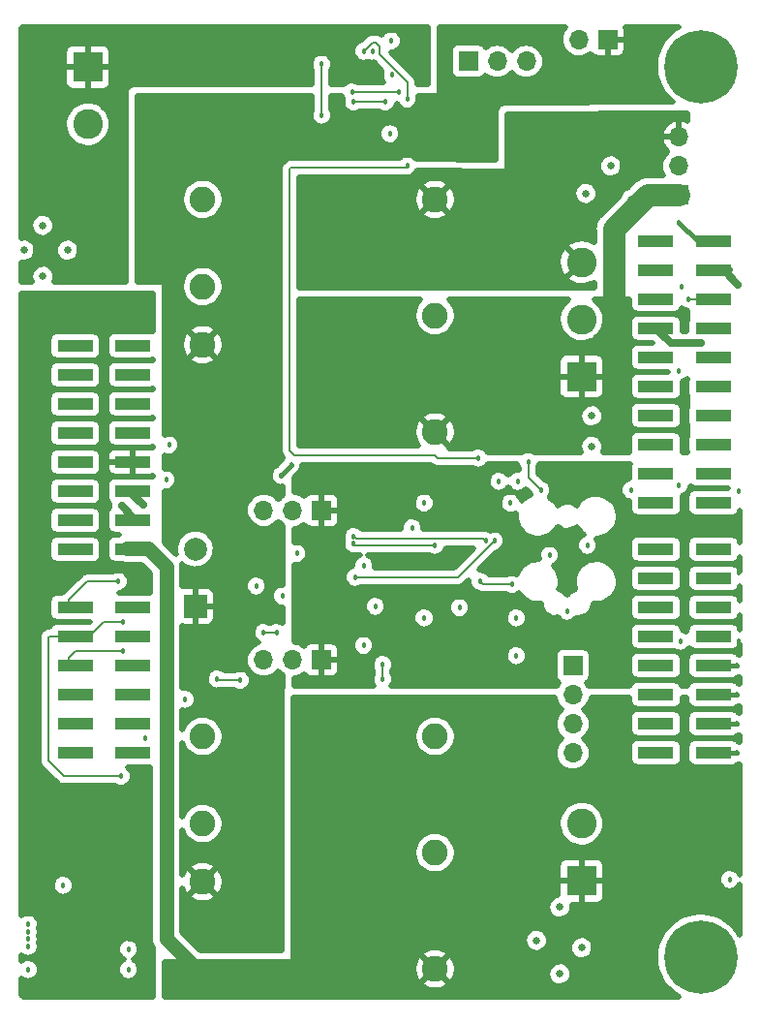
<source format=gbr>
G04 #@! TF.GenerationSoftware,KiCad,Pcbnew,(5.99.0-73-g24ea8f970)*
G04 #@! TF.CreationDate,2019-09-05T16:17:24-04:00*
G04 #@! TF.ProjectId,udoo-power,75646f6f-2d70-46f7-9765-722e6b696361,rev?*
G04 #@! TF.SameCoordinates,Original*
G04 #@! TF.FileFunction,Copper,L4,Bot*
G04 #@! TF.FilePolarity,Positive*
%FSLAX46Y46*%
G04 Gerber Fmt 4.6, Leading zero omitted, Abs format (unit mm)*
G04 Created by KiCad (PCBNEW (5.99.0-73-g24ea8f970)) date 2019-09-05 16:17:24*
%MOMM*%
%LPD*%
G04 APERTURE LIST*
%ADD10C,0.800000*%
%ADD11C,6.400000*%
%ADD12C,2.250000*%
%ADD13O,1.700000X1.700000*%
%ADD14R,1.700000X1.700000*%
%ADD15C,0.300000*%
%ADD16C,2.600000*%
%ADD17R,2.600000X2.600000*%
%ADD18R,3.150000X1.000000*%
%ADD19C,2.000000*%
%ADD20R,2.000000X2.000000*%
%ADD21C,0.457200*%
%ADD22C,0.635000*%
%ADD23C,0.635000*%
%ADD24C,0.177800*%
%ADD25C,0.381000*%
%ADD26C,1.905000*%
%ADD27C,0.254000*%
%ADD28C,1.270000*%
%ADD29C,0.508000*%
G04 APERTURE END LIST*
D10*
X148001056Y-126763444D03*
X146304000Y-126060500D03*
X144606944Y-126763444D03*
X143904000Y-128460500D03*
X144606944Y-130157556D03*
X146304000Y-130860500D03*
X148001056Y-130157556D03*
X148704000Y-128460500D03*
D11*
X146304000Y-128460500D03*
D10*
X148001056Y-48912444D03*
X146304000Y-48209500D03*
X144606944Y-48912444D03*
X143904000Y-50609500D03*
X144606944Y-52306556D03*
X146304000Y-53009500D03*
X148001056Y-52306556D03*
X148704000Y-50609500D03*
D11*
X146304000Y-50609500D03*
D12*
X123063000Y-72390000D03*
X123063000Y-82550000D03*
X123063000Y-62230000D03*
X102743000Y-74930000D03*
X102743000Y-69850000D03*
X102743000Y-62230000D03*
D13*
X135636000Y-48260000D03*
D14*
X138176000Y-48260000D03*
D12*
X123063000Y-119329200D03*
X123063000Y-129489200D03*
X123063000Y-109169200D03*
X102743000Y-121869200D03*
X102743000Y-116789200D03*
X102743000Y-109169200D03*
D13*
X144399000Y-56769000D03*
X144399000Y-59309000D03*
D14*
X144399000Y-61849000D03*
D15*
X105359000Y-53526600D03*
X106959000Y-54526600D03*
X103759000Y-53526600D03*
X104559000Y-54526600D03*
X106959000Y-53526600D03*
X103759000Y-54526600D03*
X105359000Y-54526600D03*
X106159000Y-53526600D03*
X104559000Y-53526600D03*
X106159000Y-54526600D03*
X106959000Y-51086600D03*
X106959000Y-52086600D03*
X106159000Y-51086600D03*
X106159000Y-52086600D03*
X105359000Y-51086600D03*
X105359000Y-52086600D03*
X104559000Y-51086600D03*
X104559000Y-52086600D03*
X103759000Y-51086600D03*
X103759000Y-52086600D03*
D13*
X135128000Y-110617000D03*
X135128000Y-108077000D03*
X135128000Y-105537000D03*
D14*
X135128000Y-102997000D03*
D16*
X135890000Y-116793000D03*
D17*
X135890000Y-121793000D03*
D16*
X135890000Y-67724000D03*
X135890000Y-72724000D03*
D17*
X135890000Y-77724000D03*
D16*
X92710000Y-55673000D03*
D17*
X92710000Y-50673000D03*
D18*
X147432000Y-92811600D03*
X142382000Y-92811600D03*
X147432000Y-95351600D03*
X142382000Y-95351600D03*
X147432000Y-97891600D03*
X142382000Y-97891600D03*
X147432000Y-100431600D03*
X142382000Y-100431600D03*
X147432000Y-102971600D03*
X142382000Y-102971600D03*
X147432000Y-105511600D03*
X142382000Y-105511600D03*
X147432000Y-108051600D03*
X142382000Y-108051600D03*
X147432000Y-110591600D03*
X142382000Y-110591600D03*
X147432000Y-65887600D03*
X142382000Y-65887600D03*
X147432000Y-68427600D03*
X142382000Y-68427600D03*
X147432000Y-70967600D03*
X142382000Y-70967600D03*
X147432000Y-73507600D03*
X142382000Y-73507600D03*
X147432000Y-76047600D03*
X142382000Y-76047600D03*
X147432000Y-78587600D03*
X142382000Y-78587600D03*
X147432000Y-81127600D03*
X142382000Y-81127600D03*
X147432000Y-83667600D03*
X142382000Y-83667600D03*
X147432000Y-86207600D03*
X142382000Y-86207600D03*
X147432000Y-88747600D03*
X142382000Y-88747600D03*
X91607400Y-110591600D03*
X96657400Y-110591600D03*
X91607400Y-108051600D03*
X96657400Y-108051600D03*
X91607400Y-105511600D03*
X96657400Y-105511600D03*
X91607400Y-102971600D03*
X96657400Y-102971600D03*
X91607400Y-100431600D03*
X96657400Y-100431600D03*
X91607400Y-97891600D03*
X96657400Y-97891600D03*
X91607400Y-92811600D03*
X96657400Y-92811600D03*
X91607400Y-90271600D03*
X96657400Y-90271600D03*
X91607400Y-87731600D03*
X96657400Y-87731600D03*
X91607400Y-85191600D03*
X96657400Y-85191600D03*
X91607400Y-82651600D03*
X96657400Y-82651600D03*
X91607400Y-80111600D03*
X96657400Y-80111600D03*
X91607400Y-77571600D03*
X96657400Y-77571600D03*
X91607400Y-75031600D03*
X96657400Y-75031600D03*
D13*
X108077000Y-89408000D03*
X110617000Y-89408000D03*
D14*
X113157000Y-89408000D03*
D19*
X102108000Y-92790000D03*
D20*
X102108000Y-97790000D03*
D13*
X108077000Y-102489000D03*
X110617000Y-102489000D03*
D14*
X113157000Y-102489000D03*
X125984000Y-50165000D03*
D13*
X128524000Y-50165000D03*
X131064000Y-50165000D03*
D21*
X144602200Y-69850000D03*
D22*
X149580600Y-69672200D03*
X146304000Y-74803000D03*
X97536000Y-88950800D03*
X95656400Y-89001600D03*
D21*
X97688400Y-109296200D03*
X145262600Y-70967600D03*
X110490000Y-85471000D03*
X109601000Y-86360000D03*
X124826223Y-99934223D03*
X125641090Y-99072255D03*
X131229090Y-85169762D03*
X99568000Y-86741000D03*
D22*
X133985000Y-65151000D03*
X138430000Y-65151000D03*
X135509000Y-62865000D03*
X87122000Y-61595000D03*
X88773000Y-59690000D03*
D21*
X120650000Y-59309000D03*
X116840000Y-49276000D03*
X119343462Y-51344538D03*
X120650000Y-53467000D03*
X126873000Y-84836000D03*
X125222000Y-97917000D03*
X127000000Y-95598998D03*
X134620000Y-98204090D03*
X129794000Y-95885000D03*
X144526000Y-100838000D03*
X140716000Y-93980000D03*
X149606000Y-94869000D03*
X149606000Y-100838000D03*
X140208000Y-87630000D03*
X144399000Y-87249000D03*
X149606000Y-87757000D03*
D22*
X88773000Y-68961000D03*
X88773000Y-64516000D03*
X90932000Y-66675000D03*
X87122000Y-66675000D03*
X90805000Y-61595000D03*
X88773000Y-63246000D03*
D21*
X95618311Y-112649000D03*
X96076878Y-125144096D03*
X95758000Y-101727000D03*
X104013000Y-104140000D03*
X106045000Y-104267000D03*
X118491000Y-104140000D03*
X118491000Y-102870000D03*
X122123219Y-98806009D03*
X115951000Y-91694000D03*
X110998000Y-93179910D03*
X95758000Y-99187000D03*
X115951000Y-92329000D03*
X123063000Y-92456000D03*
X95377000Y-95631000D03*
X108077000Y-100076000D03*
X109220000Y-100076000D03*
X124968000Y-93091000D03*
X116078000Y-95250000D03*
X128270000Y-92075000D03*
X127508000Y-92075000D03*
X113157000Y-50419000D03*
X113157000Y-54864000D03*
X121069090Y-90932000D03*
X122135910Y-88773000D03*
X132334000Y-87630000D03*
X119888000Y-52832000D03*
X144399000Y-77216000D03*
X144399000Y-64262000D03*
X144399000Y-79756000D03*
X145034000Y-120396000D03*
D22*
X136271000Y-61722000D03*
X138430000Y-59309000D03*
X140208000Y-62230000D03*
X132461000Y-62230000D03*
X133985000Y-59309000D03*
X136779000Y-83820000D03*
X136779000Y-81153000D03*
X135509000Y-83820000D03*
X135509000Y-81153000D03*
X132334000Y-83947000D03*
X132334000Y-81153000D03*
D21*
X130302000Y-86868000D03*
X128651000Y-86868000D03*
X148844000Y-121666000D03*
D22*
X137033000Y-126238000D03*
X138430000Y-129921000D03*
X140208000Y-127000000D03*
X138430000Y-124079000D03*
X133985000Y-129921000D03*
X135890000Y-127635000D03*
X131953000Y-127000000D03*
X133985000Y-124079000D03*
D21*
X125095000Y-85725000D03*
X125095000Y-87884000D03*
X126746000Y-87884000D03*
X129667000Y-88773000D03*
X132969000Y-91821000D03*
X136398000Y-92456000D03*
X133096000Y-93345000D03*
X130175000Y-102108000D03*
X130175000Y-98806000D03*
X127127000Y-99949000D03*
X121158000Y-101219000D03*
X116840000Y-101219000D03*
X117856000Y-97790000D03*
X120650000Y-99187000D03*
X116840000Y-94234000D03*
X114046000Y-93980000D03*
X115316000Y-95885000D03*
X101219000Y-105918000D03*
X107442000Y-96012000D03*
X109728000Y-98933000D03*
X109728000Y-94869000D03*
X109728000Y-96901000D03*
X108712000Y-99060000D03*
X99822000Y-83693000D03*
X96266000Y-126873000D03*
X109601000Y-56261000D03*
X120904000Y-49022000D03*
X114935000Y-48387000D03*
X114681000Y-52070000D03*
X87884000Y-118110000D03*
X87884000Y-111506000D03*
X87884000Y-104775000D03*
X87884000Y-98171000D03*
X87884000Y-91567000D03*
X87884000Y-84963000D03*
X87884000Y-78359000D03*
X87884000Y-71628000D03*
X96266000Y-127762000D03*
X96266000Y-129540000D03*
X87503000Y-129540000D03*
X87503000Y-127508000D03*
X87503000Y-126873000D03*
X87503000Y-126238000D03*
X87503000Y-125603000D03*
X90551000Y-122174000D03*
X115824000Y-52832000D03*
X118745000Y-53721000D03*
X115951000Y-53721000D03*
X119126000Y-56504227D03*
X119253000Y-48387000D03*
X117602000Y-49276000D03*
X149479000Y-110617000D03*
X149479000Y-108077000D03*
X149479000Y-105537000D03*
X149479000Y-102997000D03*
D23*
X148336000Y-68427600D02*
X149580600Y-69672200D01*
X147432000Y-68427600D02*
X148336000Y-68427600D01*
X143677400Y-74803000D02*
X146304000Y-74803000D01*
X142382000Y-73507600D02*
X143677400Y-74803000D01*
X96657400Y-88072200D02*
X97536000Y-88950800D01*
X96657400Y-87731600D02*
X96657400Y-88072200D01*
X96657400Y-90002600D02*
X95656400Y-89001600D01*
X96657400Y-90271600D02*
X96657400Y-90002600D01*
X147432000Y-68427600D02*
X148437600Y-68427600D01*
X143457000Y-73507600D02*
X142382000Y-73507600D01*
D24*
X147432000Y-70967600D02*
X145262600Y-70967600D01*
D25*
X109601000Y-86360000D02*
X110490000Y-85471000D01*
D24*
X132334000Y-87630000D02*
X131229090Y-86525090D01*
X131229090Y-86525090D02*
X131229090Y-85169762D01*
X114681000Y-59436000D02*
X118745000Y-59436000D01*
X110490000Y-59436000D02*
X114681000Y-59436000D01*
X120523000Y-59436000D02*
X120650000Y-59309000D01*
X114681000Y-59436000D02*
X120523000Y-59436000D01*
X117602000Y-48514000D02*
X116840000Y-49276000D01*
X117856000Y-48514000D02*
X117602000Y-48514000D01*
X118237000Y-48895000D02*
X117856000Y-48514000D01*
X118237000Y-49573522D02*
X118237000Y-49022000D01*
X118237000Y-49022000D02*
X118237000Y-48895000D01*
X118237000Y-48895000D02*
X118110000Y-48768000D01*
X120650000Y-53467000D02*
X120650000Y-51986522D01*
X120650000Y-51986522D02*
X118237000Y-49573522D01*
X110363000Y-59563000D02*
X110490000Y-59436000D01*
X110363000Y-84201000D02*
X110363000Y-59563000D01*
X110744000Y-84582000D02*
X110363000Y-84201000D01*
X123072874Y-84582000D02*
X110744000Y-84582000D01*
X126873000Y-84836000D02*
X123326874Y-84836000D01*
X123326874Y-84836000D02*
X123072874Y-84582000D01*
X127286002Y-95885000D02*
X127000000Y-95598998D01*
X129794000Y-95885000D02*
X127286002Y-95885000D01*
X89321200Y-100431600D02*
X89257699Y-100495101D01*
X95295022Y-112649000D02*
X95618311Y-112649000D01*
X91074000Y-100431600D02*
X89321200Y-100431600D01*
X90622058Y-112649000D02*
X95295022Y-112649000D01*
X89257699Y-100495101D02*
X89257699Y-111284641D01*
X89257699Y-111284641D02*
X90622058Y-112649000D01*
X95758000Y-101727000D02*
X91640800Y-101727000D01*
X91640800Y-101727000D02*
X91074000Y-102293800D01*
X91074000Y-102293800D02*
X91074000Y-102971600D01*
X104140000Y-104267000D02*
X104013000Y-104140000D01*
X106045000Y-104267000D02*
X104140000Y-104267000D01*
X118491000Y-102870000D02*
X118491000Y-104140000D01*
X123063000Y-92456000D02*
X116078000Y-92456000D01*
X116078000Y-92456000D02*
X115951000Y-92329000D01*
X127279401Y-91846401D02*
X127508000Y-92075000D01*
X115951000Y-91694000D02*
X116179599Y-91846401D01*
X116179599Y-91846401D02*
X127279401Y-91846401D01*
X91074000Y-100431600D02*
X92826800Y-100431600D01*
X92826800Y-100431600D02*
X94071400Y-99187000D01*
X94071400Y-99187000D02*
X95434711Y-99187000D01*
X95434711Y-99187000D02*
X95758000Y-99187000D01*
X92656800Y-95631000D02*
X91074000Y-97213800D01*
X95377000Y-95631000D02*
X92656800Y-95631000D01*
X91074000Y-97213800D02*
X91074000Y-97891600D01*
X109220000Y-100076000D02*
X108077000Y-100076000D01*
X125095000Y-95250000D02*
X116078000Y-95250000D01*
X128270000Y-92075000D02*
X125095000Y-95250000D01*
D25*
X141863600Y-73456800D02*
X142938600Y-73456800D01*
D24*
X113157000Y-54864000D02*
X113157000Y-50419000D01*
X115824000Y-52832000D02*
X119888000Y-52832000D01*
X146837400Y-70993000D02*
X146913600Y-70916800D01*
D25*
X146913600Y-68376800D02*
X148869600Y-68376800D01*
X141863600Y-73456800D02*
X143052800Y-73456800D01*
X145973800Y-65836800D02*
X144399000Y-64262000D01*
X146913600Y-65836800D02*
X145973800Y-65836800D01*
D26*
X138684000Y-64809000D02*
X138684000Y-73660000D01*
X144399000Y-61849000D02*
X141644000Y-61849000D01*
X141644000Y-61849000D02*
X138684000Y-64809000D01*
D27*
X144399000Y-61849000D02*
X144018000Y-62230000D01*
D28*
X102184200Y-129489200D02*
X116027200Y-129489200D01*
X99558599Y-126863599D02*
X102184200Y-129489200D01*
X97967800Y-92760800D02*
X99558599Y-94351599D01*
X99558599Y-94351599D02*
X99558599Y-126863599D01*
X96124000Y-92760800D02*
X97967800Y-92760800D01*
D24*
X115951000Y-53721000D02*
X118745000Y-53721000D01*
D25*
X147000200Y-102997000D02*
X146924000Y-102920800D01*
X149479000Y-102997000D02*
X147000200Y-102997000D01*
X147000200Y-105537000D02*
X146924000Y-105460800D01*
X149479000Y-105537000D02*
X147000200Y-105537000D01*
X147000200Y-108077000D02*
X146924000Y-108000800D01*
X149479000Y-108077000D02*
X147000200Y-108077000D01*
X147000200Y-110617000D02*
X146924000Y-110540800D01*
X149479000Y-110617000D02*
X147000200Y-110617000D01*
D29*
G36*
X98426000Y-73792997D02*
G01*
X98254535Y-73762763D01*
X95049092Y-73762763D01*
X94704824Y-73855010D01*
X94490447Y-74034892D01*
X94356262Y-74267307D01*
X94313563Y-74509465D01*
X94313563Y-75564908D01*
X94405810Y-75909178D01*
X94585692Y-76123553D01*
X94818107Y-76257738D01*
X95060265Y-76300437D01*
X98265708Y-76300437D01*
X98426000Y-76257487D01*
X98426000Y-76332997D01*
X98254535Y-76302763D01*
X95049092Y-76302763D01*
X94704824Y-76395010D01*
X94490447Y-76574892D01*
X94356262Y-76807307D01*
X94313563Y-77049465D01*
X94313563Y-78104908D01*
X94405810Y-78449178D01*
X94585692Y-78663553D01*
X94818107Y-78797738D01*
X95060265Y-78840437D01*
X98265708Y-78840437D01*
X98426000Y-78797487D01*
X98426000Y-78872997D01*
X98254535Y-78842763D01*
X95049092Y-78842763D01*
X94704824Y-78935010D01*
X94490447Y-79114892D01*
X94356262Y-79347307D01*
X94313563Y-79589465D01*
X94313563Y-80644908D01*
X94405810Y-80989178D01*
X94585692Y-81203553D01*
X94818107Y-81337738D01*
X95060265Y-81380437D01*
X98265708Y-81380437D01*
X98426000Y-81337487D01*
X98426000Y-81412997D01*
X98254535Y-81382763D01*
X95049092Y-81382763D01*
X94704824Y-81475010D01*
X94490447Y-81654892D01*
X94356262Y-81887307D01*
X94313563Y-82129465D01*
X94313563Y-83184908D01*
X94405810Y-83529178D01*
X94585692Y-83743553D01*
X94818107Y-83877738D01*
X95060265Y-83920437D01*
X98265708Y-83920437D01*
X98426000Y-83877487D01*
X98426000Y-83952997D01*
X98254535Y-83922763D01*
X96658400Y-83922763D01*
X96658400Y-86460437D01*
X98265708Y-86460437D01*
X98426000Y-86417487D01*
X98426000Y-86492997D01*
X98254535Y-86462763D01*
X95049092Y-86462763D01*
X94704824Y-86555010D01*
X94490447Y-86734892D01*
X94356262Y-86967307D01*
X94313563Y-87209465D01*
X94313563Y-88264908D01*
X94405810Y-88609178D01*
X94584428Y-88822046D01*
X94581162Y-88899957D01*
X94567836Y-88990200D01*
X94575002Y-89046922D01*
X94572607Y-89104046D01*
X94592578Y-89189195D01*
X94490447Y-89274892D01*
X94356262Y-89507307D01*
X94313563Y-89749465D01*
X94313563Y-90804908D01*
X94405810Y-91149178D01*
X94585692Y-91363553D01*
X94818107Y-91497738D01*
X95060265Y-91540437D01*
X95439210Y-91540437D01*
X95435662Y-91542763D01*
X95049092Y-91542763D01*
X94704824Y-91635010D01*
X94490447Y-91814892D01*
X94356262Y-92047307D01*
X94313563Y-92289465D01*
X94313563Y-93344908D01*
X94405810Y-93689178D01*
X94585692Y-93903553D01*
X94818107Y-94037738D01*
X95060265Y-94080437D01*
X95638573Y-94080437D01*
X95641187Y-94081772D01*
X96058175Y-94156800D01*
X97389559Y-94156800D01*
X98162599Y-94929841D01*
X98162599Y-96622763D01*
X95420943Y-96622763D01*
X95639124Y-96595780D01*
X95899371Y-96483432D01*
X96117624Y-96302556D01*
X96276338Y-96067695D01*
X96363236Y-95796224D01*
X96367223Y-95491649D01*
X96287461Y-95217996D01*
X96134949Y-94979061D01*
X95921505Y-94792534D01*
X95664290Y-94673411D01*
X95383979Y-94631269D01*
X95103108Y-94669494D01*
X94853024Y-94781100D01*
X92588888Y-94781100D01*
X92588882Y-94781101D01*
X92522190Y-94781101D01*
X92457783Y-94802027D01*
X92390892Y-94812623D01*
X92330552Y-94843368D01*
X92266143Y-94864296D01*
X92211357Y-94904101D01*
X92151015Y-94934846D01*
X92101762Y-94984099D01*
X92101758Y-94984102D01*
X90463098Y-96622763D01*
X89999092Y-96622763D01*
X89654824Y-96715010D01*
X89440447Y-96894892D01*
X89306262Y-97127307D01*
X89263563Y-97369465D01*
X89263563Y-98424908D01*
X89355810Y-98769178D01*
X89535692Y-98983553D01*
X89768107Y-99117738D01*
X90010265Y-99160437D01*
X92896024Y-99160437D01*
X92893698Y-99162763D01*
X89999092Y-99162763D01*
X89654824Y-99255010D01*
X89440447Y-99434892D01*
X89355687Y-99581700D01*
X89253288Y-99581700D01*
X89253282Y-99581701D01*
X89186590Y-99581701D01*
X89122185Y-99602628D01*
X89055293Y-99613223D01*
X88994950Y-99643969D01*
X88930545Y-99664895D01*
X88875761Y-99704698D01*
X88815414Y-99735447D01*
X88605801Y-99945060D01*
X88605799Y-99945063D01*
X88561545Y-99989317D01*
X88530800Y-100049659D01*
X88490995Y-100104445D01*
X88470067Y-100168854D01*
X88439322Y-100229194D01*
X88428726Y-100296085D01*
X88407800Y-100360492D01*
X88407800Y-100427184D01*
X88407799Y-100427190D01*
X88407800Y-111190102D01*
X88407800Y-111419251D01*
X88428728Y-111483661D01*
X88439322Y-111550547D01*
X88470067Y-111610889D01*
X88490996Y-111675299D01*
X88530802Y-111730087D01*
X88561545Y-111790425D01*
X88610798Y-111839678D01*
X88610801Y-111839682D01*
X90067016Y-113295898D01*
X90067020Y-113295901D01*
X90116273Y-113345154D01*
X90176615Y-113375899D01*
X90231401Y-113415704D01*
X90295810Y-113436632D01*
X90356150Y-113467377D01*
X90423041Y-113477973D01*
X90487448Y-113498899D01*
X90554140Y-113498899D01*
X90554146Y-113498900D01*
X95101567Y-113498900D01*
X95319344Y-113603007D01*
X95599119Y-113648571D01*
X95880435Y-113613780D01*
X96140682Y-113501432D01*
X96358935Y-113320556D01*
X96517649Y-113085695D01*
X96604547Y-112814224D01*
X96608534Y-112509649D01*
X96528772Y-112235996D01*
X96376260Y-111997061D01*
X96219920Y-111860437D01*
X98162600Y-111860437D01*
X98162600Y-126757758D01*
X98153960Y-126814549D01*
X98162600Y-126920764D01*
X98162600Y-126945037D01*
X98169130Y-127001048D01*
X98180351Y-127139001D01*
X98187948Y-127162450D01*
X98190802Y-127186932D01*
X98238026Y-127317036D01*
X98283131Y-127456265D01*
X98294504Y-127472629D01*
X98301871Y-127492924D01*
X98426000Y-127682251D01*
X98426000Y-128390205D01*
X98405146Y-128435869D01*
X98376816Y-128632905D01*
X98376816Y-131910820D01*
X87211551Y-131910820D01*
X87200207Y-131909597D01*
X87072568Y-131896631D01*
X87025154Y-131881772D01*
X86981702Y-131857687D01*
X86943972Y-131825348D01*
X86913520Y-131786089D01*
X86891585Y-131741513D01*
X86876679Y-131684285D01*
X86868582Y-131579064D01*
X86867000Y-131571957D01*
X86867000Y-130298940D01*
X86948291Y-130371751D01*
X87204033Y-130494007D01*
X87483808Y-130539571D01*
X87765124Y-130504780D01*
X88025371Y-130392432D01*
X88243624Y-130211556D01*
X88402338Y-129976695D01*
X88489236Y-129705224D01*
X88493223Y-129400649D01*
X88413461Y-129126996D01*
X88260949Y-128888061D01*
X88047505Y-128701534D01*
X87790290Y-128582411D01*
X87509979Y-128540269D01*
X87229108Y-128578494D01*
X86970254Y-128694014D01*
X86867000Y-128781735D01*
X86867000Y-128266940D01*
X86948291Y-128339751D01*
X87204033Y-128462007D01*
X87483808Y-128507571D01*
X87765124Y-128472780D01*
X88025371Y-128360432D01*
X88243624Y-128179556D01*
X88402338Y-127944695D01*
X88419601Y-127890764D01*
X95274571Y-127890764D01*
X95350562Y-128163849D01*
X95500143Y-128404630D01*
X95711291Y-128593751D01*
X95830367Y-128650675D01*
X95733254Y-128694014D01*
X95517228Y-128877542D01*
X95361394Y-129114325D01*
X95278282Y-129385328D01*
X95274571Y-129668764D01*
X95350562Y-129941849D01*
X95500143Y-130182630D01*
X95711291Y-130371751D01*
X95967033Y-130494007D01*
X96246808Y-130539571D01*
X96528124Y-130504780D01*
X96788371Y-130392432D01*
X97006624Y-130211556D01*
X97165338Y-129976695D01*
X97252236Y-129705224D01*
X97256223Y-129400649D01*
X97176461Y-129126996D01*
X97023949Y-128888061D01*
X96810505Y-128701534D01*
X96702487Y-128651508D01*
X96788371Y-128614432D01*
X97006624Y-128433556D01*
X97165338Y-128198695D01*
X97252236Y-127927224D01*
X97256223Y-127622649D01*
X97176461Y-127348996D01*
X97023949Y-127110061D01*
X96810505Y-126923534D01*
X96553290Y-126804411D01*
X96272979Y-126762269D01*
X95992108Y-126800494D01*
X95733254Y-126916014D01*
X95517228Y-127099542D01*
X95361394Y-127336325D01*
X95278282Y-127607328D01*
X95274571Y-127890764D01*
X88419601Y-127890764D01*
X88489236Y-127673224D01*
X88493223Y-127368649D01*
X88440914Y-127189184D01*
X88489236Y-127038224D01*
X88493223Y-126733649D01*
X88440914Y-126554184D01*
X88489236Y-126403224D01*
X88493223Y-126098649D01*
X88440914Y-125919184D01*
X88489236Y-125768224D01*
X88493223Y-125463649D01*
X88413461Y-125189996D01*
X88260949Y-124951061D01*
X88047505Y-124764534D01*
X87790290Y-124645411D01*
X87509979Y-124603269D01*
X87229108Y-124641494D01*
X86970254Y-124757014D01*
X86867000Y-124844735D01*
X86867000Y-122302764D01*
X89559571Y-122302764D01*
X89635562Y-122575849D01*
X89785143Y-122816630D01*
X89996291Y-123005751D01*
X90252033Y-123128007D01*
X90531808Y-123173571D01*
X90813124Y-123138780D01*
X91073371Y-123026432D01*
X91291624Y-122845556D01*
X91450338Y-122610695D01*
X91537236Y-122339224D01*
X91541223Y-122034649D01*
X91461461Y-121760996D01*
X91308949Y-121522061D01*
X91095505Y-121335534D01*
X90838290Y-121216411D01*
X90557979Y-121174269D01*
X90277108Y-121212494D01*
X90018254Y-121328014D01*
X89802228Y-121511542D01*
X89646394Y-121748325D01*
X89563282Y-122019328D01*
X89559571Y-122302764D01*
X86867000Y-122302764D01*
X86867000Y-92289465D01*
X89263563Y-92289465D01*
X89263563Y-93344908D01*
X89355810Y-93689178D01*
X89535692Y-93903553D01*
X89768107Y-94037738D01*
X90010265Y-94080437D01*
X93215708Y-94080437D01*
X93559978Y-93988190D01*
X93774353Y-93808308D01*
X93908538Y-93575893D01*
X93951237Y-93333735D01*
X93951237Y-92278292D01*
X93858990Y-91934024D01*
X93679108Y-91719647D01*
X93446693Y-91585462D01*
X93204535Y-91542763D01*
X89999092Y-91542763D01*
X89654824Y-91635010D01*
X89440447Y-91814892D01*
X89306262Y-92047307D01*
X89263563Y-92289465D01*
X86867000Y-92289465D01*
X86867000Y-89749465D01*
X89263563Y-89749465D01*
X89263563Y-90804908D01*
X89355810Y-91149178D01*
X89535692Y-91363553D01*
X89768107Y-91497738D01*
X90010265Y-91540437D01*
X93215708Y-91540437D01*
X93559978Y-91448190D01*
X93774353Y-91268308D01*
X93908538Y-91035893D01*
X93951237Y-90793735D01*
X93951237Y-89738292D01*
X93858990Y-89394024D01*
X93679108Y-89179647D01*
X93446693Y-89045462D01*
X93204535Y-89002763D01*
X89999092Y-89002763D01*
X89654824Y-89095010D01*
X89440447Y-89274892D01*
X89306262Y-89507307D01*
X89263563Y-89749465D01*
X86867000Y-89749465D01*
X86867000Y-87209465D01*
X89263563Y-87209465D01*
X89263563Y-88264908D01*
X89355810Y-88609178D01*
X89535692Y-88823553D01*
X89768107Y-88957738D01*
X90010265Y-89000437D01*
X93215708Y-89000437D01*
X93559978Y-88908190D01*
X93774353Y-88728308D01*
X93908538Y-88495893D01*
X93951237Y-88253735D01*
X93951237Y-87198292D01*
X93858990Y-86854024D01*
X93679108Y-86639647D01*
X93446693Y-86505462D01*
X93204535Y-86462763D01*
X89999092Y-86462763D01*
X89654824Y-86555010D01*
X89440447Y-86734892D01*
X89306262Y-86967307D01*
X89263563Y-87209465D01*
X86867000Y-87209465D01*
X86867000Y-84669465D01*
X89263563Y-84669465D01*
X89263563Y-85724908D01*
X89355810Y-86069178D01*
X89535692Y-86283553D01*
X89768107Y-86417738D01*
X90010265Y-86460437D01*
X93215708Y-86460437D01*
X93559978Y-86368190D01*
X93774353Y-86188308D01*
X93908538Y-85955893D01*
X93951237Y-85713735D01*
X93951237Y-85192600D01*
X94313563Y-85192600D01*
X94313563Y-85724908D01*
X94405810Y-86069178D01*
X94585692Y-86283553D01*
X94818107Y-86417738D01*
X95060265Y-86460437D01*
X96656400Y-86460437D01*
X96656400Y-85192600D01*
X94313563Y-85192600D01*
X93951237Y-85192600D01*
X93951237Y-84669465D01*
X94313563Y-84669465D01*
X94313563Y-85190600D01*
X96656400Y-85190600D01*
X96656400Y-83922763D01*
X95049092Y-83922763D01*
X94704824Y-84015010D01*
X94490447Y-84194892D01*
X94356262Y-84427307D01*
X94313563Y-84669465D01*
X93951237Y-84669465D01*
X93951237Y-84658292D01*
X93858990Y-84314024D01*
X93679108Y-84099647D01*
X93446693Y-83965462D01*
X93204535Y-83922763D01*
X89999092Y-83922763D01*
X89654824Y-84015010D01*
X89440447Y-84194892D01*
X89306262Y-84427307D01*
X89263563Y-84669465D01*
X86867000Y-84669465D01*
X86867000Y-82129465D01*
X89263563Y-82129465D01*
X89263563Y-83184908D01*
X89355810Y-83529178D01*
X89535692Y-83743553D01*
X89768107Y-83877738D01*
X90010265Y-83920437D01*
X93215708Y-83920437D01*
X93559978Y-83828190D01*
X93774353Y-83648308D01*
X93908538Y-83415893D01*
X93951237Y-83173735D01*
X93951237Y-82118292D01*
X93858990Y-81774024D01*
X93679108Y-81559647D01*
X93446693Y-81425462D01*
X93204535Y-81382763D01*
X89999092Y-81382763D01*
X89654824Y-81475010D01*
X89440447Y-81654892D01*
X89306262Y-81887307D01*
X89263563Y-82129465D01*
X86867000Y-82129465D01*
X86867000Y-79589465D01*
X89263563Y-79589465D01*
X89263563Y-80644908D01*
X89355810Y-80989178D01*
X89535692Y-81203553D01*
X89768107Y-81337738D01*
X90010265Y-81380437D01*
X93215708Y-81380437D01*
X93559978Y-81288190D01*
X93774353Y-81108308D01*
X93908538Y-80875893D01*
X93951237Y-80633735D01*
X93951237Y-79578292D01*
X93858990Y-79234024D01*
X93679108Y-79019647D01*
X93446693Y-78885462D01*
X93204535Y-78842763D01*
X89999092Y-78842763D01*
X89654824Y-78935010D01*
X89440447Y-79114892D01*
X89306262Y-79347307D01*
X89263563Y-79589465D01*
X86867000Y-79589465D01*
X86867000Y-77049465D01*
X89263563Y-77049465D01*
X89263563Y-78104908D01*
X89355810Y-78449178D01*
X89535692Y-78663553D01*
X89768107Y-78797738D01*
X90010265Y-78840437D01*
X93215708Y-78840437D01*
X93559978Y-78748190D01*
X93774353Y-78568308D01*
X93908538Y-78335893D01*
X93951237Y-78093735D01*
X93951237Y-77038292D01*
X93858990Y-76694024D01*
X93679108Y-76479647D01*
X93446693Y-76345462D01*
X93204535Y-76302763D01*
X89999092Y-76302763D01*
X89654824Y-76395010D01*
X89440447Y-76574892D01*
X89306262Y-76807307D01*
X89263563Y-77049465D01*
X86867000Y-77049465D01*
X86867000Y-74509465D01*
X89263563Y-74509465D01*
X89263563Y-75564908D01*
X89355810Y-75909178D01*
X89535692Y-76123553D01*
X89768107Y-76257738D01*
X90010265Y-76300437D01*
X93215708Y-76300437D01*
X93559978Y-76208190D01*
X93774353Y-76028308D01*
X93908538Y-75795893D01*
X93951237Y-75553735D01*
X93951237Y-74498292D01*
X93858990Y-74154024D01*
X93679108Y-73939647D01*
X93446693Y-73805462D01*
X93204535Y-73762763D01*
X89999092Y-73762763D01*
X89654824Y-73855010D01*
X89440447Y-74034892D01*
X89306262Y-74267307D01*
X89263563Y-74509465D01*
X86867000Y-74509465D01*
X86867000Y-70484000D01*
X98426000Y-70484000D01*
X98426000Y-73792997D01*
X98426000Y-73792997D01*
G37*
X98426000Y-73792997D02*
X98254535Y-73762763D01*
X95049092Y-73762763D01*
X94704824Y-73855010D01*
X94490447Y-74034892D01*
X94356262Y-74267307D01*
X94313563Y-74509465D01*
X94313563Y-75564908D01*
X94405810Y-75909178D01*
X94585692Y-76123553D01*
X94818107Y-76257738D01*
X95060265Y-76300437D01*
X98265708Y-76300437D01*
X98426000Y-76257487D01*
X98426000Y-76332997D01*
X98254535Y-76302763D01*
X95049092Y-76302763D01*
X94704824Y-76395010D01*
X94490447Y-76574892D01*
X94356262Y-76807307D01*
X94313563Y-77049465D01*
X94313563Y-78104908D01*
X94405810Y-78449178D01*
X94585692Y-78663553D01*
X94818107Y-78797738D01*
X95060265Y-78840437D01*
X98265708Y-78840437D01*
X98426000Y-78797487D01*
X98426000Y-78872997D01*
X98254535Y-78842763D01*
X95049092Y-78842763D01*
X94704824Y-78935010D01*
X94490447Y-79114892D01*
X94356262Y-79347307D01*
X94313563Y-79589465D01*
X94313563Y-80644908D01*
X94405810Y-80989178D01*
X94585692Y-81203553D01*
X94818107Y-81337738D01*
X95060265Y-81380437D01*
X98265708Y-81380437D01*
X98426000Y-81337487D01*
X98426000Y-81412997D01*
X98254535Y-81382763D01*
X95049092Y-81382763D01*
X94704824Y-81475010D01*
X94490447Y-81654892D01*
X94356262Y-81887307D01*
X94313563Y-82129465D01*
X94313563Y-83184908D01*
X94405810Y-83529178D01*
X94585692Y-83743553D01*
X94818107Y-83877738D01*
X95060265Y-83920437D01*
X98265708Y-83920437D01*
X98426000Y-83877487D01*
X98426000Y-83952997D01*
X98254535Y-83922763D01*
X96658400Y-83922763D01*
X96658400Y-86460437D01*
X98265708Y-86460437D01*
X98426000Y-86417487D01*
X98426000Y-86492997D01*
X98254535Y-86462763D01*
X95049092Y-86462763D01*
X94704824Y-86555010D01*
X94490447Y-86734892D01*
X94356262Y-86967307D01*
X94313563Y-87209465D01*
X94313563Y-88264908D01*
X94405810Y-88609178D01*
X94584428Y-88822046D01*
X94581162Y-88899957D01*
X94567836Y-88990200D01*
X94575002Y-89046922D01*
X94572607Y-89104046D01*
X94592578Y-89189195D01*
X94490447Y-89274892D01*
X94356262Y-89507307D01*
X94313563Y-89749465D01*
X94313563Y-90804908D01*
X94405810Y-91149178D01*
X94585692Y-91363553D01*
X94818107Y-91497738D01*
X95060265Y-91540437D01*
X95439210Y-91540437D01*
X95435662Y-91542763D01*
X95049092Y-91542763D01*
X94704824Y-91635010D01*
X94490447Y-91814892D01*
X94356262Y-92047307D01*
X94313563Y-92289465D01*
X94313563Y-93344908D01*
X94405810Y-93689178D01*
X94585692Y-93903553D01*
X94818107Y-94037738D01*
X95060265Y-94080437D01*
X95638573Y-94080437D01*
X95641187Y-94081772D01*
X96058175Y-94156800D01*
X97389559Y-94156800D01*
X98162599Y-94929841D01*
X98162599Y-96622763D01*
X95420943Y-96622763D01*
X95639124Y-96595780D01*
X95899371Y-96483432D01*
X96117624Y-96302556D01*
X96276338Y-96067695D01*
X96363236Y-95796224D01*
X96367223Y-95491649D01*
X96287461Y-95217996D01*
X96134949Y-94979061D01*
X95921505Y-94792534D01*
X95664290Y-94673411D01*
X95383979Y-94631269D01*
X95103108Y-94669494D01*
X94853024Y-94781100D01*
X92588888Y-94781100D01*
X92588882Y-94781101D01*
X92522190Y-94781101D01*
X92457783Y-94802027D01*
X92390892Y-94812623D01*
X92330552Y-94843368D01*
X92266143Y-94864296D01*
X92211357Y-94904101D01*
X92151015Y-94934846D01*
X92101762Y-94984099D01*
X92101758Y-94984102D01*
X90463098Y-96622763D01*
X89999092Y-96622763D01*
X89654824Y-96715010D01*
X89440447Y-96894892D01*
X89306262Y-97127307D01*
X89263563Y-97369465D01*
X89263563Y-98424908D01*
X89355810Y-98769178D01*
X89535692Y-98983553D01*
X89768107Y-99117738D01*
X90010265Y-99160437D01*
X92896024Y-99160437D01*
X92893698Y-99162763D01*
X89999092Y-99162763D01*
X89654824Y-99255010D01*
X89440447Y-99434892D01*
X89355687Y-99581700D01*
X89253288Y-99581700D01*
X89253282Y-99581701D01*
X89186590Y-99581701D01*
X89122185Y-99602628D01*
X89055293Y-99613223D01*
X88994950Y-99643969D01*
X88930545Y-99664895D01*
X88875761Y-99704698D01*
X88815414Y-99735447D01*
X88605801Y-99945060D01*
X88605799Y-99945063D01*
X88561545Y-99989317D01*
X88530800Y-100049659D01*
X88490995Y-100104445D01*
X88470067Y-100168854D01*
X88439322Y-100229194D01*
X88428726Y-100296085D01*
X88407800Y-100360492D01*
X88407800Y-100427184D01*
X88407799Y-100427190D01*
X88407800Y-111190102D01*
X88407800Y-111419251D01*
X88428728Y-111483661D01*
X88439322Y-111550547D01*
X88470067Y-111610889D01*
X88490996Y-111675299D01*
X88530802Y-111730087D01*
X88561545Y-111790425D01*
X88610798Y-111839678D01*
X88610801Y-111839682D01*
X90067016Y-113295898D01*
X90067020Y-113295901D01*
X90116273Y-113345154D01*
X90176615Y-113375899D01*
X90231401Y-113415704D01*
X90295810Y-113436632D01*
X90356150Y-113467377D01*
X90423041Y-113477973D01*
X90487448Y-113498899D01*
X90554140Y-113498899D01*
X90554146Y-113498900D01*
X95101567Y-113498900D01*
X95319344Y-113603007D01*
X95599119Y-113648571D01*
X95880435Y-113613780D01*
X96140682Y-113501432D01*
X96358935Y-113320556D01*
X96517649Y-113085695D01*
X96604547Y-112814224D01*
X96608534Y-112509649D01*
X96528772Y-112235996D01*
X96376260Y-111997061D01*
X96219920Y-111860437D01*
X98162600Y-111860437D01*
X98162600Y-126757758D01*
X98153960Y-126814549D01*
X98162600Y-126920764D01*
X98162600Y-126945037D01*
X98169130Y-127001048D01*
X98180351Y-127139001D01*
X98187948Y-127162450D01*
X98190802Y-127186932D01*
X98238026Y-127317036D01*
X98283131Y-127456265D01*
X98294504Y-127472629D01*
X98301871Y-127492924D01*
X98426000Y-127682251D01*
X98426000Y-128390205D01*
X98405146Y-128435869D01*
X98376816Y-128632905D01*
X98376816Y-131910820D01*
X87211551Y-131910820D01*
X87200207Y-131909597D01*
X87072568Y-131896631D01*
X87025154Y-131881772D01*
X86981702Y-131857687D01*
X86943972Y-131825348D01*
X86913520Y-131786089D01*
X86891585Y-131741513D01*
X86876679Y-131684285D01*
X86868582Y-131579064D01*
X86867000Y-131571957D01*
X86867000Y-130298940D01*
X86948291Y-130371751D01*
X87204033Y-130494007D01*
X87483808Y-130539571D01*
X87765124Y-130504780D01*
X88025371Y-130392432D01*
X88243624Y-130211556D01*
X88402338Y-129976695D01*
X88489236Y-129705224D01*
X88493223Y-129400649D01*
X88413461Y-129126996D01*
X88260949Y-128888061D01*
X88047505Y-128701534D01*
X87790290Y-128582411D01*
X87509979Y-128540269D01*
X87229108Y-128578494D01*
X86970254Y-128694014D01*
X86867000Y-128781735D01*
X86867000Y-128266940D01*
X86948291Y-128339751D01*
X87204033Y-128462007D01*
X87483808Y-128507571D01*
X87765124Y-128472780D01*
X88025371Y-128360432D01*
X88243624Y-128179556D01*
X88402338Y-127944695D01*
X88419601Y-127890764D01*
X95274571Y-127890764D01*
X95350562Y-128163849D01*
X95500143Y-128404630D01*
X95711291Y-128593751D01*
X95830367Y-128650675D01*
X95733254Y-128694014D01*
X95517228Y-128877542D01*
X95361394Y-129114325D01*
X95278282Y-129385328D01*
X95274571Y-129668764D01*
X95350562Y-129941849D01*
X95500143Y-130182630D01*
X95711291Y-130371751D01*
X95967033Y-130494007D01*
X96246808Y-130539571D01*
X96528124Y-130504780D01*
X96788371Y-130392432D01*
X97006624Y-130211556D01*
X97165338Y-129976695D01*
X97252236Y-129705224D01*
X97256223Y-129400649D01*
X97176461Y-129126996D01*
X97023949Y-128888061D01*
X96810505Y-128701534D01*
X96702487Y-128651508D01*
X96788371Y-128614432D01*
X97006624Y-128433556D01*
X97165338Y-128198695D01*
X97252236Y-127927224D01*
X97256223Y-127622649D01*
X97176461Y-127348996D01*
X97023949Y-127110061D01*
X96810505Y-126923534D01*
X96553290Y-126804411D01*
X96272979Y-126762269D01*
X95992108Y-126800494D01*
X95733254Y-126916014D01*
X95517228Y-127099542D01*
X95361394Y-127336325D01*
X95278282Y-127607328D01*
X95274571Y-127890764D01*
X88419601Y-127890764D01*
X88489236Y-127673224D01*
X88493223Y-127368649D01*
X88440914Y-127189184D01*
X88489236Y-127038224D01*
X88493223Y-126733649D01*
X88440914Y-126554184D01*
X88489236Y-126403224D01*
X88493223Y-126098649D01*
X88440914Y-125919184D01*
X88489236Y-125768224D01*
X88493223Y-125463649D01*
X88413461Y-125189996D01*
X88260949Y-124951061D01*
X88047505Y-124764534D01*
X87790290Y-124645411D01*
X87509979Y-124603269D01*
X87229108Y-124641494D01*
X86970254Y-124757014D01*
X86867000Y-124844735D01*
X86867000Y-122302764D01*
X89559571Y-122302764D01*
X89635562Y-122575849D01*
X89785143Y-122816630D01*
X89996291Y-123005751D01*
X90252033Y-123128007D01*
X90531808Y-123173571D01*
X90813124Y-123138780D01*
X91073371Y-123026432D01*
X91291624Y-122845556D01*
X91450338Y-122610695D01*
X91537236Y-122339224D01*
X91541223Y-122034649D01*
X91461461Y-121760996D01*
X91308949Y-121522061D01*
X91095505Y-121335534D01*
X90838290Y-121216411D01*
X90557979Y-121174269D01*
X90277108Y-121212494D01*
X90018254Y-121328014D01*
X89802228Y-121511542D01*
X89646394Y-121748325D01*
X89563282Y-122019328D01*
X89559571Y-122302764D01*
X86867000Y-122302764D01*
X86867000Y-92289465D01*
X89263563Y-92289465D01*
X89263563Y-93344908D01*
X89355810Y-93689178D01*
X89535692Y-93903553D01*
X89768107Y-94037738D01*
X90010265Y-94080437D01*
X93215708Y-94080437D01*
X93559978Y-93988190D01*
X93774353Y-93808308D01*
X93908538Y-93575893D01*
X93951237Y-93333735D01*
X93951237Y-92278292D01*
X93858990Y-91934024D01*
X93679108Y-91719647D01*
X93446693Y-91585462D01*
X93204535Y-91542763D01*
X89999092Y-91542763D01*
X89654824Y-91635010D01*
X89440447Y-91814892D01*
X89306262Y-92047307D01*
X89263563Y-92289465D01*
X86867000Y-92289465D01*
X86867000Y-89749465D01*
X89263563Y-89749465D01*
X89263563Y-90804908D01*
X89355810Y-91149178D01*
X89535692Y-91363553D01*
X89768107Y-91497738D01*
X90010265Y-91540437D01*
X93215708Y-91540437D01*
X93559978Y-91448190D01*
X93774353Y-91268308D01*
X93908538Y-91035893D01*
X93951237Y-90793735D01*
X93951237Y-89738292D01*
X93858990Y-89394024D01*
X93679108Y-89179647D01*
X93446693Y-89045462D01*
X93204535Y-89002763D01*
X89999092Y-89002763D01*
X89654824Y-89095010D01*
X89440447Y-89274892D01*
X89306262Y-89507307D01*
X89263563Y-89749465D01*
X86867000Y-89749465D01*
X86867000Y-87209465D01*
X89263563Y-87209465D01*
X89263563Y-88264908D01*
X89355810Y-88609178D01*
X89535692Y-88823553D01*
X89768107Y-88957738D01*
X90010265Y-89000437D01*
X93215708Y-89000437D01*
X93559978Y-88908190D01*
X93774353Y-88728308D01*
X93908538Y-88495893D01*
X93951237Y-88253735D01*
X93951237Y-87198292D01*
X93858990Y-86854024D01*
X93679108Y-86639647D01*
X93446693Y-86505462D01*
X93204535Y-86462763D01*
X89999092Y-86462763D01*
X89654824Y-86555010D01*
X89440447Y-86734892D01*
X89306262Y-86967307D01*
X89263563Y-87209465D01*
X86867000Y-87209465D01*
X86867000Y-84669465D01*
X89263563Y-84669465D01*
X89263563Y-85724908D01*
X89355810Y-86069178D01*
X89535692Y-86283553D01*
X89768107Y-86417738D01*
X90010265Y-86460437D01*
X93215708Y-86460437D01*
X93559978Y-86368190D01*
X93774353Y-86188308D01*
X93908538Y-85955893D01*
X93951237Y-85713735D01*
X93951237Y-85192600D01*
X94313563Y-85192600D01*
X94313563Y-85724908D01*
X94405810Y-86069178D01*
X94585692Y-86283553D01*
X94818107Y-86417738D01*
X95060265Y-86460437D01*
X96656400Y-86460437D01*
X96656400Y-85192600D01*
X94313563Y-85192600D01*
X93951237Y-85192600D01*
X93951237Y-84669465D01*
X94313563Y-84669465D01*
X94313563Y-85190600D01*
X96656400Y-85190600D01*
X96656400Y-83922763D01*
X95049092Y-83922763D01*
X94704824Y-84015010D01*
X94490447Y-84194892D01*
X94356262Y-84427307D01*
X94313563Y-84669465D01*
X93951237Y-84669465D01*
X93951237Y-84658292D01*
X93858990Y-84314024D01*
X93679108Y-84099647D01*
X93446693Y-83965462D01*
X93204535Y-83922763D01*
X89999092Y-83922763D01*
X89654824Y-84015010D01*
X89440447Y-84194892D01*
X89306262Y-84427307D01*
X89263563Y-84669465D01*
X86867000Y-84669465D01*
X86867000Y-82129465D01*
X89263563Y-82129465D01*
X89263563Y-83184908D01*
X89355810Y-83529178D01*
X89535692Y-83743553D01*
X89768107Y-83877738D01*
X90010265Y-83920437D01*
X93215708Y-83920437D01*
X93559978Y-83828190D01*
X93774353Y-83648308D01*
X93908538Y-83415893D01*
X93951237Y-83173735D01*
X93951237Y-82118292D01*
X93858990Y-81774024D01*
X93679108Y-81559647D01*
X93446693Y-81425462D01*
X93204535Y-81382763D01*
X89999092Y-81382763D01*
X89654824Y-81475010D01*
X89440447Y-81654892D01*
X89306262Y-81887307D01*
X89263563Y-82129465D01*
X86867000Y-82129465D01*
X86867000Y-79589465D01*
X89263563Y-79589465D01*
X89263563Y-80644908D01*
X89355810Y-80989178D01*
X89535692Y-81203553D01*
X89768107Y-81337738D01*
X90010265Y-81380437D01*
X93215708Y-81380437D01*
X93559978Y-81288190D01*
X93774353Y-81108308D01*
X93908538Y-80875893D01*
X93951237Y-80633735D01*
X93951237Y-79578292D01*
X93858990Y-79234024D01*
X93679108Y-79019647D01*
X93446693Y-78885462D01*
X93204535Y-78842763D01*
X89999092Y-78842763D01*
X89654824Y-78935010D01*
X89440447Y-79114892D01*
X89306262Y-79347307D01*
X89263563Y-79589465D01*
X86867000Y-79589465D01*
X86867000Y-77049465D01*
X89263563Y-77049465D01*
X89263563Y-78104908D01*
X89355810Y-78449178D01*
X89535692Y-78663553D01*
X89768107Y-78797738D01*
X90010265Y-78840437D01*
X93215708Y-78840437D01*
X93559978Y-78748190D01*
X93774353Y-78568308D01*
X93908538Y-78335893D01*
X93951237Y-78093735D01*
X93951237Y-77038292D01*
X93858990Y-76694024D01*
X93679108Y-76479647D01*
X93446693Y-76345462D01*
X93204535Y-76302763D01*
X89999092Y-76302763D01*
X89654824Y-76395010D01*
X89440447Y-76574892D01*
X89306262Y-76807307D01*
X89263563Y-77049465D01*
X86867000Y-77049465D01*
X86867000Y-74509465D01*
X89263563Y-74509465D01*
X89263563Y-75564908D01*
X89355810Y-75909178D01*
X89535692Y-76123553D01*
X89768107Y-76257738D01*
X90010265Y-76300437D01*
X93215708Y-76300437D01*
X93559978Y-76208190D01*
X93774353Y-76028308D01*
X93908538Y-75795893D01*
X93951237Y-75553735D01*
X93951237Y-74498292D01*
X93858990Y-74154024D01*
X93679108Y-73939647D01*
X93446693Y-73805462D01*
X93204535Y-73762763D01*
X89999092Y-73762763D01*
X89654824Y-73855010D01*
X89440447Y-74034892D01*
X89306262Y-74267307D01*
X89263563Y-74509465D01*
X86867000Y-74509465D01*
X86867000Y-70484000D01*
X98426000Y-70484000D01*
X98426000Y-73792997D01*
G36*
X122429000Y-52198000D02*
G01*
X121499900Y-52198000D01*
X121499900Y-51918610D01*
X121499899Y-51918604D01*
X121499899Y-51851912D01*
X121478973Y-51787505D01*
X121468377Y-51720614D01*
X121437632Y-51660274D01*
X121416704Y-51595865D01*
X121376899Y-51541079D01*
X121346154Y-51480737D01*
X121296901Y-51431484D01*
X121296898Y-51431480D01*
X119249987Y-49384570D01*
X119515124Y-49351780D01*
X119775371Y-49239432D01*
X119993624Y-49058556D01*
X120152338Y-48823695D01*
X120239236Y-48552224D01*
X120243223Y-48247649D01*
X120163461Y-47973996D01*
X120010949Y-47735061D01*
X119797505Y-47548534D01*
X119540290Y-47429411D01*
X119259979Y-47387269D01*
X118979108Y-47425494D01*
X118720254Y-47541014D01*
X118504228Y-47724542D01*
X118410657Y-47866718D01*
X118361786Y-47817847D01*
X118301439Y-47787098D01*
X118246655Y-47747295D01*
X118182250Y-47726369D01*
X118121907Y-47695623D01*
X118055015Y-47685028D01*
X117990610Y-47664101D01*
X117923918Y-47664101D01*
X117923912Y-47664100D01*
X117534088Y-47664100D01*
X117534082Y-47664101D01*
X117467390Y-47664101D01*
X117402983Y-47685027D01*
X117336092Y-47695623D01*
X117275752Y-47726368D01*
X117211343Y-47747296D01*
X117156557Y-47787101D01*
X117096215Y-47817846D01*
X117046963Y-47867098D01*
X117046959Y-47867101D01*
X116604838Y-48309223D01*
X116566109Y-48314494D01*
X116307254Y-48430014D01*
X116091228Y-48613542D01*
X115935394Y-48850325D01*
X115852282Y-49121328D01*
X115848571Y-49404764D01*
X115924562Y-49677849D01*
X116074143Y-49918630D01*
X116285291Y-50107751D01*
X116541033Y-50230007D01*
X116820808Y-50275571D01*
X117102124Y-50240780D01*
X117219538Y-50190093D01*
X117303033Y-50230007D01*
X117582808Y-50275571D01*
X117720128Y-50258589D01*
X118425137Y-50963598D01*
X118355744Y-51189866D01*
X118352033Y-51473302D01*
X118428024Y-51746387D01*
X118574457Y-51982100D01*
X116343816Y-51982100D01*
X116111290Y-51874411D01*
X115830979Y-51832269D01*
X115550108Y-51870494D01*
X115291254Y-51986014D01*
X115075228Y-52169541D01*
X115056498Y-52198000D01*
X114006900Y-52198000D01*
X114006900Y-50928852D01*
X114056338Y-50855695D01*
X114143236Y-50584224D01*
X114147223Y-50279649D01*
X114067461Y-50005996D01*
X113914949Y-49767061D01*
X113701505Y-49580534D01*
X113444290Y-49461411D01*
X113163979Y-49419269D01*
X112883108Y-49457494D01*
X112624254Y-49573014D01*
X112408228Y-49756542D01*
X112252394Y-49993325D01*
X112169282Y-50264328D01*
X112165571Y-50547764D01*
X112241562Y-50820850D01*
X112307101Y-50926347D01*
X112307101Y-52198000D01*
X96746800Y-52198000D01*
X96464587Y-52259392D01*
X96273948Y-52381908D01*
X96131617Y-52546165D01*
X96041330Y-52743869D01*
X96013000Y-52940905D01*
X96013000Y-69470000D01*
X89727388Y-69470000D01*
X89762816Y-69414174D01*
X89848611Y-69130006D01*
X89851915Y-68814558D01*
X89772089Y-68528655D01*
X89619019Y-68275907D01*
X89403619Y-68073633D01*
X89141758Y-67936735D01*
X88852730Y-67875300D01*
X88557826Y-67893853D01*
X88278775Y-67991029D01*
X88036137Y-68159667D01*
X87847787Y-68387343D01*
X87727602Y-68657284D01*
X87684436Y-68949600D01*
X87721471Y-69242757D01*
X87816994Y-69470000D01*
X86867000Y-69470000D01*
X86867000Y-67730889D01*
X86884525Y-67737406D01*
X87178975Y-67762132D01*
X87469226Y-67706763D01*
X87733897Y-67575380D01*
X87953486Y-67377661D01*
X88111816Y-67128174D01*
X88197611Y-66844006D01*
X88199500Y-66663600D01*
X89843436Y-66663600D01*
X89880471Y-66956757D01*
X89994975Y-67229154D01*
X90178516Y-67460726D01*
X90417571Y-67634408D01*
X90694525Y-67737406D01*
X90988975Y-67762132D01*
X91279226Y-67706763D01*
X91543897Y-67575380D01*
X91763486Y-67377661D01*
X91921816Y-67128174D01*
X92007611Y-66844006D01*
X92010915Y-66528558D01*
X91931089Y-66242655D01*
X91778019Y-65989907D01*
X91562619Y-65787633D01*
X91300758Y-65650735D01*
X91011730Y-65589300D01*
X90716826Y-65607853D01*
X90437775Y-65705029D01*
X90195137Y-65873667D01*
X90006787Y-66101343D01*
X89886602Y-66371284D01*
X89843436Y-66663600D01*
X88199500Y-66663600D01*
X88200915Y-66528558D01*
X88121089Y-66242655D01*
X87968019Y-65989907D01*
X87752619Y-65787633D01*
X87490758Y-65650735D01*
X87201730Y-65589300D01*
X86906826Y-65607853D01*
X86867000Y-65621722D01*
X86867000Y-64504600D01*
X87684436Y-64504600D01*
X87721471Y-64797757D01*
X87835975Y-65070154D01*
X88019516Y-65301726D01*
X88258571Y-65475408D01*
X88535525Y-65578406D01*
X88829975Y-65603132D01*
X89120226Y-65547763D01*
X89384897Y-65416380D01*
X89604486Y-65218661D01*
X89762816Y-64969174D01*
X89848611Y-64685006D01*
X89851915Y-64369558D01*
X89772089Y-64083655D01*
X89619019Y-63830907D01*
X89403619Y-63628633D01*
X89141758Y-63491735D01*
X88852730Y-63430300D01*
X88557826Y-63448853D01*
X88278775Y-63546029D01*
X88036137Y-63714667D01*
X87847787Y-63942343D01*
X87727602Y-64212284D01*
X87684436Y-64504600D01*
X86867000Y-64504600D01*
X86867000Y-55770358D01*
X90645528Y-55770358D01*
X90682595Y-56074437D01*
X90764200Y-56369697D01*
X90888551Y-56649652D01*
X91052916Y-56908152D01*
X91253686Y-57139517D01*
X91486447Y-57338666D01*
X91746088Y-57501222D01*
X92026904Y-57623616D01*
X92322727Y-57703159D01*
X92627057Y-57738101D01*
X92933209Y-57727678D01*
X93234459Y-57672117D01*
X93524186Y-57572638D01*
X93796027Y-57431428D01*
X94044010Y-57251589D01*
X94262688Y-57037070D01*
X94447255Y-56792584D01*
X94593658Y-56523505D01*
X94698680Y-56235740D01*
X94760682Y-55932347D01*
X94771706Y-55524931D01*
X94726202Y-55218629D01*
X94636895Y-54925607D01*
X94505259Y-54649003D01*
X94334183Y-54394894D01*
X94127426Y-54168864D01*
X93889532Y-53975877D01*
X93625725Y-53820172D01*
X93341801Y-53705171D01*
X93043997Y-53633399D01*
X92738856Y-53606435D01*
X92433082Y-53624869D01*
X92133391Y-53688297D01*
X91846366Y-53795326D01*
X91578315Y-53943604D01*
X91335124Y-54129873D01*
X91122137Y-54350043D01*
X90944033Y-54599275D01*
X90804723Y-54872097D01*
X90707271Y-55162511D01*
X90653814Y-55464140D01*
X90645528Y-55770358D01*
X86867000Y-55770358D01*
X86867000Y-50674000D01*
X90641163Y-50674000D01*
X90641163Y-52006308D01*
X90733410Y-52350578D01*
X90913292Y-52564953D01*
X91145707Y-52699138D01*
X91387865Y-52741837D01*
X92709000Y-52741837D01*
X92709000Y-50674000D01*
X92711000Y-50674000D01*
X92711000Y-52741837D01*
X94043308Y-52741837D01*
X94387578Y-52649590D01*
X94601953Y-52469708D01*
X94736138Y-52237293D01*
X94778837Y-51995135D01*
X94778837Y-50674000D01*
X92711000Y-50674000D01*
X92709000Y-50674000D01*
X90641163Y-50674000D01*
X86867000Y-50674000D01*
X86867000Y-49350865D01*
X90641163Y-49350865D01*
X90641163Y-50672000D01*
X92709000Y-50672000D01*
X92709000Y-48604163D01*
X92711000Y-48604163D01*
X92711000Y-50672000D01*
X94778837Y-50672000D01*
X94778837Y-49339692D01*
X94686590Y-48995424D01*
X94506708Y-48781047D01*
X94274293Y-48646862D01*
X94032135Y-48604163D01*
X92711000Y-48604163D01*
X92709000Y-48604163D01*
X91376692Y-48604163D01*
X91032424Y-48696410D01*
X90818047Y-48876292D01*
X90683862Y-49108707D01*
X90641163Y-49350865D01*
X86867000Y-49350865D01*
X86867000Y-47493572D01*
X86868223Y-47482228D01*
X86881189Y-47354585D01*
X86896046Y-47307176D01*
X86920135Y-47263718D01*
X86952469Y-47225993D01*
X86991728Y-47195541D01*
X87036304Y-47173607D01*
X87093539Y-47158698D01*
X87198756Y-47150602D01*
X87205863Y-47149020D01*
X122429000Y-47149020D01*
X122429000Y-52198000D01*
X122429000Y-52198000D01*
G37*
X122429000Y-52198000D02*
X121499900Y-52198000D01*
X121499900Y-51918610D01*
X121499899Y-51918604D01*
X121499899Y-51851912D01*
X121478973Y-51787505D01*
X121468377Y-51720614D01*
X121437632Y-51660274D01*
X121416704Y-51595865D01*
X121376899Y-51541079D01*
X121346154Y-51480737D01*
X121296901Y-51431484D01*
X121296898Y-51431480D01*
X119249987Y-49384570D01*
X119515124Y-49351780D01*
X119775371Y-49239432D01*
X119993624Y-49058556D01*
X120152338Y-48823695D01*
X120239236Y-48552224D01*
X120243223Y-48247649D01*
X120163461Y-47973996D01*
X120010949Y-47735061D01*
X119797505Y-47548534D01*
X119540290Y-47429411D01*
X119259979Y-47387269D01*
X118979108Y-47425494D01*
X118720254Y-47541014D01*
X118504228Y-47724542D01*
X118410657Y-47866718D01*
X118361786Y-47817847D01*
X118301439Y-47787098D01*
X118246655Y-47747295D01*
X118182250Y-47726369D01*
X118121907Y-47695623D01*
X118055015Y-47685028D01*
X117990610Y-47664101D01*
X117923918Y-47664101D01*
X117923912Y-47664100D01*
X117534088Y-47664100D01*
X117534082Y-47664101D01*
X117467390Y-47664101D01*
X117402983Y-47685027D01*
X117336092Y-47695623D01*
X117275752Y-47726368D01*
X117211343Y-47747296D01*
X117156557Y-47787101D01*
X117096215Y-47817846D01*
X117046963Y-47867098D01*
X117046959Y-47867101D01*
X116604838Y-48309223D01*
X116566109Y-48314494D01*
X116307254Y-48430014D01*
X116091228Y-48613542D01*
X115935394Y-48850325D01*
X115852282Y-49121328D01*
X115848571Y-49404764D01*
X115924562Y-49677849D01*
X116074143Y-49918630D01*
X116285291Y-50107751D01*
X116541033Y-50230007D01*
X116820808Y-50275571D01*
X117102124Y-50240780D01*
X117219538Y-50190093D01*
X117303033Y-50230007D01*
X117582808Y-50275571D01*
X117720128Y-50258589D01*
X118425137Y-50963598D01*
X118355744Y-51189866D01*
X118352033Y-51473302D01*
X118428024Y-51746387D01*
X118574457Y-51982100D01*
X116343816Y-51982100D01*
X116111290Y-51874411D01*
X115830979Y-51832269D01*
X115550108Y-51870494D01*
X115291254Y-51986014D01*
X115075228Y-52169541D01*
X115056498Y-52198000D01*
X114006900Y-52198000D01*
X114006900Y-50928852D01*
X114056338Y-50855695D01*
X114143236Y-50584224D01*
X114147223Y-50279649D01*
X114067461Y-50005996D01*
X113914949Y-49767061D01*
X113701505Y-49580534D01*
X113444290Y-49461411D01*
X113163979Y-49419269D01*
X112883108Y-49457494D01*
X112624254Y-49573014D01*
X112408228Y-49756542D01*
X112252394Y-49993325D01*
X112169282Y-50264328D01*
X112165571Y-50547764D01*
X112241562Y-50820850D01*
X112307101Y-50926347D01*
X112307101Y-52198000D01*
X96746800Y-52198000D01*
X96464587Y-52259392D01*
X96273948Y-52381908D01*
X96131617Y-52546165D01*
X96041330Y-52743869D01*
X96013000Y-52940905D01*
X96013000Y-69470000D01*
X89727388Y-69470000D01*
X89762816Y-69414174D01*
X89848611Y-69130006D01*
X89851915Y-68814558D01*
X89772089Y-68528655D01*
X89619019Y-68275907D01*
X89403619Y-68073633D01*
X89141758Y-67936735D01*
X88852730Y-67875300D01*
X88557826Y-67893853D01*
X88278775Y-67991029D01*
X88036137Y-68159667D01*
X87847787Y-68387343D01*
X87727602Y-68657284D01*
X87684436Y-68949600D01*
X87721471Y-69242757D01*
X87816994Y-69470000D01*
X86867000Y-69470000D01*
X86867000Y-67730889D01*
X86884525Y-67737406D01*
X87178975Y-67762132D01*
X87469226Y-67706763D01*
X87733897Y-67575380D01*
X87953486Y-67377661D01*
X88111816Y-67128174D01*
X88197611Y-66844006D01*
X88199500Y-66663600D01*
X89843436Y-66663600D01*
X89880471Y-66956757D01*
X89994975Y-67229154D01*
X90178516Y-67460726D01*
X90417571Y-67634408D01*
X90694525Y-67737406D01*
X90988975Y-67762132D01*
X91279226Y-67706763D01*
X91543897Y-67575380D01*
X91763486Y-67377661D01*
X91921816Y-67128174D01*
X92007611Y-66844006D01*
X92010915Y-66528558D01*
X91931089Y-66242655D01*
X91778019Y-65989907D01*
X91562619Y-65787633D01*
X91300758Y-65650735D01*
X91011730Y-65589300D01*
X90716826Y-65607853D01*
X90437775Y-65705029D01*
X90195137Y-65873667D01*
X90006787Y-66101343D01*
X89886602Y-66371284D01*
X89843436Y-66663600D01*
X88199500Y-66663600D01*
X88200915Y-66528558D01*
X88121089Y-66242655D01*
X87968019Y-65989907D01*
X87752619Y-65787633D01*
X87490758Y-65650735D01*
X87201730Y-65589300D01*
X86906826Y-65607853D01*
X86867000Y-65621722D01*
X86867000Y-64504600D01*
X87684436Y-64504600D01*
X87721471Y-64797757D01*
X87835975Y-65070154D01*
X88019516Y-65301726D01*
X88258571Y-65475408D01*
X88535525Y-65578406D01*
X88829975Y-65603132D01*
X89120226Y-65547763D01*
X89384897Y-65416380D01*
X89604486Y-65218661D01*
X89762816Y-64969174D01*
X89848611Y-64685006D01*
X89851915Y-64369558D01*
X89772089Y-64083655D01*
X89619019Y-63830907D01*
X89403619Y-63628633D01*
X89141758Y-63491735D01*
X88852730Y-63430300D01*
X88557826Y-63448853D01*
X88278775Y-63546029D01*
X88036137Y-63714667D01*
X87847787Y-63942343D01*
X87727602Y-64212284D01*
X87684436Y-64504600D01*
X86867000Y-64504600D01*
X86867000Y-55770358D01*
X90645528Y-55770358D01*
X90682595Y-56074437D01*
X90764200Y-56369697D01*
X90888551Y-56649652D01*
X91052916Y-56908152D01*
X91253686Y-57139517D01*
X91486447Y-57338666D01*
X91746088Y-57501222D01*
X92026904Y-57623616D01*
X92322727Y-57703159D01*
X92627057Y-57738101D01*
X92933209Y-57727678D01*
X93234459Y-57672117D01*
X93524186Y-57572638D01*
X93796027Y-57431428D01*
X94044010Y-57251589D01*
X94262688Y-57037070D01*
X94447255Y-56792584D01*
X94593658Y-56523505D01*
X94698680Y-56235740D01*
X94760682Y-55932347D01*
X94771706Y-55524931D01*
X94726202Y-55218629D01*
X94636895Y-54925607D01*
X94505259Y-54649003D01*
X94334183Y-54394894D01*
X94127426Y-54168864D01*
X93889532Y-53975877D01*
X93625725Y-53820172D01*
X93341801Y-53705171D01*
X93043997Y-53633399D01*
X92738856Y-53606435D01*
X92433082Y-53624869D01*
X92133391Y-53688297D01*
X91846366Y-53795326D01*
X91578315Y-53943604D01*
X91335124Y-54129873D01*
X91122137Y-54350043D01*
X90944033Y-54599275D01*
X90804723Y-54872097D01*
X90707271Y-55162511D01*
X90653814Y-55464140D01*
X90645528Y-55770358D01*
X86867000Y-55770358D01*
X86867000Y-50674000D01*
X90641163Y-50674000D01*
X90641163Y-52006308D01*
X90733410Y-52350578D01*
X90913292Y-52564953D01*
X91145707Y-52699138D01*
X91387865Y-52741837D01*
X92709000Y-52741837D01*
X92709000Y-50674000D01*
X92711000Y-50674000D01*
X92711000Y-52741837D01*
X94043308Y-52741837D01*
X94387578Y-52649590D01*
X94601953Y-52469708D01*
X94736138Y-52237293D01*
X94778837Y-51995135D01*
X94778837Y-50674000D01*
X92711000Y-50674000D01*
X92709000Y-50674000D01*
X90641163Y-50674000D01*
X86867000Y-50674000D01*
X86867000Y-49350865D01*
X90641163Y-49350865D01*
X90641163Y-50672000D01*
X92709000Y-50672000D01*
X92709000Y-48604163D01*
X92711000Y-48604163D01*
X92711000Y-50672000D01*
X94778837Y-50672000D01*
X94778837Y-49339692D01*
X94686590Y-48995424D01*
X94506708Y-48781047D01*
X94274293Y-48646862D01*
X94032135Y-48604163D01*
X92711000Y-48604163D01*
X92709000Y-48604163D01*
X91376692Y-48604163D01*
X91032424Y-48696410D01*
X90818047Y-48876292D01*
X90683862Y-49108707D01*
X90641163Y-49350865D01*
X86867000Y-49350865D01*
X86867000Y-47493572D01*
X86868223Y-47482228D01*
X86881189Y-47354585D01*
X86896046Y-47307176D01*
X86920135Y-47263718D01*
X86952469Y-47225993D01*
X86991728Y-47195541D01*
X87036304Y-47173607D01*
X87093539Y-47158698D01*
X87198756Y-47150602D01*
X87205863Y-47149020D01*
X122429000Y-47149020D01*
X122429000Y-52198000D01*
G36*
X130313652Y-85571612D02*
G01*
X130379191Y-85677109D01*
X130379191Y-85878825D01*
X130308979Y-85868269D01*
X130028108Y-85906494D01*
X129769254Y-86022014D01*
X129553228Y-86205542D01*
X129476577Y-86322011D01*
X129408949Y-86216061D01*
X129195505Y-86029534D01*
X128938290Y-85910411D01*
X128657979Y-85868269D01*
X128377108Y-85906494D01*
X128118254Y-86022014D01*
X127902228Y-86205542D01*
X127746394Y-86442325D01*
X127663282Y-86713328D01*
X127659571Y-86996764D01*
X127735562Y-87269849D01*
X127885143Y-87510630D01*
X128096291Y-87699751D01*
X128352033Y-87822007D01*
X128631808Y-87867571D01*
X128913124Y-87832780D01*
X129173371Y-87720432D01*
X129391624Y-87539556D01*
X129476285Y-87414277D01*
X129536143Y-87510630D01*
X129747291Y-87699751D01*
X130003033Y-87822007D01*
X130282808Y-87867571D01*
X130564124Y-87832780D01*
X130824371Y-87720432D01*
X131042073Y-87540012D01*
X131374090Y-87872029D01*
X131418562Y-88031849D01*
X131442144Y-88069809D01*
X131180691Y-88181058D01*
X130928611Y-88337050D01*
X130703026Y-88529378D01*
X130646040Y-88595281D01*
X130577461Y-88359996D01*
X130424949Y-88121061D01*
X130211505Y-87934534D01*
X129954290Y-87815411D01*
X129673979Y-87773269D01*
X129393108Y-87811494D01*
X129134254Y-87927014D01*
X128918228Y-88110542D01*
X128762394Y-88347325D01*
X128679282Y-88618328D01*
X128675571Y-88901764D01*
X128751562Y-89174849D01*
X128901143Y-89415630D01*
X129112291Y-89604751D01*
X129368033Y-89727007D01*
X129647808Y-89772571D01*
X129929124Y-89737780D01*
X130149519Y-89642636D01*
X130126690Y-89858027D01*
X130140396Y-90154153D01*
X130198736Y-90444800D01*
X130300369Y-90723276D01*
X130442955Y-90983176D01*
X130623214Y-91218518D01*
X130836995Y-91423886D01*
X131079381Y-91594554D01*
X131344794Y-91726594D01*
X131627125Y-91816969D01*
X131919879Y-91863599D01*
X132216316Y-91865410D01*
X132509617Y-91822360D01*
X132793032Y-91735442D01*
X133060037Y-91606653D01*
X133304491Y-91438959D01*
X133520765Y-91236218D01*
X133703884Y-91003097D01*
X133785598Y-90858375D01*
X133947096Y-90984552D01*
X134175703Y-91098034D01*
X134422458Y-91163229D01*
X134677283Y-91177476D01*
X134929768Y-91140192D01*
X135169599Y-91052901D01*
X135386980Y-90919167D01*
X135453545Y-90856658D01*
X135522955Y-90983176D01*
X135703214Y-91218518D01*
X135916995Y-91423886D01*
X136058718Y-91523676D01*
X135865254Y-91610014D01*
X135649228Y-91793542D01*
X135493394Y-92030325D01*
X135410282Y-92301328D01*
X135406571Y-92584764D01*
X135482562Y-92857849D01*
X135632143Y-93098630D01*
X135843291Y-93287751D01*
X136099033Y-93410007D01*
X136378808Y-93455571D01*
X136660124Y-93420780D01*
X136920371Y-93308432D01*
X137138624Y-93127556D01*
X137297338Y-92892695D01*
X137384236Y-92621224D01*
X137388223Y-92316649D01*
X137380300Y-92289465D01*
X140038163Y-92289465D01*
X140038163Y-93344908D01*
X140130410Y-93689178D01*
X140310292Y-93903553D01*
X140542707Y-94037738D01*
X140784865Y-94080437D01*
X143990308Y-94080437D01*
X144334578Y-93988190D01*
X144548953Y-93808308D01*
X144683138Y-93575893D01*
X144725837Y-93333735D01*
X144725837Y-92278292D01*
X144633590Y-91934024D01*
X144453708Y-91719647D01*
X144221293Y-91585462D01*
X143979135Y-91542763D01*
X140773692Y-91542763D01*
X140429424Y-91635010D01*
X140215047Y-91814892D01*
X140080862Y-92047307D01*
X140038163Y-92289465D01*
X137380300Y-92289465D01*
X137308461Y-92042996D01*
X137194712Y-91864789D01*
X137296316Y-91865410D01*
X137589617Y-91822360D01*
X137873032Y-91735442D01*
X138140037Y-91606653D01*
X138384491Y-91438959D01*
X138600765Y-91236218D01*
X138783884Y-91003097D01*
X138929636Y-90744958D01*
X139034663Y-90467742D01*
X139097315Y-90174244D01*
X139109220Y-89773105D01*
X139064085Y-89476407D01*
X138975683Y-89193452D01*
X138845499Y-88927124D01*
X138676527Y-88683552D01*
X138472656Y-88468342D01*
X138238578Y-88286445D01*
X137979681Y-88142049D01*
X137701920Y-88038475D01*
X137411688Y-87978106D01*
X137115666Y-87962333D01*
X136820662Y-87991518D01*
X136533467Y-88064991D01*
X136260691Y-88181058D01*
X136008611Y-88337050D01*
X135783026Y-88529378D01*
X135589127Y-88753615D01*
X135451337Y-88972846D01*
X135393965Y-88918211D01*
X135177523Y-88782964D01*
X134938307Y-88694000D01*
X134686088Y-88654955D01*
X134431170Y-88667422D01*
X134183966Y-88730893D01*
X133954573Y-88842776D01*
X133787254Y-88971629D01*
X133765499Y-88927124D01*
X133596527Y-88683552D01*
X133392656Y-88468342D01*
X133158578Y-88286445D01*
X133105021Y-88256575D01*
X133233338Y-88066695D01*
X133320236Y-87795224D01*
X133324223Y-87490649D01*
X133244461Y-87216996D01*
X133091949Y-86978061D01*
X132878505Y-86791534D01*
X132621290Y-86672411D01*
X132570753Y-86664813D01*
X132078990Y-86173051D01*
X132078990Y-85679614D01*
X132128428Y-85606457D01*
X132212761Y-85343000D01*
X140138774Y-85343000D01*
X140080862Y-85443307D01*
X140038163Y-85685465D01*
X140038163Y-86654333D01*
X139934108Y-86668494D01*
X139675254Y-86784014D01*
X139459228Y-86967542D01*
X139303394Y-87204325D01*
X139220282Y-87475328D01*
X139216571Y-87758764D01*
X139292562Y-88031849D01*
X139442143Y-88272630D01*
X139653291Y-88461751D01*
X139909033Y-88584007D01*
X140038163Y-88605037D01*
X140038163Y-89280908D01*
X140130410Y-89625178D01*
X140310292Y-89839553D01*
X140542707Y-89973738D01*
X140784865Y-90016437D01*
X143990308Y-90016437D01*
X144334578Y-89924190D01*
X144548953Y-89744308D01*
X144683138Y-89511893D01*
X144725837Y-89269735D01*
X144725837Y-88214292D01*
X144719005Y-88188793D01*
X144921371Y-88101432D01*
X145139624Y-87920556D01*
X145298338Y-87685695D01*
X145385236Y-87414224D01*
X145386539Y-87314707D01*
X145592707Y-87433738D01*
X145834865Y-87476437D01*
X148656891Y-87476437D01*
X148656177Y-87478763D01*
X145823692Y-87478763D01*
X145479424Y-87571010D01*
X145265047Y-87750892D01*
X145130862Y-87983307D01*
X145088163Y-88225465D01*
X145088163Y-89280908D01*
X145180410Y-89625178D01*
X145360292Y-89839553D01*
X145592707Y-89973738D01*
X145834865Y-90016437D01*
X149040308Y-90016437D01*
X149384578Y-89924190D01*
X149598953Y-89744308D01*
X149733138Y-89511893D01*
X149754321Y-89391759D01*
X149754321Y-92197993D01*
X149683590Y-91934024D01*
X149503708Y-91719647D01*
X149271293Y-91585462D01*
X149029135Y-91542763D01*
X145823692Y-91542763D01*
X145479424Y-91635010D01*
X145265047Y-91814892D01*
X145130862Y-92047307D01*
X145088163Y-92289465D01*
X145088163Y-93344908D01*
X145180410Y-93689178D01*
X145360292Y-93903553D01*
X145592707Y-94037738D01*
X145834865Y-94080437D01*
X149040308Y-94080437D01*
X149384578Y-93988190D01*
X149598953Y-93808308D01*
X149733138Y-93575893D01*
X149754321Y-93455760D01*
X149754321Y-94737992D01*
X149683590Y-94474024D01*
X149503708Y-94259647D01*
X149271293Y-94125462D01*
X149029135Y-94082763D01*
X145823692Y-94082763D01*
X145479424Y-94175010D01*
X145265047Y-94354892D01*
X145130862Y-94587307D01*
X145088163Y-94829465D01*
X145088163Y-95884908D01*
X145180410Y-96229178D01*
X145360292Y-96443553D01*
X145592707Y-96577738D01*
X145834865Y-96620437D01*
X149040308Y-96620437D01*
X149384578Y-96528190D01*
X149598953Y-96348308D01*
X149733138Y-96115893D01*
X149754320Y-95995761D01*
X149754320Y-97277991D01*
X149683590Y-97014024D01*
X149503708Y-96799647D01*
X149271293Y-96665462D01*
X149029135Y-96622763D01*
X145823692Y-96622763D01*
X145479424Y-96715010D01*
X145265047Y-96894892D01*
X145130862Y-97127307D01*
X145088163Y-97369465D01*
X145088163Y-98424908D01*
X145180410Y-98769178D01*
X145360292Y-98983553D01*
X145592707Y-99117738D01*
X145834865Y-99160437D01*
X149040308Y-99160437D01*
X149384578Y-99068190D01*
X149598953Y-98888308D01*
X149733138Y-98655893D01*
X149754320Y-98535762D01*
X149754320Y-99817991D01*
X149683590Y-99554024D01*
X149503708Y-99339647D01*
X149271293Y-99205462D01*
X149029135Y-99162763D01*
X145823692Y-99162763D01*
X145479424Y-99255010D01*
X145265047Y-99434892D01*
X145130862Y-99667307D01*
X145088163Y-99909465D01*
X145088163Y-100014965D01*
X145070505Y-99999534D01*
X144813290Y-99880411D01*
X144717174Y-99865961D01*
X144633590Y-99554024D01*
X144453708Y-99339647D01*
X144221293Y-99205462D01*
X143979135Y-99162763D01*
X140773692Y-99162763D01*
X140429424Y-99255010D01*
X140215047Y-99434892D01*
X140080862Y-99667307D01*
X140038163Y-99909465D01*
X140038163Y-100964908D01*
X140130410Y-101309178D01*
X140310292Y-101523553D01*
X140542707Y-101657738D01*
X140784865Y-101700437D01*
X143990308Y-101700437D01*
X144019257Y-101692680D01*
X144076122Y-101719864D01*
X143979135Y-101702763D01*
X140773692Y-101702763D01*
X140429424Y-101795010D01*
X140215047Y-101974892D01*
X140080862Y-102207307D01*
X140038163Y-102449465D01*
X140038163Y-103504908D01*
X140130410Y-103849178D01*
X140310292Y-104063553D01*
X140542707Y-104197738D01*
X140784865Y-104240437D01*
X143990308Y-104240437D01*
X144334578Y-104148190D01*
X144548953Y-103968308D01*
X144683138Y-103735893D01*
X144725837Y-103493735D01*
X144725837Y-102438292D01*
X144633590Y-102094024D01*
X144453708Y-101879647D01*
X144331332Y-101808993D01*
X144506808Y-101837571D01*
X144788124Y-101802780D01*
X145048371Y-101690432D01*
X145266624Y-101509556D01*
X145303169Y-101455477D01*
X145360292Y-101523553D01*
X145592707Y-101657738D01*
X145834865Y-101700437D01*
X149040308Y-101700437D01*
X149384578Y-101608190D01*
X149598953Y-101428308D01*
X149733138Y-101195893D01*
X149754320Y-101075763D01*
X149754320Y-102037611D01*
X149619212Y-102017299D01*
X149503708Y-101879647D01*
X149271293Y-101745462D01*
X149029135Y-101702763D01*
X145823692Y-101702763D01*
X145479424Y-101795010D01*
X145265047Y-101974892D01*
X145130862Y-102207307D01*
X145088163Y-102449465D01*
X145088163Y-103504908D01*
X145180410Y-103849178D01*
X145360292Y-104063553D01*
X145592707Y-104197738D01*
X145834865Y-104240437D01*
X149040308Y-104240437D01*
X149384578Y-104148190D01*
X149583501Y-103981274D01*
X149741124Y-103961780D01*
X149754320Y-103956083D01*
X149754320Y-104577611D01*
X149619212Y-104557299D01*
X149503708Y-104419647D01*
X149271293Y-104285462D01*
X149029135Y-104242763D01*
X145823692Y-104242763D01*
X145479424Y-104335010D01*
X145265047Y-104514892D01*
X145130862Y-104747307D01*
X145125803Y-104776000D01*
X144671633Y-104776000D01*
X144633590Y-104634024D01*
X144453708Y-104419647D01*
X144221293Y-104285462D01*
X143979135Y-104242763D01*
X140773692Y-104242763D01*
X140429424Y-104335010D01*
X140215047Y-104514892D01*
X140080862Y-104747307D01*
X140075803Y-104776000D01*
X136550681Y-104776000D01*
X136528496Y-104728424D01*
X136374155Y-104508002D01*
X136569953Y-104343708D01*
X136704138Y-104111293D01*
X136746837Y-103869135D01*
X136746837Y-102113692D01*
X136654590Y-101769424D01*
X136474708Y-101555047D01*
X136242293Y-101420862D01*
X136000135Y-101378163D01*
X134244692Y-101378163D01*
X133900424Y-101470410D01*
X133686047Y-101650292D01*
X133551862Y-101882707D01*
X133509163Y-102124865D01*
X133509163Y-103880308D01*
X133601410Y-104224578D01*
X133781292Y-104438953D01*
X133887327Y-104500172D01*
X133727504Y-104728423D01*
X133705318Y-104776000D01*
X119255652Y-104776000D01*
X119390338Y-104576695D01*
X119477236Y-104305224D01*
X119481223Y-104000649D01*
X119401461Y-103726996D01*
X119340900Y-103632118D01*
X119340900Y-103379852D01*
X119390338Y-103306695D01*
X119477236Y-103035224D01*
X119481223Y-102730649D01*
X119401461Y-102456996D01*
X119260888Y-102236764D01*
X129183571Y-102236764D01*
X129259562Y-102509849D01*
X129409143Y-102750630D01*
X129620291Y-102939751D01*
X129876033Y-103062007D01*
X130155808Y-103107571D01*
X130437124Y-103072780D01*
X130697371Y-102960432D01*
X130915624Y-102779556D01*
X131074338Y-102544695D01*
X131161236Y-102273224D01*
X131165223Y-101968649D01*
X131085461Y-101694996D01*
X130932949Y-101456061D01*
X130719505Y-101269534D01*
X130462290Y-101150411D01*
X130181979Y-101108269D01*
X129901108Y-101146494D01*
X129642254Y-101262014D01*
X129426228Y-101445542D01*
X129270394Y-101682325D01*
X129187282Y-101953328D01*
X129183571Y-102236764D01*
X119260888Y-102236764D01*
X119248949Y-102218061D01*
X119035505Y-102031534D01*
X118778290Y-101912411D01*
X118497979Y-101870269D01*
X118217108Y-101908494D01*
X117958254Y-102024014D01*
X117742228Y-102207542D01*
X117586394Y-102444325D01*
X117503282Y-102715328D01*
X117499571Y-102998764D01*
X117575562Y-103271849D01*
X117641100Y-103377347D01*
X117641101Y-103631201D01*
X117586394Y-103714325D01*
X117503282Y-103985328D01*
X117499571Y-104268764D01*
X117575562Y-104541849D01*
X117721024Y-104776000D01*
X110743000Y-104776000D01*
X110743000Y-104095130D01*
X110897816Y-104081585D01*
X111170098Y-104008627D01*
X111425576Y-103889496D01*
X111645998Y-103735155D01*
X111810292Y-103930953D01*
X112042707Y-104065138D01*
X112284865Y-104107837D01*
X113156000Y-104107837D01*
X113156000Y-102490000D01*
X113158000Y-102490000D01*
X113158000Y-104107837D01*
X114040308Y-104107837D01*
X114384578Y-104015590D01*
X114598953Y-103835708D01*
X114733138Y-103603293D01*
X114775837Y-103361135D01*
X114775837Y-102490000D01*
X113158000Y-102490000D01*
X113156000Y-102490000D01*
X113156000Y-100870163D01*
X113158000Y-100870163D01*
X113158000Y-102488000D01*
X114775837Y-102488000D01*
X114775837Y-101605692D01*
X114706725Y-101347764D01*
X115848571Y-101347764D01*
X115924562Y-101620849D01*
X116074143Y-101861630D01*
X116285291Y-102050751D01*
X116541033Y-102173007D01*
X116820808Y-102218571D01*
X117102124Y-102183780D01*
X117362371Y-102071432D01*
X117580624Y-101890556D01*
X117739338Y-101655695D01*
X117826236Y-101384224D01*
X117830223Y-101079649D01*
X117750461Y-100805996D01*
X117597949Y-100567061D01*
X117384505Y-100380534D01*
X117127290Y-100261411D01*
X116846979Y-100219269D01*
X116566108Y-100257494D01*
X116307254Y-100373014D01*
X116091228Y-100556542D01*
X115935394Y-100793325D01*
X115852282Y-101064328D01*
X115848571Y-101347764D01*
X114706725Y-101347764D01*
X114683590Y-101261424D01*
X114503708Y-101047047D01*
X114271293Y-100912862D01*
X114029135Y-100870163D01*
X113158000Y-100870163D01*
X113156000Y-100870163D01*
X112273692Y-100870163D01*
X111929424Y-100962410D01*
X111715047Y-101142292D01*
X111653828Y-101248327D01*
X111425576Y-101088504D01*
X111170098Y-100969373D01*
X110897816Y-100896415D01*
X110743000Y-100882870D01*
X110743000Y-98934773D01*
X121131790Y-98934773D01*
X121207781Y-99207858D01*
X121357362Y-99448639D01*
X121568510Y-99637760D01*
X121824252Y-99760016D01*
X122104027Y-99805580D01*
X122385343Y-99770789D01*
X122645590Y-99658441D01*
X122863843Y-99477565D01*
X123022557Y-99242704D01*
X123109455Y-98971233D01*
X123109932Y-98934764D01*
X129183571Y-98934764D01*
X129259562Y-99207849D01*
X129409143Y-99448630D01*
X129620291Y-99637751D01*
X129876033Y-99760007D01*
X130155808Y-99805571D01*
X130437124Y-99770780D01*
X130697371Y-99658432D01*
X130915624Y-99477556D01*
X131074338Y-99242695D01*
X131161236Y-98971224D01*
X131165223Y-98666649D01*
X131085461Y-98392996D01*
X130932949Y-98154061D01*
X130719505Y-97967534D01*
X130462290Y-97848411D01*
X130181979Y-97806269D01*
X129901108Y-97844494D01*
X129642254Y-97960014D01*
X129426228Y-98143542D01*
X129270394Y-98380325D01*
X129187282Y-98651328D01*
X129183571Y-98934764D01*
X123109932Y-98934764D01*
X123113442Y-98666658D01*
X123033680Y-98393005D01*
X122881168Y-98154070D01*
X122757233Y-98045764D01*
X124230571Y-98045764D01*
X124306562Y-98318849D01*
X124456143Y-98559630D01*
X124667291Y-98748751D01*
X124923033Y-98871007D01*
X125202808Y-98916571D01*
X125484124Y-98881780D01*
X125744371Y-98769432D01*
X125962624Y-98588556D01*
X126121338Y-98353695D01*
X126208236Y-98082224D01*
X126212223Y-97777649D01*
X126132461Y-97503996D01*
X125979949Y-97265061D01*
X125766505Y-97078534D01*
X125509290Y-96959411D01*
X125228979Y-96917269D01*
X124948108Y-96955494D01*
X124689254Y-97071014D01*
X124473228Y-97254542D01*
X124317394Y-97491325D01*
X124234282Y-97762328D01*
X124230571Y-98045764D01*
X122757233Y-98045764D01*
X122667724Y-97967543D01*
X122410509Y-97848420D01*
X122130198Y-97806278D01*
X121849327Y-97844503D01*
X121590473Y-97960023D01*
X121374447Y-98143551D01*
X121218613Y-98380334D01*
X121135501Y-98651337D01*
X121131790Y-98934773D01*
X110743000Y-98934773D01*
X110743000Y-97918764D01*
X116864571Y-97918764D01*
X116940562Y-98191849D01*
X117090143Y-98432630D01*
X117301291Y-98621751D01*
X117557033Y-98744007D01*
X117836808Y-98789571D01*
X118118124Y-98754780D01*
X118378371Y-98642432D01*
X118596624Y-98461556D01*
X118755338Y-98226695D01*
X118842236Y-97955224D01*
X118846223Y-97650649D01*
X118766461Y-97376996D01*
X118613949Y-97138061D01*
X118400505Y-96951534D01*
X118143290Y-96832411D01*
X117862979Y-96790269D01*
X117582108Y-96828494D01*
X117323254Y-96944014D01*
X117107228Y-97127542D01*
X116951394Y-97364325D01*
X116868282Y-97635328D01*
X116864571Y-97918764D01*
X110743000Y-97918764D01*
X110743000Y-94141077D01*
X110978808Y-94179481D01*
X111260124Y-94144690D01*
X111520371Y-94032342D01*
X111738624Y-93851466D01*
X111897338Y-93616605D01*
X111984236Y-93345134D01*
X111988223Y-93040559D01*
X111908461Y-92766906D01*
X111755949Y-92527971D01*
X111542505Y-92341444D01*
X111285290Y-92222321D01*
X111004979Y-92180179D01*
X110743000Y-92215833D01*
X110743000Y-91822764D01*
X114959571Y-91822764D01*
X115012627Y-92013430D01*
X114963282Y-92174328D01*
X114959571Y-92457764D01*
X115035562Y-92730849D01*
X115185143Y-92971630D01*
X115396291Y-93160751D01*
X115652033Y-93283007D01*
X115931808Y-93328571D01*
X116115124Y-93305900D01*
X116491253Y-93305900D01*
X116307254Y-93388014D01*
X116091228Y-93571542D01*
X115935394Y-93808325D01*
X115852282Y-94079328D01*
X115849625Y-94282299D01*
X115804108Y-94288494D01*
X115545254Y-94404014D01*
X115329228Y-94587542D01*
X115173394Y-94824325D01*
X115090282Y-95095328D01*
X115086571Y-95378764D01*
X115162562Y-95651849D01*
X115312143Y-95892630D01*
X115523291Y-96081751D01*
X115779033Y-96204007D01*
X116058808Y-96249571D01*
X116340124Y-96214780D01*
X116600370Y-96102432D01*
X116603425Y-96099900D01*
X125162912Y-96099900D01*
X125162918Y-96099899D01*
X125229610Y-96099899D01*
X125294015Y-96078972D01*
X125360907Y-96068377D01*
X125421250Y-96037631D01*
X125485655Y-96016705D01*
X125540439Y-95976902D01*
X125600786Y-95946153D01*
X126011084Y-95535855D01*
X126008571Y-95727762D01*
X126084562Y-96000847D01*
X126234143Y-96241628D01*
X126445291Y-96430749D01*
X126701033Y-96553005D01*
X126761996Y-96562933D01*
X126780217Y-96581154D01*
X126840559Y-96611899D01*
X126895345Y-96651704D01*
X126959754Y-96672632D01*
X127020094Y-96703377D01*
X127086985Y-96713973D01*
X127151392Y-96734899D01*
X127218084Y-96734899D01*
X127218090Y-96734900D01*
X129277256Y-96734900D01*
X129495033Y-96839007D01*
X129774808Y-96884571D01*
X130056124Y-96849780D01*
X130316371Y-96737432D01*
X130418196Y-96653045D01*
X130442955Y-96698176D01*
X130623214Y-96933518D01*
X130836995Y-97138886D01*
X131079381Y-97309554D01*
X131344794Y-97441594D01*
X131627125Y-97531969D01*
X131919879Y-97578599D01*
X132216316Y-97580410D01*
X132344178Y-97561643D01*
X132366137Y-97785597D01*
X132441609Y-98029405D01*
X132564563Y-98253060D01*
X132729979Y-98447421D01*
X132931096Y-98604552D01*
X133159703Y-98718034D01*
X133406458Y-98783229D01*
X133661283Y-98797476D01*
X133809916Y-98775528D01*
X133854143Y-98846720D01*
X134065291Y-99035841D01*
X134321033Y-99158097D01*
X134600808Y-99203661D01*
X134882124Y-99168870D01*
X135142371Y-99056522D01*
X135360624Y-98875646D01*
X135425408Y-98779781D01*
X135438458Y-98783229D01*
X135693283Y-98797476D01*
X135945768Y-98760192D01*
X136185599Y-98672901D01*
X136402980Y-98539167D01*
X136589029Y-98364455D01*
X136736147Y-98155902D01*
X136838326Y-97922025D01*
X136891482Y-97671943D01*
X136891868Y-97561395D01*
X136999879Y-97578599D01*
X137296316Y-97580410D01*
X137589617Y-97537360D01*
X137873032Y-97450442D01*
X138040913Y-97369465D01*
X140038163Y-97369465D01*
X140038163Y-98424908D01*
X140130410Y-98769178D01*
X140310292Y-98983553D01*
X140542707Y-99117738D01*
X140784865Y-99160437D01*
X143990308Y-99160437D01*
X144334578Y-99068190D01*
X144548953Y-98888308D01*
X144683138Y-98655893D01*
X144725837Y-98413735D01*
X144725837Y-97358292D01*
X144633590Y-97014024D01*
X144453708Y-96799647D01*
X144221293Y-96665462D01*
X143979135Y-96622763D01*
X140773692Y-96622763D01*
X140429424Y-96715010D01*
X140215047Y-96894892D01*
X140080862Y-97127307D01*
X140038163Y-97369465D01*
X138040913Y-97369465D01*
X138140037Y-97321653D01*
X138384491Y-97153959D01*
X138600765Y-96951218D01*
X138783884Y-96718097D01*
X138929636Y-96459958D01*
X139034663Y-96182742D01*
X139097315Y-95889244D01*
X139109220Y-95488105D01*
X139064085Y-95191407D01*
X138975683Y-94908452D01*
X138937074Y-94829465D01*
X140038163Y-94829465D01*
X140038163Y-95884908D01*
X140130410Y-96229178D01*
X140310292Y-96443553D01*
X140542707Y-96577738D01*
X140784865Y-96620437D01*
X143990308Y-96620437D01*
X144334578Y-96528190D01*
X144548953Y-96348308D01*
X144683138Y-96115893D01*
X144725837Y-95873735D01*
X144725837Y-94818292D01*
X144633590Y-94474024D01*
X144453708Y-94259647D01*
X144221293Y-94125462D01*
X143979135Y-94082763D01*
X140773692Y-94082763D01*
X140429424Y-94175010D01*
X140215047Y-94354892D01*
X140080862Y-94587307D01*
X140038163Y-94829465D01*
X138937074Y-94829465D01*
X138845499Y-94642124D01*
X138676527Y-94398552D01*
X138472656Y-94183342D01*
X138238578Y-94001445D01*
X137979681Y-93857049D01*
X137701920Y-93753475D01*
X137411688Y-93693106D01*
X137115666Y-93677333D01*
X136820662Y-93706518D01*
X136533467Y-93779991D01*
X136260691Y-93896058D01*
X136008611Y-94052050D01*
X135783026Y-94244378D01*
X135589127Y-94468615D01*
X135431378Y-94719602D01*
X135313409Y-94991561D01*
X135237935Y-95278234D01*
X135206690Y-95573027D01*
X135220396Y-95869153D01*
X135278736Y-96159800D01*
X135335753Y-96316029D01*
X135199966Y-96350893D01*
X134970573Y-96462776D01*
X134768363Y-96618499D01*
X134617630Y-96793124D01*
X134562789Y-96714218D01*
X134377965Y-96538211D01*
X134161523Y-96402964D01*
X133922307Y-96314000D01*
X133905897Y-96311460D01*
X133954663Y-96182742D01*
X134017315Y-95889244D01*
X134029220Y-95488105D01*
X133984085Y-95191407D01*
X133895683Y-94908452D01*
X133765499Y-94642124D01*
X133596527Y-94398552D01*
X133467644Y-94262501D01*
X133618371Y-94197432D01*
X133836624Y-94016556D01*
X133995338Y-93781695D01*
X134082236Y-93510224D01*
X134086223Y-93205649D01*
X134006461Y-92931996D01*
X133853949Y-92693061D01*
X133640505Y-92506534D01*
X133383290Y-92387411D01*
X133102979Y-92345269D01*
X132822108Y-92383494D01*
X132563254Y-92499014D01*
X132347228Y-92682542D01*
X132191394Y-92919325D01*
X132108282Y-93190328D01*
X132104571Y-93473764D01*
X132163107Y-93684123D01*
X132035666Y-93677333D01*
X131740662Y-93706518D01*
X131453467Y-93779991D01*
X131180691Y-93896058D01*
X130928611Y-94052050D01*
X130703026Y-94244378D01*
X130509127Y-94468615D01*
X130351378Y-94719602D01*
X130233409Y-94991561D01*
X130231931Y-94997177D01*
X130081290Y-94927411D01*
X129800979Y-94885269D01*
X129520108Y-94923494D01*
X129270024Y-95035100D01*
X127814146Y-95035100D01*
X127757949Y-94947059D01*
X127544505Y-94760532D01*
X127287290Y-94641409D01*
X127006979Y-94599267D01*
X126938330Y-94608610D01*
X128503637Y-93043303D01*
X128532124Y-93039780D01*
X128792371Y-92927432D01*
X129010624Y-92746556D01*
X129169338Y-92511695D01*
X129256236Y-92240224D01*
X129260223Y-91935649D01*
X129180461Y-91661996D01*
X129027949Y-91423061D01*
X128814505Y-91236534D01*
X128557290Y-91117411D01*
X128276979Y-91075269D01*
X127996108Y-91113494D01*
X127889531Y-91161057D01*
X127795290Y-91117411D01*
X127702835Y-91103512D01*
X127670056Y-91079696D01*
X127605651Y-91058770D01*
X127545308Y-91028024D01*
X127478416Y-91017429D01*
X127414011Y-90996502D01*
X127347319Y-90996502D01*
X127347313Y-90996501D01*
X122056645Y-90996501D01*
X122059313Y-90792649D01*
X121979551Y-90518996D01*
X121827039Y-90280061D01*
X121613595Y-90093534D01*
X121356380Y-89974411D01*
X121076069Y-89932269D01*
X120795198Y-89970494D01*
X120536344Y-90086014D01*
X120320318Y-90269542D01*
X120164484Y-90506325D01*
X120081372Y-90777328D01*
X120078502Y-90996501D01*
X116656814Y-90996501D01*
X116495505Y-90855534D01*
X116238290Y-90736411D01*
X115957979Y-90694269D01*
X115677108Y-90732494D01*
X115418254Y-90848014D01*
X115202228Y-91031542D01*
X115046394Y-91268325D01*
X114963282Y-91539328D01*
X114959571Y-91822764D01*
X110743000Y-91822764D01*
X110743000Y-91014130D01*
X110897816Y-91000585D01*
X111170098Y-90927627D01*
X111425576Y-90808496D01*
X111645998Y-90654155D01*
X111810292Y-90849953D01*
X112042707Y-90984138D01*
X112284865Y-91026837D01*
X113156000Y-91026837D01*
X113156000Y-89409000D01*
X113158000Y-89409000D01*
X113158000Y-91026837D01*
X114040308Y-91026837D01*
X114384578Y-90934590D01*
X114598953Y-90754708D01*
X114733138Y-90522293D01*
X114775837Y-90280135D01*
X114775837Y-89409000D01*
X113158000Y-89409000D01*
X113156000Y-89409000D01*
X113156000Y-87789163D01*
X113158000Y-87789163D01*
X113158000Y-89407000D01*
X114775837Y-89407000D01*
X114775837Y-88901764D01*
X121144481Y-88901764D01*
X121220472Y-89174849D01*
X121370053Y-89415630D01*
X121581201Y-89604751D01*
X121836943Y-89727007D01*
X122116718Y-89772571D01*
X122398034Y-89737780D01*
X122658281Y-89625432D01*
X122876534Y-89444556D01*
X123035248Y-89209695D01*
X123122146Y-88938224D01*
X123126133Y-88633649D01*
X123046371Y-88359996D01*
X122893859Y-88121061D01*
X122680415Y-87934534D01*
X122423200Y-87815411D01*
X122142889Y-87773269D01*
X121862018Y-87811494D01*
X121603164Y-87927014D01*
X121387138Y-88110542D01*
X121231304Y-88347325D01*
X121148192Y-88618328D01*
X121144481Y-88901764D01*
X114775837Y-88901764D01*
X114775837Y-88524692D01*
X114683590Y-88180424D01*
X114503708Y-87966047D01*
X114271293Y-87831862D01*
X114029135Y-87789163D01*
X113158000Y-87789163D01*
X113156000Y-87789163D01*
X112273692Y-87789163D01*
X111929424Y-87881410D01*
X111715047Y-88061292D01*
X111653828Y-88167327D01*
X111425576Y-88007504D01*
X111170098Y-87888373D01*
X110897816Y-87815415D01*
X110743000Y-87801870D01*
X110743000Y-86563624D01*
X110961028Y-86345596D01*
X111012370Y-86323432D01*
X111230624Y-86142556D01*
X111389338Y-85907695D01*
X111476236Y-85636224D01*
X111478911Y-85431900D01*
X122720835Y-85431900D01*
X122821088Y-85532153D01*
X122881435Y-85562902D01*
X122936219Y-85602705D01*
X123000624Y-85623631D01*
X123060967Y-85654377D01*
X123127858Y-85664972D01*
X123192263Y-85685899D01*
X123258956Y-85685899D01*
X123258962Y-85685900D01*
X126356256Y-85685900D01*
X126574033Y-85790007D01*
X126853808Y-85835571D01*
X127135124Y-85800780D01*
X127395371Y-85688432D01*
X127613624Y-85507556D01*
X127724828Y-85343000D01*
X130250037Y-85343000D01*
X130313652Y-85571612D01*
X130313652Y-85571612D01*
G37*
X130313652Y-85571612D02*
X130379191Y-85677109D01*
X130379191Y-85878825D01*
X130308979Y-85868269D01*
X130028108Y-85906494D01*
X129769254Y-86022014D01*
X129553228Y-86205542D01*
X129476577Y-86322011D01*
X129408949Y-86216061D01*
X129195505Y-86029534D01*
X128938290Y-85910411D01*
X128657979Y-85868269D01*
X128377108Y-85906494D01*
X128118254Y-86022014D01*
X127902228Y-86205542D01*
X127746394Y-86442325D01*
X127663282Y-86713328D01*
X127659571Y-86996764D01*
X127735562Y-87269849D01*
X127885143Y-87510630D01*
X128096291Y-87699751D01*
X128352033Y-87822007D01*
X128631808Y-87867571D01*
X128913124Y-87832780D01*
X129173371Y-87720432D01*
X129391624Y-87539556D01*
X129476285Y-87414277D01*
X129536143Y-87510630D01*
X129747291Y-87699751D01*
X130003033Y-87822007D01*
X130282808Y-87867571D01*
X130564124Y-87832780D01*
X130824371Y-87720432D01*
X131042073Y-87540012D01*
X131374090Y-87872029D01*
X131418562Y-88031849D01*
X131442144Y-88069809D01*
X131180691Y-88181058D01*
X130928611Y-88337050D01*
X130703026Y-88529378D01*
X130646040Y-88595281D01*
X130577461Y-88359996D01*
X130424949Y-88121061D01*
X130211505Y-87934534D01*
X129954290Y-87815411D01*
X129673979Y-87773269D01*
X129393108Y-87811494D01*
X129134254Y-87927014D01*
X128918228Y-88110542D01*
X128762394Y-88347325D01*
X128679282Y-88618328D01*
X128675571Y-88901764D01*
X128751562Y-89174849D01*
X128901143Y-89415630D01*
X129112291Y-89604751D01*
X129368033Y-89727007D01*
X129647808Y-89772571D01*
X129929124Y-89737780D01*
X130149519Y-89642636D01*
X130126690Y-89858027D01*
X130140396Y-90154153D01*
X130198736Y-90444800D01*
X130300369Y-90723276D01*
X130442955Y-90983176D01*
X130623214Y-91218518D01*
X130836995Y-91423886D01*
X131079381Y-91594554D01*
X131344794Y-91726594D01*
X131627125Y-91816969D01*
X131919879Y-91863599D01*
X132216316Y-91865410D01*
X132509617Y-91822360D01*
X132793032Y-91735442D01*
X133060037Y-91606653D01*
X133304491Y-91438959D01*
X133520765Y-91236218D01*
X133703884Y-91003097D01*
X133785598Y-90858375D01*
X133947096Y-90984552D01*
X134175703Y-91098034D01*
X134422458Y-91163229D01*
X134677283Y-91177476D01*
X134929768Y-91140192D01*
X135169599Y-91052901D01*
X135386980Y-90919167D01*
X135453545Y-90856658D01*
X135522955Y-90983176D01*
X135703214Y-91218518D01*
X135916995Y-91423886D01*
X136058718Y-91523676D01*
X135865254Y-91610014D01*
X135649228Y-91793542D01*
X135493394Y-92030325D01*
X135410282Y-92301328D01*
X135406571Y-92584764D01*
X135482562Y-92857849D01*
X135632143Y-93098630D01*
X135843291Y-93287751D01*
X136099033Y-93410007D01*
X136378808Y-93455571D01*
X136660124Y-93420780D01*
X136920371Y-93308432D01*
X137138624Y-93127556D01*
X137297338Y-92892695D01*
X137384236Y-92621224D01*
X137388223Y-92316649D01*
X137380300Y-92289465D01*
X140038163Y-92289465D01*
X140038163Y-93344908D01*
X140130410Y-93689178D01*
X140310292Y-93903553D01*
X140542707Y-94037738D01*
X140784865Y-94080437D01*
X143990308Y-94080437D01*
X144334578Y-93988190D01*
X144548953Y-93808308D01*
X144683138Y-93575893D01*
X144725837Y-93333735D01*
X144725837Y-92278292D01*
X144633590Y-91934024D01*
X144453708Y-91719647D01*
X144221293Y-91585462D01*
X143979135Y-91542763D01*
X140773692Y-91542763D01*
X140429424Y-91635010D01*
X140215047Y-91814892D01*
X140080862Y-92047307D01*
X140038163Y-92289465D01*
X137380300Y-92289465D01*
X137308461Y-92042996D01*
X137194712Y-91864789D01*
X137296316Y-91865410D01*
X137589617Y-91822360D01*
X137873032Y-91735442D01*
X138140037Y-91606653D01*
X138384491Y-91438959D01*
X138600765Y-91236218D01*
X138783884Y-91003097D01*
X138929636Y-90744958D01*
X139034663Y-90467742D01*
X139097315Y-90174244D01*
X139109220Y-89773105D01*
X139064085Y-89476407D01*
X138975683Y-89193452D01*
X138845499Y-88927124D01*
X138676527Y-88683552D01*
X138472656Y-88468342D01*
X138238578Y-88286445D01*
X137979681Y-88142049D01*
X137701920Y-88038475D01*
X137411688Y-87978106D01*
X137115666Y-87962333D01*
X136820662Y-87991518D01*
X136533467Y-88064991D01*
X136260691Y-88181058D01*
X136008611Y-88337050D01*
X135783026Y-88529378D01*
X135589127Y-88753615D01*
X135451337Y-88972846D01*
X135393965Y-88918211D01*
X135177523Y-88782964D01*
X134938307Y-88694000D01*
X134686088Y-88654955D01*
X134431170Y-88667422D01*
X134183966Y-88730893D01*
X133954573Y-88842776D01*
X133787254Y-88971629D01*
X133765499Y-88927124D01*
X133596527Y-88683552D01*
X133392656Y-88468342D01*
X133158578Y-88286445D01*
X133105021Y-88256575D01*
X133233338Y-88066695D01*
X133320236Y-87795224D01*
X133324223Y-87490649D01*
X133244461Y-87216996D01*
X133091949Y-86978061D01*
X132878505Y-86791534D01*
X132621290Y-86672411D01*
X132570753Y-86664813D01*
X132078990Y-86173051D01*
X132078990Y-85679614D01*
X132128428Y-85606457D01*
X132212761Y-85343000D01*
X140138774Y-85343000D01*
X140080862Y-85443307D01*
X140038163Y-85685465D01*
X140038163Y-86654333D01*
X139934108Y-86668494D01*
X139675254Y-86784014D01*
X139459228Y-86967542D01*
X139303394Y-87204325D01*
X139220282Y-87475328D01*
X139216571Y-87758764D01*
X139292562Y-88031849D01*
X139442143Y-88272630D01*
X139653291Y-88461751D01*
X139909033Y-88584007D01*
X140038163Y-88605037D01*
X140038163Y-89280908D01*
X140130410Y-89625178D01*
X140310292Y-89839553D01*
X140542707Y-89973738D01*
X140784865Y-90016437D01*
X143990308Y-90016437D01*
X144334578Y-89924190D01*
X144548953Y-89744308D01*
X144683138Y-89511893D01*
X144725837Y-89269735D01*
X144725837Y-88214292D01*
X144719005Y-88188793D01*
X144921371Y-88101432D01*
X145139624Y-87920556D01*
X145298338Y-87685695D01*
X145385236Y-87414224D01*
X145386539Y-87314707D01*
X145592707Y-87433738D01*
X145834865Y-87476437D01*
X148656891Y-87476437D01*
X148656177Y-87478763D01*
X145823692Y-87478763D01*
X145479424Y-87571010D01*
X145265047Y-87750892D01*
X145130862Y-87983307D01*
X145088163Y-88225465D01*
X145088163Y-89280908D01*
X145180410Y-89625178D01*
X145360292Y-89839553D01*
X145592707Y-89973738D01*
X145834865Y-90016437D01*
X149040308Y-90016437D01*
X149384578Y-89924190D01*
X149598953Y-89744308D01*
X149733138Y-89511893D01*
X149754321Y-89391759D01*
X149754321Y-92197993D01*
X149683590Y-91934024D01*
X149503708Y-91719647D01*
X149271293Y-91585462D01*
X149029135Y-91542763D01*
X145823692Y-91542763D01*
X145479424Y-91635010D01*
X145265047Y-91814892D01*
X145130862Y-92047307D01*
X145088163Y-92289465D01*
X145088163Y-93344908D01*
X145180410Y-93689178D01*
X145360292Y-93903553D01*
X145592707Y-94037738D01*
X145834865Y-94080437D01*
X149040308Y-94080437D01*
X149384578Y-93988190D01*
X149598953Y-93808308D01*
X149733138Y-93575893D01*
X149754321Y-93455760D01*
X149754321Y-94737992D01*
X149683590Y-94474024D01*
X149503708Y-94259647D01*
X149271293Y-94125462D01*
X149029135Y-94082763D01*
X145823692Y-94082763D01*
X145479424Y-94175010D01*
X145265047Y-94354892D01*
X145130862Y-94587307D01*
X145088163Y-94829465D01*
X145088163Y-95884908D01*
X145180410Y-96229178D01*
X145360292Y-96443553D01*
X145592707Y-96577738D01*
X145834865Y-96620437D01*
X149040308Y-96620437D01*
X149384578Y-96528190D01*
X149598953Y-96348308D01*
X149733138Y-96115893D01*
X149754320Y-95995761D01*
X149754320Y-97277991D01*
X149683590Y-97014024D01*
X149503708Y-96799647D01*
X149271293Y-96665462D01*
X149029135Y-96622763D01*
X145823692Y-96622763D01*
X145479424Y-96715010D01*
X145265047Y-96894892D01*
X145130862Y-97127307D01*
X145088163Y-97369465D01*
X145088163Y-98424908D01*
X145180410Y-98769178D01*
X145360292Y-98983553D01*
X145592707Y-99117738D01*
X145834865Y-99160437D01*
X149040308Y-99160437D01*
X149384578Y-99068190D01*
X149598953Y-98888308D01*
X149733138Y-98655893D01*
X149754320Y-98535762D01*
X149754320Y-99817991D01*
X149683590Y-99554024D01*
X149503708Y-99339647D01*
X149271293Y-99205462D01*
X149029135Y-99162763D01*
X145823692Y-99162763D01*
X145479424Y-99255010D01*
X145265047Y-99434892D01*
X145130862Y-99667307D01*
X145088163Y-99909465D01*
X145088163Y-100014965D01*
X145070505Y-99999534D01*
X144813290Y-99880411D01*
X144717174Y-99865961D01*
X144633590Y-99554024D01*
X144453708Y-99339647D01*
X144221293Y-99205462D01*
X143979135Y-99162763D01*
X140773692Y-99162763D01*
X140429424Y-99255010D01*
X140215047Y-99434892D01*
X140080862Y-99667307D01*
X140038163Y-99909465D01*
X140038163Y-100964908D01*
X140130410Y-101309178D01*
X140310292Y-101523553D01*
X140542707Y-101657738D01*
X140784865Y-101700437D01*
X143990308Y-101700437D01*
X144019257Y-101692680D01*
X144076122Y-101719864D01*
X143979135Y-101702763D01*
X140773692Y-101702763D01*
X140429424Y-101795010D01*
X140215047Y-101974892D01*
X140080862Y-102207307D01*
X140038163Y-102449465D01*
X140038163Y-103504908D01*
X140130410Y-103849178D01*
X140310292Y-104063553D01*
X140542707Y-104197738D01*
X140784865Y-104240437D01*
X143990308Y-104240437D01*
X144334578Y-104148190D01*
X144548953Y-103968308D01*
X144683138Y-103735893D01*
X144725837Y-103493735D01*
X144725837Y-102438292D01*
X144633590Y-102094024D01*
X144453708Y-101879647D01*
X144331332Y-101808993D01*
X144506808Y-101837571D01*
X144788124Y-101802780D01*
X145048371Y-101690432D01*
X145266624Y-101509556D01*
X145303169Y-101455477D01*
X145360292Y-101523553D01*
X145592707Y-101657738D01*
X145834865Y-101700437D01*
X149040308Y-101700437D01*
X149384578Y-101608190D01*
X149598953Y-101428308D01*
X149733138Y-101195893D01*
X149754320Y-101075763D01*
X149754320Y-102037611D01*
X149619212Y-102017299D01*
X149503708Y-101879647D01*
X149271293Y-101745462D01*
X149029135Y-101702763D01*
X145823692Y-101702763D01*
X145479424Y-101795010D01*
X145265047Y-101974892D01*
X145130862Y-102207307D01*
X145088163Y-102449465D01*
X145088163Y-103504908D01*
X145180410Y-103849178D01*
X145360292Y-104063553D01*
X145592707Y-104197738D01*
X145834865Y-104240437D01*
X149040308Y-104240437D01*
X149384578Y-104148190D01*
X149583501Y-103981274D01*
X149741124Y-103961780D01*
X149754320Y-103956083D01*
X149754320Y-104577611D01*
X149619212Y-104557299D01*
X149503708Y-104419647D01*
X149271293Y-104285462D01*
X149029135Y-104242763D01*
X145823692Y-104242763D01*
X145479424Y-104335010D01*
X145265047Y-104514892D01*
X145130862Y-104747307D01*
X145125803Y-104776000D01*
X144671633Y-104776000D01*
X144633590Y-104634024D01*
X144453708Y-104419647D01*
X144221293Y-104285462D01*
X143979135Y-104242763D01*
X140773692Y-104242763D01*
X140429424Y-104335010D01*
X140215047Y-104514892D01*
X140080862Y-104747307D01*
X140075803Y-104776000D01*
X136550681Y-104776000D01*
X136528496Y-104728424D01*
X136374155Y-104508002D01*
X136569953Y-104343708D01*
X136704138Y-104111293D01*
X136746837Y-103869135D01*
X136746837Y-102113692D01*
X136654590Y-101769424D01*
X136474708Y-101555047D01*
X136242293Y-101420862D01*
X136000135Y-101378163D01*
X134244692Y-101378163D01*
X133900424Y-101470410D01*
X133686047Y-101650292D01*
X133551862Y-101882707D01*
X133509163Y-102124865D01*
X133509163Y-103880308D01*
X133601410Y-104224578D01*
X133781292Y-104438953D01*
X133887327Y-104500172D01*
X133727504Y-104728423D01*
X133705318Y-104776000D01*
X119255652Y-104776000D01*
X119390338Y-104576695D01*
X119477236Y-104305224D01*
X119481223Y-104000649D01*
X119401461Y-103726996D01*
X119340900Y-103632118D01*
X119340900Y-103379852D01*
X119390338Y-103306695D01*
X119477236Y-103035224D01*
X119481223Y-102730649D01*
X119401461Y-102456996D01*
X119260888Y-102236764D01*
X129183571Y-102236764D01*
X129259562Y-102509849D01*
X129409143Y-102750630D01*
X129620291Y-102939751D01*
X129876033Y-103062007D01*
X130155808Y-103107571D01*
X130437124Y-103072780D01*
X130697371Y-102960432D01*
X130915624Y-102779556D01*
X131074338Y-102544695D01*
X131161236Y-102273224D01*
X131165223Y-101968649D01*
X131085461Y-101694996D01*
X130932949Y-101456061D01*
X130719505Y-101269534D01*
X130462290Y-101150411D01*
X130181979Y-101108269D01*
X129901108Y-101146494D01*
X129642254Y-101262014D01*
X129426228Y-101445542D01*
X129270394Y-101682325D01*
X129187282Y-101953328D01*
X129183571Y-102236764D01*
X119260888Y-102236764D01*
X119248949Y-102218061D01*
X119035505Y-102031534D01*
X118778290Y-101912411D01*
X118497979Y-101870269D01*
X118217108Y-101908494D01*
X117958254Y-102024014D01*
X117742228Y-102207542D01*
X117586394Y-102444325D01*
X117503282Y-102715328D01*
X117499571Y-102998764D01*
X117575562Y-103271849D01*
X117641100Y-103377347D01*
X117641101Y-103631201D01*
X117586394Y-103714325D01*
X117503282Y-103985328D01*
X117499571Y-104268764D01*
X117575562Y-104541849D01*
X117721024Y-104776000D01*
X110743000Y-104776000D01*
X110743000Y-104095130D01*
X110897816Y-104081585D01*
X111170098Y-104008627D01*
X111425576Y-103889496D01*
X111645998Y-103735155D01*
X111810292Y-103930953D01*
X112042707Y-104065138D01*
X112284865Y-104107837D01*
X113156000Y-104107837D01*
X113156000Y-102490000D01*
X113158000Y-102490000D01*
X113158000Y-104107837D01*
X114040308Y-104107837D01*
X114384578Y-104015590D01*
X114598953Y-103835708D01*
X114733138Y-103603293D01*
X114775837Y-103361135D01*
X114775837Y-102490000D01*
X113158000Y-102490000D01*
X113156000Y-102490000D01*
X113156000Y-100870163D01*
X113158000Y-100870163D01*
X113158000Y-102488000D01*
X114775837Y-102488000D01*
X114775837Y-101605692D01*
X114706725Y-101347764D01*
X115848571Y-101347764D01*
X115924562Y-101620849D01*
X116074143Y-101861630D01*
X116285291Y-102050751D01*
X116541033Y-102173007D01*
X116820808Y-102218571D01*
X117102124Y-102183780D01*
X117362371Y-102071432D01*
X117580624Y-101890556D01*
X117739338Y-101655695D01*
X117826236Y-101384224D01*
X117830223Y-101079649D01*
X117750461Y-100805996D01*
X117597949Y-100567061D01*
X117384505Y-100380534D01*
X117127290Y-100261411D01*
X116846979Y-100219269D01*
X116566108Y-100257494D01*
X116307254Y-100373014D01*
X116091228Y-100556542D01*
X115935394Y-100793325D01*
X115852282Y-101064328D01*
X115848571Y-101347764D01*
X114706725Y-101347764D01*
X114683590Y-101261424D01*
X114503708Y-101047047D01*
X114271293Y-100912862D01*
X114029135Y-100870163D01*
X113158000Y-100870163D01*
X113156000Y-100870163D01*
X112273692Y-100870163D01*
X111929424Y-100962410D01*
X111715047Y-101142292D01*
X111653828Y-101248327D01*
X111425576Y-101088504D01*
X111170098Y-100969373D01*
X110897816Y-100896415D01*
X110743000Y-100882870D01*
X110743000Y-98934773D01*
X121131790Y-98934773D01*
X121207781Y-99207858D01*
X121357362Y-99448639D01*
X121568510Y-99637760D01*
X121824252Y-99760016D01*
X122104027Y-99805580D01*
X122385343Y-99770789D01*
X122645590Y-99658441D01*
X122863843Y-99477565D01*
X123022557Y-99242704D01*
X123109455Y-98971233D01*
X123109932Y-98934764D01*
X129183571Y-98934764D01*
X129259562Y-99207849D01*
X129409143Y-99448630D01*
X129620291Y-99637751D01*
X129876033Y-99760007D01*
X130155808Y-99805571D01*
X130437124Y-99770780D01*
X130697371Y-99658432D01*
X130915624Y-99477556D01*
X131074338Y-99242695D01*
X131161236Y-98971224D01*
X131165223Y-98666649D01*
X131085461Y-98392996D01*
X130932949Y-98154061D01*
X130719505Y-97967534D01*
X130462290Y-97848411D01*
X130181979Y-97806269D01*
X129901108Y-97844494D01*
X129642254Y-97960014D01*
X129426228Y-98143542D01*
X129270394Y-98380325D01*
X129187282Y-98651328D01*
X129183571Y-98934764D01*
X123109932Y-98934764D01*
X123113442Y-98666658D01*
X123033680Y-98393005D01*
X122881168Y-98154070D01*
X122757233Y-98045764D01*
X124230571Y-98045764D01*
X124306562Y-98318849D01*
X124456143Y-98559630D01*
X124667291Y-98748751D01*
X124923033Y-98871007D01*
X125202808Y-98916571D01*
X125484124Y-98881780D01*
X125744371Y-98769432D01*
X125962624Y-98588556D01*
X126121338Y-98353695D01*
X126208236Y-98082224D01*
X126212223Y-97777649D01*
X126132461Y-97503996D01*
X125979949Y-97265061D01*
X125766505Y-97078534D01*
X125509290Y-96959411D01*
X125228979Y-96917269D01*
X124948108Y-96955494D01*
X124689254Y-97071014D01*
X124473228Y-97254542D01*
X124317394Y-97491325D01*
X124234282Y-97762328D01*
X124230571Y-98045764D01*
X122757233Y-98045764D01*
X122667724Y-97967543D01*
X122410509Y-97848420D01*
X122130198Y-97806278D01*
X121849327Y-97844503D01*
X121590473Y-97960023D01*
X121374447Y-98143551D01*
X121218613Y-98380334D01*
X121135501Y-98651337D01*
X121131790Y-98934773D01*
X110743000Y-98934773D01*
X110743000Y-97918764D01*
X116864571Y-97918764D01*
X116940562Y-98191849D01*
X117090143Y-98432630D01*
X117301291Y-98621751D01*
X117557033Y-98744007D01*
X117836808Y-98789571D01*
X118118124Y-98754780D01*
X118378371Y-98642432D01*
X118596624Y-98461556D01*
X118755338Y-98226695D01*
X118842236Y-97955224D01*
X118846223Y-97650649D01*
X118766461Y-97376996D01*
X118613949Y-97138061D01*
X118400505Y-96951534D01*
X118143290Y-96832411D01*
X117862979Y-96790269D01*
X117582108Y-96828494D01*
X117323254Y-96944014D01*
X117107228Y-97127542D01*
X116951394Y-97364325D01*
X116868282Y-97635328D01*
X116864571Y-97918764D01*
X110743000Y-97918764D01*
X110743000Y-94141077D01*
X110978808Y-94179481D01*
X111260124Y-94144690D01*
X111520371Y-94032342D01*
X111738624Y-93851466D01*
X111897338Y-93616605D01*
X111984236Y-93345134D01*
X111988223Y-93040559D01*
X111908461Y-92766906D01*
X111755949Y-92527971D01*
X111542505Y-92341444D01*
X111285290Y-92222321D01*
X111004979Y-92180179D01*
X110743000Y-92215833D01*
X110743000Y-91822764D01*
X114959571Y-91822764D01*
X115012627Y-92013430D01*
X114963282Y-92174328D01*
X114959571Y-92457764D01*
X115035562Y-92730849D01*
X115185143Y-92971630D01*
X115396291Y-93160751D01*
X115652033Y-93283007D01*
X115931808Y-93328571D01*
X116115124Y-93305900D01*
X116491253Y-93305900D01*
X116307254Y-93388014D01*
X116091228Y-93571542D01*
X115935394Y-93808325D01*
X115852282Y-94079328D01*
X115849625Y-94282299D01*
X115804108Y-94288494D01*
X115545254Y-94404014D01*
X115329228Y-94587542D01*
X115173394Y-94824325D01*
X115090282Y-95095328D01*
X115086571Y-95378764D01*
X115162562Y-95651849D01*
X115312143Y-95892630D01*
X115523291Y-96081751D01*
X115779033Y-96204007D01*
X116058808Y-96249571D01*
X116340124Y-96214780D01*
X116600370Y-96102432D01*
X116603425Y-96099900D01*
X125162912Y-96099900D01*
X125162918Y-96099899D01*
X125229610Y-96099899D01*
X125294015Y-96078972D01*
X125360907Y-96068377D01*
X125421250Y-96037631D01*
X125485655Y-96016705D01*
X125540439Y-95976902D01*
X125600786Y-95946153D01*
X126011084Y-95535855D01*
X126008571Y-95727762D01*
X126084562Y-96000847D01*
X126234143Y-96241628D01*
X126445291Y-96430749D01*
X126701033Y-96553005D01*
X126761996Y-96562933D01*
X126780217Y-96581154D01*
X126840559Y-96611899D01*
X126895345Y-96651704D01*
X126959754Y-96672632D01*
X127020094Y-96703377D01*
X127086985Y-96713973D01*
X127151392Y-96734899D01*
X127218084Y-96734899D01*
X127218090Y-96734900D01*
X129277256Y-96734900D01*
X129495033Y-96839007D01*
X129774808Y-96884571D01*
X130056124Y-96849780D01*
X130316371Y-96737432D01*
X130418196Y-96653045D01*
X130442955Y-96698176D01*
X130623214Y-96933518D01*
X130836995Y-97138886D01*
X131079381Y-97309554D01*
X131344794Y-97441594D01*
X131627125Y-97531969D01*
X131919879Y-97578599D01*
X132216316Y-97580410D01*
X132344178Y-97561643D01*
X132366137Y-97785597D01*
X132441609Y-98029405D01*
X132564563Y-98253060D01*
X132729979Y-98447421D01*
X132931096Y-98604552D01*
X133159703Y-98718034D01*
X133406458Y-98783229D01*
X133661283Y-98797476D01*
X133809916Y-98775528D01*
X133854143Y-98846720D01*
X134065291Y-99035841D01*
X134321033Y-99158097D01*
X134600808Y-99203661D01*
X134882124Y-99168870D01*
X135142371Y-99056522D01*
X135360624Y-98875646D01*
X135425408Y-98779781D01*
X135438458Y-98783229D01*
X135693283Y-98797476D01*
X135945768Y-98760192D01*
X136185599Y-98672901D01*
X136402980Y-98539167D01*
X136589029Y-98364455D01*
X136736147Y-98155902D01*
X136838326Y-97922025D01*
X136891482Y-97671943D01*
X136891868Y-97561395D01*
X136999879Y-97578599D01*
X137296316Y-97580410D01*
X137589617Y-97537360D01*
X137873032Y-97450442D01*
X138040913Y-97369465D01*
X140038163Y-97369465D01*
X140038163Y-98424908D01*
X140130410Y-98769178D01*
X140310292Y-98983553D01*
X140542707Y-99117738D01*
X140784865Y-99160437D01*
X143990308Y-99160437D01*
X144334578Y-99068190D01*
X144548953Y-98888308D01*
X144683138Y-98655893D01*
X144725837Y-98413735D01*
X144725837Y-97358292D01*
X144633590Y-97014024D01*
X144453708Y-96799647D01*
X144221293Y-96665462D01*
X143979135Y-96622763D01*
X140773692Y-96622763D01*
X140429424Y-96715010D01*
X140215047Y-96894892D01*
X140080862Y-97127307D01*
X140038163Y-97369465D01*
X138040913Y-97369465D01*
X138140037Y-97321653D01*
X138384491Y-97153959D01*
X138600765Y-96951218D01*
X138783884Y-96718097D01*
X138929636Y-96459958D01*
X139034663Y-96182742D01*
X139097315Y-95889244D01*
X139109220Y-95488105D01*
X139064085Y-95191407D01*
X138975683Y-94908452D01*
X138937074Y-94829465D01*
X140038163Y-94829465D01*
X140038163Y-95884908D01*
X140130410Y-96229178D01*
X140310292Y-96443553D01*
X140542707Y-96577738D01*
X140784865Y-96620437D01*
X143990308Y-96620437D01*
X144334578Y-96528190D01*
X144548953Y-96348308D01*
X144683138Y-96115893D01*
X144725837Y-95873735D01*
X144725837Y-94818292D01*
X144633590Y-94474024D01*
X144453708Y-94259647D01*
X144221293Y-94125462D01*
X143979135Y-94082763D01*
X140773692Y-94082763D01*
X140429424Y-94175010D01*
X140215047Y-94354892D01*
X140080862Y-94587307D01*
X140038163Y-94829465D01*
X138937074Y-94829465D01*
X138845499Y-94642124D01*
X138676527Y-94398552D01*
X138472656Y-94183342D01*
X138238578Y-94001445D01*
X137979681Y-93857049D01*
X137701920Y-93753475D01*
X137411688Y-93693106D01*
X137115666Y-93677333D01*
X136820662Y-93706518D01*
X136533467Y-93779991D01*
X136260691Y-93896058D01*
X136008611Y-94052050D01*
X135783026Y-94244378D01*
X135589127Y-94468615D01*
X135431378Y-94719602D01*
X135313409Y-94991561D01*
X135237935Y-95278234D01*
X135206690Y-95573027D01*
X135220396Y-95869153D01*
X135278736Y-96159800D01*
X135335753Y-96316029D01*
X135199966Y-96350893D01*
X134970573Y-96462776D01*
X134768363Y-96618499D01*
X134617630Y-96793124D01*
X134562789Y-96714218D01*
X134377965Y-96538211D01*
X134161523Y-96402964D01*
X133922307Y-96314000D01*
X133905897Y-96311460D01*
X133954663Y-96182742D01*
X134017315Y-95889244D01*
X134029220Y-95488105D01*
X133984085Y-95191407D01*
X133895683Y-94908452D01*
X133765499Y-94642124D01*
X133596527Y-94398552D01*
X133467644Y-94262501D01*
X133618371Y-94197432D01*
X133836624Y-94016556D01*
X133995338Y-93781695D01*
X134082236Y-93510224D01*
X134086223Y-93205649D01*
X134006461Y-92931996D01*
X133853949Y-92693061D01*
X133640505Y-92506534D01*
X133383290Y-92387411D01*
X133102979Y-92345269D01*
X132822108Y-92383494D01*
X132563254Y-92499014D01*
X132347228Y-92682542D01*
X132191394Y-92919325D01*
X132108282Y-93190328D01*
X132104571Y-93473764D01*
X132163107Y-93684123D01*
X132035666Y-93677333D01*
X131740662Y-93706518D01*
X131453467Y-93779991D01*
X131180691Y-93896058D01*
X130928611Y-94052050D01*
X130703026Y-94244378D01*
X130509127Y-94468615D01*
X130351378Y-94719602D01*
X130233409Y-94991561D01*
X130231931Y-94997177D01*
X130081290Y-94927411D01*
X129800979Y-94885269D01*
X129520108Y-94923494D01*
X129270024Y-95035100D01*
X127814146Y-95035100D01*
X127757949Y-94947059D01*
X127544505Y-94760532D01*
X127287290Y-94641409D01*
X127006979Y-94599267D01*
X126938330Y-94608610D01*
X128503637Y-93043303D01*
X128532124Y-93039780D01*
X128792371Y-92927432D01*
X129010624Y-92746556D01*
X129169338Y-92511695D01*
X129256236Y-92240224D01*
X129260223Y-91935649D01*
X129180461Y-91661996D01*
X129027949Y-91423061D01*
X128814505Y-91236534D01*
X128557290Y-91117411D01*
X128276979Y-91075269D01*
X127996108Y-91113494D01*
X127889531Y-91161057D01*
X127795290Y-91117411D01*
X127702835Y-91103512D01*
X127670056Y-91079696D01*
X127605651Y-91058770D01*
X127545308Y-91028024D01*
X127478416Y-91017429D01*
X127414011Y-90996502D01*
X127347319Y-90996502D01*
X127347313Y-90996501D01*
X122056645Y-90996501D01*
X122059313Y-90792649D01*
X121979551Y-90518996D01*
X121827039Y-90280061D01*
X121613595Y-90093534D01*
X121356380Y-89974411D01*
X121076069Y-89932269D01*
X120795198Y-89970494D01*
X120536344Y-90086014D01*
X120320318Y-90269542D01*
X120164484Y-90506325D01*
X120081372Y-90777328D01*
X120078502Y-90996501D01*
X116656814Y-90996501D01*
X116495505Y-90855534D01*
X116238290Y-90736411D01*
X115957979Y-90694269D01*
X115677108Y-90732494D01*
X115418254Y-90848014D01*
X115202228Y-91031542D01*
X115046394Y-91268325D01*
X114963282Y-91539328D01*
X114959571Y-91822764D01*
X110743000Y-91822764D01*
X110743000Y-91014130D01*
X110897816Y-91000585D01*
X111170098Y-90927627D01*
X111425576Y-90808496D01*
X111645998Y-90654155D01*
X111810292Y-90849953D01*
X112042707Y-90984138D01*
X112284865Y-91026837D01*
X113156000Y-91026837D01*
X113156000Y-89409000D01*
X113158000Y-89409000D01*
X113158000Y-91026837D01*
X114040308Y-91026837D01*
X114384578Y-90934590D01*
X114598953Y-90754708D01*
X114733138Y-90522293D01*
X114775837Y-90280135D01*
X114775837Y-89409000D01*
X113158000Y-89409000D01*
X113156000Y-89409000D01*
X113156000Y-87789163D01*
X113158000Y-87789163D01*
X113158000Y-89407000D01*
X114775837Y-89407000D01*
X114775837Y-88901764D01*
X121144481Y-88901764D01*
X121220472Y-89174849D01*
X121370053Y-89415630D01*
X121581201Y-89604751D01*
X121836943Y-89727007D01*
X122116718Y-89772571D01*
X122398034Y-89737780D01*
X122658281Y-89625432D01*
X122876534Y-89444556D01*
X123035248Y-89209695D01*
X123122146Y-88938224D01*
X123126133Y-88633649D01*
X123046371Y-88359996D01*
X122893859Y-88121061D01*
X122680415Y-87934534D01*
X122423200Y-87815411D01*
X122142889Y-87773269D01*
X121862018Y-87811494D01*
X121603164Y-87927014D01*
X121387138Y-88110542D01*
X121231304Y-88347325D01*
X121148192Y-88618328D01*
X121144481Y-88901764D01*
X114775837Y-88901764D01*
X114775837Y-88524692D01*
X114683590Y-88180424D01*
X114503708Y-87966047D01*
X114271293Y-87831862D01*
X114029135Y-87789163D01*
X113158000Y-87789163D01*
X113156000Y-87789163D01*
X112273692Y-87789163D01*
X111929424Y-87881410D01*
X111715047Y-88061292D01*
X111653828Y-88167327D01*
X111425576Y-88007504D01*
X111170098Y-87888373D01*
X110897816Y-87815415D01*
X110743000Y-87801870D01*
X110743000Y-86563624D01*
X110961028Y-86345596D01*
X111012370Y-86323432D01*
X111230624Y-86142556D01*
X111389338Y-85907695D01*
X111476236Y-85636224D01*
X111478911Y-85431900D01*
X122720835Y-85431900D01*
X122821088Y-85532153D01*
X122881435Y-85562902D01*
X122936219Y-85602705D01*
X123000624Y-85623631D01*
X123060967Y-85654377D01*
X123127858Y-85664972D01*
X123192263Y-85685899D01*
X123258956Y-85685899D01*
X123258962Y-85685900D01*
X126356256Y-85685900D01*
X126574033Y-85790007D01*
X126853808Y-85835571D01*
X127135124Y-85800780D01*
X127395371Y-85688432D01*
X127613624Y-85507556D01*
X127724828Y-85343000D01*
X130250037Y-85343000D01*
X130313652Y-85571612D01*
G36*
X124742961Y-94400100D02*
G01*
X117825956Y-94400100D01*
X117826236Y-94399224D01*
X117830223Y-94094649D01*
X117750461Y-93820996D01*
X117597949Y-93582061D01*
X117384505Y-93395534D01*
X117190964Y-93305900D01*
X122546256Y-93305900D01*
X122764033Y-93410007D01*
X123043808Y-93455571D01*
X123325124Y-93420780D01*
X123585371Y-93308432D01*
X123803624Y-93127556D01*
X123962338Y-92892695D01*
X124025204Y-92696301D01*
X126446760Y-92696301D01*
X124742961Y-94400100D01*
X124742961Y-94400100D01*
G37*
X124742961Y-94400100D02*
X117825956Y-94400100D01*
X117826236Y-94399224D01*
X117830223Y-94094649D01*
X117750461Y-93820996D01*
X117597949Y-93582061D01*
X117384505Y-93395534D01*
X117190964Y-93305900D01*
X122546256Y-93305900D01*
X122764033Y-93410007D01*
X123043808Y-93455571D01*
X123325124Y-93420780D01*
X123585371Y-93308432D01*
X123803624Y-93127556D01*
X123962338Y-92892695D01*
X124025204Y-92696301D01*
X126446760Y-92696301D01*
X124742961Y-94400100D01*
G36*
X121624440Y-71161354D02*
G01*
X121449949Y-71401521D01*
X121315176Y-71666027D01*
X121223440Y-71948361D01*
X121177001Y-72241569D01*
X121177001Y-72538431D01*
X121223440Y-72831639D01*
X121315176Y-73113973D01*
X121449949Y-73378479D01*
X121624440Y-73618646D01*
X121834354Y-73828560D01*
X122074521Y-74003051D01*
X122339027Y-74137824D01*
X122621361Y-74229560D01*
X122914569Y-74275999D01*
X123211431Y-74275999D01*
X123504639Y-74229560D01*
X123786973Y-74137824D01*
X124051479Y-74003051D01*
X124291646Y-73828560D01*
X124501560Y-73618646D01*
X124676051Y-73378479D01*
X124810824Y-73113973D01*
X124902560Y-72831639D01*
X124948999Y-72538431D01*
X124948999Y-72241569D01*
X124902560Y-71948361D01*
X124810824Y-71666027D01*
X124676051Y-71401521D01*
X124501560Y-71161354D01*
X124332206Y-70992000D01*
X134763022Y-70992000D01*
X134758315Y-70994604D01*
X134515124Y-71180873D01*
X134302137Y-71401043D01*
X134124033Y-71650275D01*
X133984723Y-71923097D01*
X133887271Y-72213511D01*
X133833814Y-72515140D01*
X133825528Y-72821358D01*
X133862595Y-73125437D01*
X133944200Y-73420697D01*
X134068551Y-73700652D01*
X134232916Y-73959152D01*
X134433686Y-74190517D01*
X134666447Y-74389666D01*
X134926088Y-74552222D01*
X135206904Y-74674616D01*
X135502727Y-74754159D01*
X135807057Y-74789101D01*
X136113209Y-74778678D01*
X136414459Y-74723117D01*
X136704186Y-74623638D01*
X136976027Y-74482428D01*
X137224010Y-74302589D01*
X137442688Y-74088070D01*
X137627255Y-73843584D01*
X137773658Y-73574505D01*
X137878680Y-73286740D01*
X137940682Y-72983347D01*
X137951706Y-72575931D01*
X137906202Y-72269629D01*
X137816895Y-71976607D01*
X137685259Y-71700003D01*
X137514183Y-71445894D01*
X137307426Y-71219864D01*
X137069532Y-71026877D01*
X137010441Y-70992000D01*
X140038163Y-70992000D01*
X140038163Y-71500908D01*
X140130410Y-71845178D01*
X140310292Y-72059553D01*
X140542707Y-72193738D01*
X140784865Y-72236437D01*
X143990308Y-72236437D01*
X144334578Y-72144190D01*
X144548953Y-71964308D01*
X144665904Y-71761744D01*
X144707891Y-71799351D01*
X144963633Y-71921607D01*
X145162000Y-71953913D01*
X145162000Y-72689375D01*
X145130862Y-72743307D01*
X145088163Y-72985465D01*
X145088163Y-73724500D01*
X144725837Y-73724500D01*
X144725837Y-72974292D01*
X144633590Y-72630024D01*
X144453708Y-72415647D01*
X144221293Y-72281462D01*
X143979135Y-72238763D01*
X140773692Y-72238763D01*
X140429424Y-72331010D01*
X140215047Y-72510892D01*
X140080862Y-72743307D01*
X140038163Y-72985465D01*
X140038163Y-74040908D01*
X140130410Y-74385178D01*
X140310292Y-74599553D01*
X140542707Y-74733738D01*
X140784865Y-74776437D01*
X142125608Y-74776437D01*
X142127934Y-74778763D01*
X140773692Y-74778763D01*
X140429424Y-74871010D01*
X140215047Y-75050892D01*
X140080862Y-75283307D01*
X140038163Y-75525465D01*
X140038163Y-76580908D01*
X140130410Y-76925178D01*
X140310292Y-77139553D01*
X140542707Y-77273738D01*
X140784865Y-77316437D01*
X143407942Y-77316437D01*
X143407911Y-77318763D01*
X140773692Y-77318763D01*
X140429424Y-77411010D01*
X140215047Y-77590892D01*
X140080862Y-77823307D01*
X140038163Y-78065465D01*
X140038163Y-79120908D01*
X140130410Y-79465178D01*
X140310292Y-79679553D01*
X140542707Y-79813738D01*
X140784865Y-79856437D01*
X143990308Y-79856437D01*
X144334578Y-79764190D01*
X144548953Y-79584308D01*
X144683138Y-79351893D01*
X144725837Y-79109735D01*
X144725837Y-78152844D01*
X144921371Y-78068432D01*
X145116095Y-77907056D01*
X145088163Y-78065465D01*
X145088163Y-79120908D01*
X145162000Y-79396473D01*
X145162000Y-80309375D01*
X145130862Y-80363307D01*
X145088163Y-80605465D01*
X145088163Y-81660908D01*
X145162000Y-81936473D01*
X145162000Y-82849375D01*
X145130862Y-82903307D01*
X145088163Y-83145465D01*
X145088163Y-84200908D01*
X145122485Y-84329000D01*
X144701281Y-84329000D01*
X144725837Y-84189735D01*
X144725837Y-83134292D01*
X144633590Y-82790024D01*
X144453708Y-82575647D01*
X144221293Y-82441462D01*
X143979135Y-82398763D01*
X140773692Y-82398763D01*
X140429424Y-82491010D01*
X140215047Y-82670892D01*
X140080862Y-82903307D01*
X140038163Y-83145465D01*
X140038163Y-84200908D01*
X140072485Y-84329000D01*
X137733388Y-84329000D01*
X137768816Y-84273174D01*
X137854611Y-83989006D01*
X137857915Y-83673558D01*
X137778089Y-83387655D01*
X137625019Y-83134907D01*
X137409619Y-82932633D01*
X137147758Y-82795735D01*
X136858730Y-82734300D01*
X136563826Y-82752853D01*
X136284775Y-82850029D01*
X136042137Y-83018667D01*
X135853787Y-83246343D01*
X135733602Y-83516284D01*
X135690436Y-83808600D01*
X135727471Y-84101757D01*
X135822994Y-84329000D01*
X131768636Y-84329000D01*
X131516380Y-84212173D01*
X131236069Y-84170031D01*
X130955198Y-84208256D01*
X130696344Y-84323776D01*
X130690195Y-84329000D01*
X127723463Y-84329000D01*
X127630949Y-84184061D01*
X127417505Y-83997534D01*
X127160290Y-83878411D01*
X126879979Y-83836269D01*
X126599108Y-83874494D01*
X126349024Y-83986100D01*
X124295034Y-83986100D01*
X124412409Y-83900823D01*
X123061586Y-82550000D01*
X123064414Y-82550000D01*
X124413823Y-83899409D01*
X124676051Y-83538479D01*
X124810824Y-83273973D01*
X124902560Y-82991639D01*
X124948999Y-82698431D01*
X124948999Y-82401569D01*
X124902560Y-82108361D01*
X124810824Y-81826027D01*
X124676051Y-81561521D01*
X124413823Y-81200591D01*
X123064414Y-82550000D01*
X123061586Y-82550000D01*
X121712177Y-81200591D01*
X121449949Y-81561521D01*
X121315176Y-81826027D01*
X121223440Y-82108361D01*
X121177001Y-82401569D01*
X121177001Y-82698431D01*
X121223440Y-82991639D01*
X121315176Y-83273973D01*
X121449949Y-83538479D01*
X121590622Y-83732100D01*
X111212900Y-83732100D01*
X111212900Y-81199177D01*
X121713591Y-81199177D01*
X123063000Y-82548586D01*
X124412409Y-81199177D01*
X124333161Y-81141600D01*
X135690436Y-81141600D01*
X135727471Y-81434757D01*
X135841975Y-81707154D01*
X136025516Y-81938726D01*
X136264571Y-82112408D01*
X136541525Y-82215406D01*
X136835975Y-82240132D01*
X137126226Y-82184763D01*
X137390897Y-82053380D01*
X137610486Y-81855661D01*
X137768816Y-81606174D01*
X137854611Y-81322006D01*
X137857915Y-81006558D01*
X137778089Y-80720655D01*
X137708328Y-80605465D01*
X140038163Y-80605465D01*
X140038163Y-81660908D01*
X140130410Y-82005178D01*
X140310292Y-82219553D01*
X140542707Y-82353738D01*
X140784865Y-82396437D01*
X143990308Y-82396437D01*
X144334578Y-82304190D01*
X144548953Y-82124308D01*
X144683138Y-81891893D01*
X144725837Y-81649735D01*
X144725837Y-80594292D01*
X144633590Y-80250024D01*
X144453708Y-80035647D01*
X144221293Y-79901462D01*
X143979135Y-79858763D01*
X140773692Y-79858763D01*
X140429424Y-79951010D01*
X140215047Y-80130892D01*
X140080862Y-80363307D01*
X140038163Y-80605465D01*
X137708328Y-80605465D01*
X137625019Y-80467907D01*
X137409619Y-80265633D01*
X137147758Y-80128735D01*
X136858730Y-80067300D01*
X136563826Y-80085853D01*
X136284775Y-80183029D01*
X136042137Y-80351667D01*
X135853787Y-80579343D01*
X135733602Y-80849284D01*
X135690436Y-81141600D01*
X124333161Y-81141600D01*
X124051479Y-80936949D01*
X123786973Y-80802176D01*
X123504639Y-80710440D01*
X123211431Y-80664001D01*
X122914569Y-80664001D01*
X122621361Y-80710440D01*
X122339027Y-80802176D01*
X122074521Y-80936949D01*
X121713591Y-81199177D01*
X111212900Y-81199177D01*
X111212900Y-77725000D01*
X133821163Y-77725000D01*
X133821163Y-79057308D01*
X133913410Y-79401578D01*
X134093292Y-79615953D01*
X134325707Y-79750138D01*
X134567865Y-79792837D01*
X135889000Y-79792837D01*
X135889000Y-77725000D01*
X135891000Y-77725000D01*
X135891000Y-79792837D01*
X137223308Y-79792837D01*
X137567578Y-79700590D01*
X137781953Y-79520708D01*
X137916138Y-79288293D01*
X137958837Y-79046135D01*
X137958837Y-77725000D01*
X135891000Y-77725000D01*
X135889000Y-77725000D01*
X133821163Y-77725000D01*
X111212900Y-77725000D01*
X111212900Y-76401865D01*
X133821163Y-76401865D01*
X133821163Y-77723000D01*
X135889000Y-77723000D01*
X135889000Y-75655163D01*
X135891000Y-75655163D01*
X135891000Y-77723000D01*
X137958837Y-77723000D01*
X137958837Y-76390692D01*
X137866590Y-76046424D01*
X137686708Y-75832047D01*
X137454293Y-75697862D01*
X137212135Y-75655163D01*
X135891000Y-75655163D01*
X135889000Y-75655163D01*
X134556692Y-75655163D01*
X134212424Y-75747410D01*
X133998047Y-75927292D01*
X133863862Y-76159707D01*
X133821163Y-76401865D01*
X111212900Y-76401865D01*
X111212900Y-70992000D01*
X121793794Y-70992000D01*
X121624440Y-71161354D01*
X121624440Y-71161354D01*
G37*
X121624440Y-71161354D02*
X121449949Y-71401521D01*
X121315176Y-71666027D01*
X121223440Y-71948361D01*
X121177001Y-72241569D01*
X121177001Y-72538431D01*
X121223440Y-72831639D01*
X121315176Y-73113973D01*
X121449949Y-73378479D01*
X121624440Y-73618646D01*
X121834354Y-73828560D01*
X122074521Y-74003051D01*
X122339027Y-74137824D01*
X122621361Y-74229560D01*
X122914569Y-74275999D01*
X123211431Y-74275999D01*
X123504639Y-74229560D01*
X123786973Y-74137824D01*
X124051479Y-74003051D01*
X124291646Y-73828560D01*
X124501560Y-73618646D01*
X124676051Y-73378479D01*
X124810824Y-73113973D01*
X124902560Y-72831639D01*
X124948999Y-72538431D01*
X124948999Y-72241569D01*
X124902560Y-71948361D01*
X124810824Y-71666027D01*
X124676051Y-71401521D01*
X124501560Y-71161354D01*
X124332206Y-70992000D01*
X134763022Y-70992000D01*
X134758315Y-70994604D01*
X134515124Y-71180873D01*
X134302137Y-71401043D01*
X134124033Y-71650275D01*
X133984723Y-71923097D01*
X133887271Y-72213511D01*
X133833814Y-72515140D01*
X133825528Y-72821358D01*
X133862595Y-73125437D01*
X133944200Y-73420697D01*
X134068551Y-73700652D01*
X134232916Y-73959152D01*
X134433686Y-74190517D01*
X134666447Y-74389666D01*
X134926088Y-74552222D01*
X135206904Y-74674616D01*
X135502727Y-74754159D01*
X135807057Y-74789101D01*
X136113209Y-74778678D01*
X136414459Y-74723117D01*
X136704186Y-74623638D01*
X136976027Y-74482428D01*
X137224010Y-74302589D01*
X137442688Y-74088070D01*
X137627255Y-73843584D01*
X137773658Y-73574505D01*
X137878680Y-73286740D01*
X137940682Y-72983347D01*
X137951706Y-72575931D01*
X137906202Y-72269629D01*
X137816895Y-71976607D01*
X137685259Y-71700003D01*
X137514183Y-71445894D01*
X137307426Y-71219864D01*
X137069532Y-71026877D01*
X137010441Y-70992000D01*
X140038163Y-70992000D01*
X140038163Y-71500908D01*
X140130410Y-71845178D01*
X140310292Y-72059553D01*
X140542707Y-72193738D01*
X140784865Y-72236437D01*
X143990308Y-72236437D01*
X144334578Y-72144190D01*
X144548953Y-71964308D01*
X144665904Y-71761744D01*
X144707891Y-71799351D01*
X144963633Y-71921607D01*
X145162000Y-71953913D01*
X145162000Y-72689375D01*
X145130862Y-72743307D01*
X145088163Y-72985465D01*
X145088163Y-73724500D01*
X144725837Y-73724500D01*
X144725837Y-72974292D01*
X144633590Y-72630024D01*
X144453708Y-72415647D01*
X144221293Y-72281462D01*
X143979135Y-72238763D01*
X140773692Y-72238763D01*
X140429424Y-72331010D01*
X140215047Y-72510892D01*
X140080862Y-72743307D01*
X140038163Y-72985465D01*
X140038163Y-74040908D01*
X140130410Y-74385178D01*
X140310292Y-74599553D01*
X140542707Y-74733738D01*
X140784865Y-74776437D01*
X142125608Y-74776437D01*
X142127934Y-74778763D01*
X140773692Y-74778763D01*
X140429424Y-74871010D01*
X140215047Y-75050892D01*
X140080862Y-75283307D01*
X140038163Y-75525465D01*
X140038163Y-76580908D01*
X140130410Y-76925178D01*
X140310292Y-77139553D01*
X140542707Y-77273738D01*
X140784865Y-77316437D01*
X143407942Y-77316437D01*
X143407911Y-77318763D01*
X140773692Y-77318763D01*
X140429424Y-77411010D01*
X140215047Y-77590892D01*
X140080862Y-77823307D01*
X140038163Y-78065465D01*
X140038163Y-79120908D01*
X140130410Y-79465178D01*
X140310292Y-79679553D01*
X140542707Y-79813738D01*
X140784865Y-79856437D01*
X143990308Y-79856437D01*
X144334578Y-79764190D01*
X144548953Y-79584308D01*
X144683138Y-79351893D01*
X144725837Y-79109735D01*
X144725837Y-78152844D01*
X144921371Y-78068432D01*
X145116095Y-77907056D01*
X145088163Y-78065465D01*
X145088163Y-79120908D01*
X145162000Y-79396473D01*
X145162000Y-80309375D01*
X145130862Y-80363307D01*
X145088163Y-80605465D01*
X145088163Y-81660908D01*
X145162000Y-81936473D01*
X145162000Y-82849375D01*
X145130862Y-82903307D01*
X145088163Y-83145465D01*
X145088163Y-84200908D01*
X145122485Y-84329000D01*
X144701281Y-84329000D01*
X144725837Y-84189735D01*
X144725837Y-83134292D01*
X144633590Y-82790024D01*
X144453708Y-82575647D01*
X144221293Y-82441462D01*
X143979135Y-82398763D01*
X140773692Y-82398763D01*
X140429424Y-82491010D01*
X140215047Y-82670892D01*
X140080862Y-82903307D01*
X140038163Y-83145465D01*
X140038163Y-84200908D01*
X140072485Y-84329000D01*
X137733388Y-84329000D01*
X137768816Y-84273174D01*
X137854611Y-83989006D01*
X137857915Y-83673558D01*
X137778089Y-83387655D01*
X137625019Y-83134907D01*
X137409619Y-82932633D01*
X137147758Y-82795735D01*
X136858730Y-82734300D01*
X136563826Y-82752853D01*
X136284775Y-82850029D01*
X136042137Y-83018667D01*
X135853787Y-83246343D01*
X135733602Y-83516284D01*
X135690436Y-83808600D01*
X135727471Y-84101757D01*
X135822994Y-84329000D01*
X131768636Y-84329000D01*
X131516380Y-84212173D01*
X131236069Y-84170031D01*
X130955198Y-84208256D01*
X130696344Y-84323776D01*
X130690195Y-84329000D01*
X127723463Y-84329000D01*
X127630949Y-84184061D01*
X127417505Y-83997534D01*
X127160290Y-83878411D01*
X126879979Y-83836269D01*
X126599108Y-83874494D01*
X126349024Y-83986100D01*
X124295034Y-83986100D01*
X124412409Y-83900823D01*
X123061586Y-82550000D01*
X123064414Y-82550000D01*
X124413823Y-83899409D01*
X124676051Y-83538479D01*
X124810824Y-83273973D01*
X124902560Y-82991639D01*
X124948999Y-82698431D01*
X124948999Y-82401569D01*
X124902560Y-82108361D01*
X124810824Y-81826027D01*
X124676051Y-81561521D01*
X124413823Y-81200591D01*
X123064414Y-82550000D01*
X123061586Y-82550000D01*
X121712177Y-81200591D01*
X121449949Y-81561521D01*
X121315176Y-81826027D01*
X121223440Y-82108361D01*
X121177001Y-82401569D01*
X121177001Y-82698431D01*
X121223440Y-82991639D01*
X121315176Y-83273973D01*
X121449949Y-83538479D01*
X121590622Y-83732100D01*
X111212900Y-83732100D01*
X111212900Y-81199177D01*
X121713591Y-81199177D01*
X123063000Y-82548586D01*
X124412409Y-81199177D01*
X124333161Y-81141600D01*
X135690436Y-81141600D01*
X135727471Y-81434757D01*
X135841975Y-81707154D01*
X136025516Y-81938726D01*
X136264571Y-82112408D01*
X136541525Y-82215406D01*
X136835975Y-82240132D01*
X137126226Y-82184763D01*
X137390897Y-82053380D01*
X137610486Y-81855661D01*
X137768816Y-81606174D01*
X137854611Y-81322006D01*
X137857915Y-81006558D01*
X137778089Y-80720655D01*
X137708328Y-80605465D01*
X140038163Y-80605465D01*
X140038163Y-81660908D01*
X140130410Y-82005178D01*
X140310292Y-82219553D01*
X140542707Y-82353738D01*
X140784865Y-82396437D01*
X143990308Y-82396437D01*
X144334578Y-82304190D01*
X144548953Y-82124308D01*
X144683138Y-81891893D01*
X144725837Y-81649735D01*
X144725837Y-80594292D01*
X144633590Y-80250024D01*
X144453708Y-80035647D01*
X144221293Y-79901462D01*
X143979135Y-79858763D01*
X140773692Y-79858763D01*
X140429424Y-79951010D01*
X140215047Y-80130892D01*
X140080862Y-80363307D01*
X140038163Y-80605465D01*
X137708328Y-80605465D01*
X137625019Y-80467907D01*
X137409619Y-80265633D01*
X137147758Y-80128735D01*
X136858730Y-80067300D01*
X136563826Y-80085853D01*
X136284775Y-80183029D01*
X136042137Y-80351667D01*
X135853787Y-80579343D01*
X135733602Y-80849284D01*
X135690436Y-81141600D01*
X124333161Y-81141600D01*
X124051479Y-80936949D01*
X123786973Y-80802176D01*
X123504639Y-80710440D01*
X123211431Y-80664001D01*
X122914569Y-80664001D01*
X122621361Y-80710440D01*
X122339027Y-80802176D01*
X122074521Y-80936949D01*
X121713591Y-81199177D01*
X111212900Y-81199177D01*
X111212900Y-77725000D01*
X133821163Y-77725000D01*
X133821163Y-79057308D01*
X133913410Y-79401578D01*
X134093292Y-79615953D01*
X134325707Y-79750138D01*
X134567865Y-79792837D01*
X135889000Y-79792837D01*
X135889000Y-77725000D01*
X135891000Y-77725000D01*
X135891000Y-79792837D01*
X137223308Y-79792837D01*
X137567578Y-79700590D01*
X137781953Y-79520708D01*
X137916138Y-79288293D01*
X137958837Y-79046135D01*
X137958837Y-77725000D01*
X135891000Y-77725000D01*
X135889000Y-77725000D01*
X133821163Y-77725000D01*
X111212900Y-77725000D01*
X111212900Y-76401865D01*
X133821163Y-76401865D01*
X133821163Y-77723000D01*
X135889000Y-77723000D01*
X135889000Y-75655163D01*
X135891000Y-75655163D01*
X135891000Y-77723000D01*
X137958837Y-77723000D01*
X137958837Y-76390692D01*
X137866590Y-76046424D01*
X137686708Y-75832047D01*
X137454293Y-75697862D01*
X137212135Y-75655163D01*
X135891000Y-75655163D01*
X135889000Y-75655163D01*
X134556692Y-75655163D01*
X134212424Y-75747410D01*
X133998047Y-75927292D01*
X133863862Y-76159707D01*
X133821163Y-76401865D01*
X111212900Y-76401865D01*
X111212900Y-70992000D01*
X121793794Y-70992000D01*
X121624440Y-71161354D01*
G36*
X145162000Y-55347252D02*
G01*
X144952099Y-55249373D01*
X144400000Y-55101438D01*
X144400000Y-56770000D01*
X142731438Y-56770000D01*
X142879373Y-57322099D01*
X142998504Y-57577576D01*
X143160188Y-57808486D01*
X143359514Y-58007812D01*
X143404055Y-58039000D01*
X143359514Y-58070188D01*
X143160189Y-58269513D01*
X142998504Y-58500423D01*
X142879373Y-58755902D01*
X142806415Y-59028184D01*
X142781847Y-59309000D01*
X142806415Y-59589816D01*
X142879373Y-59862098D01*
X142998504Y-60117576D01*
X143011054Y-60135500D01*
X141668465Y-60135500D01*
X141517859Y-60131293D01*
X141408345Y-60150604D01*
X141297676Y-60161845D01*
X141237316Y-60180761D01*
X141175042Y-60191741D01*
X141071632Y-60232683D01*
X140965500Y-60265944D01*
X140910177Y-60296609D01*
X140845143Y-60322358D01*
X140787135Y-60364813D01*
X140661041Y-60434708D01*
X140396735Y-60661245D01*
X140356049Y-60713697D01*
X139860978Y-61208768D01*
X139713775Y-61260029D01*
X139471137Y-61428667D01*
X139282787Y-61656343D01*
X139177962Y-61891784D01*
X137489706Y-63580040D01*
X137380203Y-63683593D01*
X137316408Y-63774702D01*
X137246115Y-63860889D01*
X137216814Y-63916936D01*
X137180537Y-63968746D01*
X137136364Y-64070823D01*
X137084839Y-64169382D01*
X137067408Y-64230173D01*
X137039623Y-64294379D01*
X137028624Y-64365427D01*
X136988888Y-64504002D01*
X136962181Y-64851080D01*
X136970500Y-64916931D01*
X136970500Y-65968426D01*
X136805725Y-65871172D01*
X136521801Y-65756171D01*
X136223997Y-65684399D01*
X135918856Y-65657435D01*
X135613082Y-65675869D01*
X135313391Y-65739297D01*
X135026366Y-65846326D01*
X134758315Y-65994604D01*
X134420649Y-66253235D01*
X135891414Y-67724000D01*
X134428944Y-69186470D01*
X134666449Y-69389668D01*
X134926088Y-69552222D01*
X135206904Y-69674616D01*
X135502727Y-69754159D01*
X135807057Y-69789101D01*
X136113209Y-69778678D01*
X136414459Y-69723117D01*
X136704186Y-69623638D01*
X136970500Y-69485299D01*
X136970501Y-69978000D01*
X111212900Y-69978000D01*
X111212900Y-67821358D01*
X133825528Y-67821358D01*
X133862595Y-68125437D01*
X133944200Y-68420697D01*
X134068551Y-68700652D01*
X134232921Y-68959160D01*
X134428303Y-69184283D01*
X135888586Y-67724000D01*
X134411953Y-66247367D01*
X134124033Y-66650276D01*
X133984723Y-66923097D01*
X133887271Y-67213511D01*
X133833814Y-67515140D01*
X133825528Y-67821358D01*
X111212900Y-67821358D01*
X111212900Y-63580823D01*
X121713591Y-63580823D01*
X122074521Y-63843051D01*
X122339027Y-63977824D01*
X122621361Y-64069560D01*
X122914569Y-64115999D01*
X123211431Y-64115999D01*
X123504639Y-64069560D01*
X123786973Y-63977824D01*
X124051479Y-63843051D01*
X124412409Y-63580823D01*
X123063000Y-62231414D01*
X121713591Y-63580823D01*
X111212900Y-63580823D01*
X111212900Y-62081569D01*
X121177001Y-62081569D01*
X121177001Y-62378431D01*
X121223440Y-62671639D01*
X121315176Y-62953973D01*
X121449949Y-63218479D01*
X121712177Y-63579409D01*
X123061586Y-62230000D01*
X123064414Y-62230000D01*
X124413823Y-63579409D01*
X124676051Y-63218479D01*
X124810824Y-62953973D01*
X124902560Y-62671639D01*
X124948999Y-62378431D01*
X124948999Y-62081569D01*
X124902560Y-61788361D01*
X124877294Y-61710600D01*
X135182436Y-61710600D01*
X135219471Y-62003757D01*
X135333975Y-62276154D01*
X135517516Y-62507726D01*
X135756571Y-62681408D01*
X136033525Y-62784406D01*
X136327975Y-62809132D01*
X136618226Y-62753763D01*
X136882897Y-62622380D01*
X137102486Y-62424661D01*
X137260816Y-62175174D01*
X137346611Y-61891006D01*
X137349915Y-61575558D01*
X137270089Y-61289655D01*
X137117019Y-61036907D01*
X136901619Y-60834633D01*
X136639758Y-60697735D01*
X136350730Y-60636300D01*
X136055826Y-60654853D01*
X135776775Y-60752029D01*
X135534137Y-60920667D01*
X135345787Y-61148343D01*
X135225602Y-61418284D01*
X135182436Y-61710600D01*
X124877294Y-61710600D01*
X124810824Y-61506027D01*
X124676051Y-61241521D01*
X124413823Y-60880591D01*
X123064414Y-62230000D01*
X123061586Y-62230000D01*
X121712177Y-60880591D01*
X121449949Y-61241521D01*
X121315176Y-61506027D01*
X121223440Y-61788361D01*
X121177001Y-62081569D01*
X111212900Y-62081569D01*
X111212900Y-60879177D01*
X121713591Y-60879177D01*
X123063000Y-62228586D01*
X124412409Y-60879177D01*
X124051479Y-60616949D01*
X123786973Y-60482176D01*
X123504639Y-60390440D01*
X123211431Y-60344001D01*
X122914569Y-60344001D01*
X122621361Y-60390440D01*
X122339027Y-60482176D01*
X122074521Y-60616949D01*
X121713591Y-60879177D01*
X111212900Y-60879177D01*
X111212900Y-60285900D01*
X120491602Y-60285900D01*
X120630808Y-60308571D01*
X120912124Y-60273780D01*
X121172371Y-60161432D01*
X121390624Y-59980556D01*
X121549338Y-59745696D01*
X121554738Y-59728826D01*
X129412000Y-59757107D01*
X129412000Y-59297600D01*
X137341436Y-59297600D01*
X137378471Y-59590757D01*
X137492975Y-59863154D01*
X137676516Y-60094726D01*
X137915571Y-60268408D01*
X138192525Y-60371406D01*
X138486975Y-60396132D01*
X138777226Y-60340763D01*
X139041897Y-60209380D01*
X139261486Y-60011661D01*
X139419816Y-59762174D01*
X139505611Y-59478006D01*
X139508915Y-59162558D01*
X139429089Y-58876655D01*
X139276019Y-58623907D01*
X139060619Y-58421633D01*
X138798758Y-58284735D01*
X138509730Y-58223300D01*
X138214826Y-58241853D01*
X137935775Y-58339029D01*
X137693137Y-58507667D01*
X137504787Y-58735343D01*
X137384602Y-59005284D01*
X137341436Y-59297600D01*
X129412000Y-59297600D01*
X129412000Y-56768000D01*
X142731438Y-56768000D01*
X144398000Y-56768000D01*
X144398000Y-55101438D01*
X143845901Y-55249373D01*
X143590424Y-55368504D01*
X143359514Y-55530188D01*
X143160189Y-55729513D01*
X142998504Y-55960423D01*
X142879373Y-56215902D01*
X142731438Y-56768000D01*
X129412000Y-56768000D01*
X129412000Y-54794876D01*
X145162000Y-54736932D01*
X145162000Y-55347252D01*
X145162000Y-55347252D01*
G37*
X145162000Y-55347252D02*
X144952099Y-55249373D01*
X144400000Y-55101438D01*
X144400000Y-56770000D01*
X142731438Y-56770000D01*
X142879373Y-57322099D01*
X142998504Y-57577576D01*
X143160188Y-57808486D01*
X143359514Y-58007812D01*
X143404055Y-58039000D01*
X143359514Y-58070188D01*
X143160189Y-58269513D01*
X142998504Y-58500423D01*
X142879373Y-58755902D01*
X142806415Y-59028184D01*
X142781847Y-59309000D01*
X142806415Y-59589816D01*
X142879373Y-59862098D01*
X142998504Y-60117576D01*
X143011054Y-60135500D01*
X141668465Y-60135500D01*
X141517859Y-60131293D01*
X141408345Y-60150604D01*
X141297676Y-60161845D01*
X141237316Y-60180761D01*
X141175042Y-60191741D01*
X141071632Y-60232683D01*
X140965500Y-60265944D01*
X140910177Y-60296609D01*
X140845143Y-60322358D01*
X140787135Y-60364813D01*
X140661041Y-60434708D01*
X140396735Y-60661245D01*
X140356049Y-60713697D01*
X139860978Y-61208768D01*
X139713775Y-61260029D01*
X139471137Y-61428667D01*
X139282787Y-61656343D01*
X139177962Y-61891784D01*
X137489706Y-63580040D01*
X137380203Y-63683593D01*
X137316408Y-63774702D01*
X137246115Y-63860889D01*
X137216814Y-63916936D01*
X137180537Y-63968746D01*
X137136364Y-64070823D01*
X137084839Y-64169382D01*
X137067408Y-64230173D01*
X137039623Y-64294379D01*
X137028624Y-64365427D01*
X136988888Y-64504002D01*
X136962181Y-64851080D01*
X136970500Y-64916931D01*
X136970500Y-65968426D01*
X136805725Y-65871172D01*
X136521801Y-65756171D01*
X136223997Y-65684399D01*
X135918856Y-65657435D01*
X135613082Y-65675869D01*
X135313391Y-65739297D01*
X135026366Y-65846326D01*
X134758315Y-65994604D01*
X134420649Y-66253235D01*
X135891414Y-67724000D01*
X134428944Y-69186470D01*
X134666449Y-69389668D01*
X134926088Y-69552222D01*
X135206904Y-69674616D01*
X135502727Y-69754159D01*
X135807057Y-69789101D01*
X136113209Y-69778678D01*
X136414459Y-69723117D01*
X136704186Y-69623638D01*
X136970500Y-69485299D01*
X136970501Y-69978000D01*
X111212900Y-69978000D01*
X111212900Y-67821358D01*
X133825528Y-67821358D01*
X133862595Y-68125437D01*
X133944200Y-68420697D01*
X134068551Y-68700652D01*
X134232921Y-68959160D01*
X134428303Y-69184283D01*
X135888586Y-67724000D01*
X134411953Y-66247367D01*
X134124033Y-66650276D01*
X133984723Y-66923097D01*
X133887271Y-67213511D01*
X133833814Y-67515140D01*
X133825528Y-67821358D01*
X111212900Y-67821358D01*
X111212900Y-63580823D01*
X121713591Y-63580823D01*
X122074521Y-63843051D01*
X122339027Y-63977824D01*
X122621361Y-64069560D01*
X122914569Y-64115999D01*
X123211431Y-64115999D01*
X123504639Y-64069560D01*
X123786973Y-63977824D01*
X124051479Y-63843051D01*
X124412409Y-63580823D01*
X123063000Y-62231414D01*
X121713591Y-63580823D01*
X111212900Y-63580823D01*
X111212900Y-62081569D01*
X121177001Y-62081569D01*
X121177001Y-62378431D01*
X121223440Y-62671639D01*
X121315176Y-62953973D01*
X121449949Y-63218479D01*
X121712177Y-63579409D01*
X123061586Y-62230000D01*
X123064414Y-62230000D01*
X124413823Y-63579409D01*
X124676051Y-63218479D01*
X124810824Y-62953973D01*
X124902560Y-62671639D01*
X124948999Y-62378431D01*
X124948999Y-62081569D01*
X124902560Y-61788361D01*
X124877294Y-61710600D01*
X135182436Y-61710600D01*
X135219471Y-62003757D01*
X135333975Y-62276154D01*
X135517516Y-62507726D01*
X135756571Y-62681408D01*
X136033525Y-62784406D01*
X136327975Y-62809132D01*
X136618226Y-62753763D01*
X136882897Y-62622380D01*
X137102486Y-62424661D01*
X137260816Y-62175174D01*
X137346611Y-61891006D01*
X137349915Y-61575558D01*
X137270089Y-61289655D01*
X137117019Y-61036907D01*
X136901619Y-60834633D01*
X136639758Y-60697735D01*
X136350730Y-60636300D01*
X136055826Y-60654853D01*
X135776775Y-60752029D01*
X135534137Y-60920667D01*
X135345787Y-61148343D01*
X135225602Y-61418284D01*
X135182436Y-61710600D01*
X124877294Y-61710600D01*
X124810824Y-61506027D01*
X124676051Y-61241521D01*
X124413823Y-60880591D01*
X123064414Y-62230000D01*
X123061586Y-62230000D01*
X121712177Y-60880591D01*
X121449949Y-61241521D01*
X121315176Y-61506027D01*
X121223440Y-61788361D01*
X121177001Y-62081569D01*
X111212900Y-62081569D01*
X111212900Y-60879177D01*
X121713591Y-60879177D01*
X123063000Y-62228586D01*
X124412409Y-60879177D01*
X124051479Y-60616949D01*
X123786973Y-60482176D01*
X123504639Y-60390440D01*
X123211431Y-60344001D01*
X122914569Y-60344001D01*
X122621361Y-60390440D01*
X122339027Y-60482176D01*
X122074521Y-60616949D01*
X121713591Y-60879177D01*
X111212900Y-60879177D01*
X111212900Y-60285900D01*
X120491602Y-60285900D01*
X120630808Y-60308571D01*
X120912124Y-60273780D01*
X121172371Y-60161432D01*
X121390624Y-59980556D01*
X121549338Y-59745696D01*
X121554738Y-59728826D01*
X129412000Y-59757107D01*
X129412000Y-59297600D01*
X137341436Y-59297600D01*
X137378471Y-59590757D01*
X137492975Y-59863154D01*
X137676516Y-60094726D01*
X137915571Y-60268408D01*
X138192525Y-60371406D01*
X138486975Y-60396132D01*
X138777226Y-60340763D01*
X139041897Y-60209380D01*
X139261486Y-60011661D01*
X139419816Y-59762174D01*
X139505611Y-59478006D01*
X139508915Y-59162558D01*
X139429089Y-58876655D01*
X139276019Y-58623907D01*
X139060619Y-58421633D01*
X138798758Y-58284735D01*
X138509730Y-58223300D01*
X138214826Y-58241853D01*
X137935775Y-58339029D01*
X137693137Y-58507667D01*
X137504787Y-58735343D01*
X137384602Y-59005284D01*
X137341436Y-59297600D01*
X129412000Y-59297600D01*
X129412000Y-56768000D01*
X142731438Y-56768000D01*
X144398000Y-56768000D01*
X144398000Y-55101438D01*
X143845901Y-55249373D01*
X143590424Y-55368504D01*
X143359514Y-55530188D01*
X143160189Y-55729513D01*
X142998504Y-55960423D01*
X142879373Y-56215902D01*
X142731438Y-56768000D01*
X129412000Y-56768000D01*
X129412000Y-54794876D01*
X145162000Y-54736932D01*
X145162000Y-55347252D01*
G36*
X134397189Y-47220513D02*
G01*
X134235504Y-47451423D01*
X134116373Y-47706902D01*
X134043415Y-47979184D01*
X134018847Y-48260000D01*
X134043415Y-48540816D01*
X134116373Y-48813098D01*
X134235504Y-49068576D01*
X134397188Y-49299486D01*
X134596514Y-49498812D01*
X134827424Y-49660496D01*
X135082902Y-49779627D01*
X135355184Y-49852585D01*
X135565667Y-49871000D01*
X135706333Y-49871000D01*
X135916816Y-49852585D01*
X136189098Y-49779627D01*
X136444576Y-49660496D01*
X136664998Y-49506155D01*
X136829292Y-49701953D01*
X137061707Y-49836138D01*
X137303865Y-49878837D01*
X138175000Y-49878837D01*
X138175000Y-48261000D01*
X138177000Y-48261000D01*
X138177000Y-49878837D01*
X139059308Y-49878837D01*
X139403578Y-49786590D01*
X139617953Y-49606708D01*
X139752138Y-49374293D01*
X139794837Y-49132135D01*
X139794837Y-48261000D01*
X138177000Y-48261000D01*
X138175000Y-48261000D01*
X138175000Y-48259000D01*
X139794837Y-48259000D01*
X139794837Y-47376692D01*
X139733832Y-47149020D01*
X144375728Y-47149020D01*
X144143724Y-47282967D01*
X143807841Y-47527001D01*
X143499306Y-47804806D01*
X143221501Y-48113341D01*
X142977467Y-48449224D01*
X142769880Y-48808776D01*
X142601014Y-49188056D01*
X142472717Y-49582911D01*
X142386398Y-49989013D01*
X142343001Y-50401913D01*
X142343001Y-50817087D01*
X142386398Y-51229987D01*
X142472717Y-51636089D01*
X142601014Y-52030944D01*
X142769880Y-52410224D01*
X142977467Y-52769776D01*
X143221501Y-53105659D01*
X143499306Y-53414194D01*
X143807841Y-53691999D01*
X143857015Y-53727726D01*
X129129235Y-53781909D01*
X128849385Y-53843327D01*
X128658948Y-53965713D01*
X128516617Y-54129970D01*
X128426330Y-54327674D01*
X128398000Y-54524710D01*
X128398000Y-58739451D01*
X121444563Y-58714424D01*
X121407949Y-58657061D01*
X121194505Y-58470534D01*
X120937290Y-58351411D01*
X120656979Y-58309269D01*
X120376108Y-58347494D01*
X120117254Y-58463014D01*
X119972372Y-58586100D01*
X110422088Y-58586100D01*
X110422082Y-58586101D01*
X110355389Y-58586101D01*
X110290984Y-58607028D01*
X110224093Y-58617623D01*
X110163750Y-58648369D01*
X110099345Y-58669295D01*
X110044561Y-58709098D01*
X109984214Y-58739847D01*
X109716102Y-59007959D01*
X109716099Y-59007963D01*
X109666846Y-59057216D01*
X109636103Y-59117554D01*
X109596297Y-59172342D01*
X109575368Y-59236752D01*
X109544623Y-59297094D01*
X109534029Y-59363980D01*
X109513101Y-59428390D01*
X109513101Y-59516027D01*
X109513100Y-84268911D01*
X109513101Y-84268917D01*
X109513101Y-84335609D01*
X109534027Y-84400016D01*
X109544623Y-84466907D01*
X109575368Y-84527247D01*
X109596296Y-84591656D01*
X109636101Y-84646442D01*
X109666846Y-84706784D01*
X109711100Y-84751038D01*
X109711102Y-84751041D01*
X109729000Y-84768939D01*
X109729000Y-84827122D01*
X109614931Y-85000445D01*
X109128046Y-85487331D01*
X109068254Y-85514014D01*
X108852228Y-85697542D01*
X108696394Y-85934325D01*
X108613282Y-86205328D01*
X108609571Y-86488764D01*
X108685562Y-86761849D01*
X108835143Y-87002630D01*
X109046291Y-87191751D01*
X109302033Y-87314007D01*
X109581808Y-87359571D01*
X109729000Y-87341367D01*
X109729000Y-88063117D01*
X109577514Y-88169188D01*
X109378189Y-88368513D01*
X109347000Y-88413055D01*
X109315812Y-88368514D01*
X109116486Y-88169188D01*
X108885576Y-88007504D01*
X108630098Y-87888373D01*
X108357816Y-87815415D01*
X108147333Y-87797000D01*
X108006667Y-87797000D01*
X107796184Y-87815415D01*
X107523902Y-87888373D01*
X107268424Y-88007504D01*
X107037514Y-88169188D01*
X106838189Y-88368513D01*
X106676504Y-88599423D01*
X106557373Y-88854902D01*
X106484415Y-89127184D01*
X106459847Y-89408000D01*
X106484415Y-89688816D01*
X106557373Y-89961098D01*
X106676504Y-90216576D01*
X106838188Y-90447486D01*
X107037514Y-90646812D01*
X107268424Y-90808496D01*
X107523902Y-90927627D01*
X107796184Y-91000585D01*
X108006667Y-91019000D01*
X108147333Y-91019000D01*
X108357816Y-91000585D01*
X108630098Y-90927627D01*
X108885576Y-90808496D01*
X109116486Y-90646812D01*
X109315811Y-90447487D01*
X109347000Y-90402945D01*
X109378188Y-90447486D01*
X109577514Y-90646812D01*
X109729000Y-90752883D01*
X109729000Y-95902083D01*
X109454108Y-95939494D01*
X109195254Y-96055014D01*
X108979228Y-96238542D01*
X108823394Y-96475325D01*
X108740282Y-96746328D01*
X108736571Y-97029764D01*
X108812562Y-97302849D01*
X108962143Y-97543630D01*
X109173291Y-97732751D01*
X109429033Y-97855007D01*
X109708808Y-97900571D01*
X109729000Y-97898074D01*
X109729000Y-99221091D01*
X109507290Y-99118411D01*
X109226979Y-99076269D01*
X108946108Y-99114494D01*
X108696024Y-99226100D01*
X108596816Y-99226100D01*
X108364290Y-99118411D01*
X108083979Y-99076269D01*
X107803108Y-99114494D01*
X107544254Y-99230014D01*
X107328228Y-99413542D01*
X107172394Y-99650325D01*
X107089282Y-99921328D01*
X107085571Y-100204764D01*
X107161562Y-100477849D01*
X107311143Y-100718630D01*
X107522291Y-100907751D01*
X107605473Y-100947516D01*
X107523902Y-100969373D01*
X107268424Y-101088504D01*
X107037514Y-101250188D01*
X106838189Y-101449513D01*
X106676504Y-101680423D01*
X106557373Y-101935902D01*
X106484415Y-102208184D01*
X106459847Y-102489000D01*
X106484415Y-102769816D01*
X106557373Y-103042098D01*
X106676504Y-103297576D01*
X106838188Y-103528486D01*
X107037514Y-103727812D01*
X107268424Y-103889496D01*
X107523902Y-104008627D01*
X107796184Y-104081585D01*
X108006667Y-104100000D01*
X108147333Y-104100000D01*
X108357816Y-104081585D01*
X108630098Y-104008627D01*
X108885576Y-103889496D01*
X109116486Y-103727812D01*
X109315811Y-103528487D01*
X109347000Y-103483945D01*
X109378188Y-103528486D01*
X109577514Y-103727812D01*
X109729000Y-103833883D01*
X109729000Y-104768205D01*
X109708146Y-104813869D01*
X109679816Y-105010905D01*
X109679816Y-127890000D01*
X102559242Y-127890000D01*
X100954599Y-126285358D01*
X100954599Y-123220023D01*
X101393591Y-123220023D01*
X101754521Y-123482251D01*
X102019027Y-123617024D01*
X102301361Y-123708760D01*
X102594569Y-123755199D01*
X102891431Y-123755199D01*
X103184639Y-123708760D01*
X103466973Y-123617024D01*
X103731479Y-123482251D01*
X104092409Y-123220023D01*
X102743000Y-121870614D01*
X101393591Y-123220023D01*
X100954599Y-123220023D01*
X100954599Y-122468290D01*
X100995176Y-122593173D01*
X101129949Y-122857679D01*
X101392177Y-123218609D01*
X102741586Y-121869200D01*
X102744414Y-121869200D01*
X104093823Y-123218609D01*
X104356051Y-122857679D01*
X104490824Y-122593173D01*
X104582560Y-122310839D01*
X104628999Y-122017631D01*
X104628999Y-121720769D01*
X104582560Y-121427561D01*
X104490824Y-121145227D01*
X104356051Y-120880721D01*
X104093823Y-120519791D01*
X102744414Y-121869200D01*
X102741586Y-121869200D01*
X101392177Y-120519791D01*
X101129949Y-120880721D01*
X100995176Y-121145227D01*
X100954599Y-121270110D01*
X100954599Y-120518377D01*
X101393591Y-120518377D01*
X102743000Y-121867786D01*
X104092409Y-120518377D01*
X103731479Y-120256149D01*
X103466973Y-120121376D01*
X103184639Y-120029640D01*
X102891431Y-119983201D01*
X102594569Y-119983201D01*
X102301361Y-120029640D01*
X102019027Y-120121376D01*
X101754521Y-120256149D01*
X101393591Y-120518377D01*
X100954599Y-120518377D01*
X100954599Y-117388290D01*
X100995176Y-117513173D01*
X101129949Y-117777679D01*
X101304440Y-118017846D01*
X101514354Y-118227760D01*
X101754521Y-118402251D01*
X102019027Y-118537024D01*
X102301361Y-118628760D01*
X102594569Y-118675199D01*
X102891431Y-118675199D01*
X103184639Y-118628760D01*
X103466973Y-118537024D01*
X103731479Y-118402251D01*
X103971646Y-118227760D01*
X104181560Y-118017846D01*
X104356051Y-117777679D01*
X104490824Y-117513173D01*
X104582560Y-117230839D01*
X104628999Y-116937631D01*
X104628999Y-116640769D01*
X104582560Y-116347561D01*
X104490824Y-116065227D01*
X104356051Y-115800721D01*
X104181560Y-115560554D01*
X103971646Y-115350640D01*
X103731479Y-115176149D01*
X103466973Y-115041376D01*
X103184639Y-114949640D01*
X102891431Y-114903201D01*
X102594569Y-114903201D01*
X102301361Y-114949640D01*
X102019027Y-115041376D01*
X101754521Y-115176149D01*
X101514354Y-115350640D01*
X101304440Y-115560554D01*
X101129949Y-115800721D01*
X100995176Y-116065227D01*
X100954599Y-116190110D01*
X100954599Y-109768290D01*
X100995176Y-109893173D01*
X101129949Y-110157679D01*
X101304440Y-110397846D01*
X101514354Y-110607760D01*
X101754521Y-110782251D01*
X102019027Y-110917024D01*
X102301361Y-111008760D01*
X102594569Y-111055199D01*
X102891431Y-111055199D01*
X103184639Y-111008760D01*
X103466973Y-110917024D01*
X103731479Y-110782251D01*
X103971646Y-110607760D01*
X104181560Y-110397846D01*
X104356051Y-110157679D01*
X104490824Y-109893173D01*
X104582560Y-109610839D01*
X104628999Y-109317631D01*
X104628999Y-109020769D01*
X104582560Y-108727561D01*
X104490824Y-108445227D01*
X104356051Y-108180721D01*
X104181560Y-107940554D01*
X103971646Y-107730640D01*
X103731479Y-107556149D01*
X103466973Y-107421376D01*
X103184639Y-107329640D01*
X102891431Y-107283201D01*
X102594569Y-107283201D01*
X102301361Y-107329640D01*
X102019027Y-107421376D01*
X101754521Y-107556149D01*
X101514354Y-107730640D01*
X101304440Y-107940554D01*
X101129949Y-108180721D01*
X100995176Y-108445227D01*
X100954599Y-108570110D01*
X100954599Y-106877636D01*
X101199808Y-106917571D01*
X101481124Y-106882780D01*
X101741371Y-106770432D01*
X101959624Y-106589556D01*
X102118338Y-106354695D01*
X102205236Y-106083224D01*
X102209223Y-105778649D01*
X102129461Y-105504996D01*
X101976949Y-105266061D01*
X101763505Y-105079534D01*
X101506290Y-104960411D01*
X101225979Y-104918269D01*
X100954599Y-104955202D01*
X100954599Y-104268764D01*
X103021571Y-104268764D01*
X103097562Y-104541849D01*
X103247143Y-104782630D01*
X103458291Y-104971751D01*
X103714033Y-105094007D01*
X103993808Y-105139571D01*
X104177124Y-105116900D01*
X105528256Y-105116900D01*
X105746033Y-105221007D01*
X106025808Y-105266571D01*
X106307124Y-105231780D01*
X106567371Y-105119432D01*
X106785624Y-104938556D01*
X106944338Y-104703695D01*
X107031236Y-104432224D01*
X107035223Y-104127649D01*
X106955461Y-103853996D01*
X106802949Y-103615061D01*
X106589505Y-103428534D01*
X106332290Y-103309411D01*
X106051979Y-103267269D01*
X105771108Y-103305494D01*
X105521024Y-103417100D01*
X104689748Y-103417100D01*
X104557505Y-103301534D01*
X104300290Y-103182411D01*
X104019979Y-103140269D01*
X103739108Y-103178494D01*
X103480254Y-103294014D01*
X103264228Y-103477542D01*
X103108394Y-103714325D01*
X103025282Y-103985328D01*
X103021571Y-104268764D01*
X100954599Y-104268764D01*
X100954599Y-99535691D01*
X101085865Y-99558837D01*
X102107000Y-99558837D01*
X102107000Y-97791000D01*
X102109000Y-97791000D01*
X102109000Y-99558837D01*
X103141308Y-99558837D01*
X103485578Y-99466590D01*
X103699953Y-99286708D01*
X103834138Y-99054293D01*
X103876837Y-98812135D01*
X103876837Y-97791000D01*
X102109000Y-97791000D01*
X102107000Y-97791000D01*
X102107000Y-96021163D01*
X102109000Y-96021163D01*
X102109000Y-97789000D01*
X103876837Y-97789000D01*
X103876837Y-96756692D01*
X103784590Y-96412424D01*
X103604708Y-96198047D01*
X103505492Y-96140764D01*
X106450571Y-96140764D01*
X106526562Y-96413849D01*
X106676143Y-96654630D01*
X106887291Y-96843751D01*
X107143033Y-96966007D01*
X107422808Y-97011571D01*
X107704124Y-96976780D01*
X107964371Y-96864432D01*
X108182624Y-96683556D01*
X108341338Y-96448695D01*
X108428236Y-96177224D01*
X108432223Y-95872649D01*
X108352461Y-95598996D01*
X108199949Y-95360061D01*
X107986505Y-95173534D01*
X107729290Y-95054411D01*
X107448979Y-95012269D01*
X107168108Y-95050494D01*
X106909254Y-95166014D01*
X106693228Y-95349542D01*
X106537394Y-95586325D01*
X106454282Y-95857328D01*
X106450571Y-96140764D01*
X103505492Y-96140764D01*
X103372293Y-96063862D01*
X103130135Y-96021163D01*
X102109000Y-96021163D01*
X102107000Y-96021163D01*
X101074692Y-96021163D01*
X100954599Y-96053342D01*
X100954599Y-94457433D01*
X100963238Y-94400649D01*
X100954599Y-94294446D01*
X100954599Y-94270159D01*
X100948063Y-94214102D01*
X100939656Y-94110741D01*
X100979283Y-94149546D01*
X101216489Y-94315639D01*
X101477636Y-94440759D01*
X101755713Y-94521548D01*
X102043250Y-94555835D01*
X102332526Y-94542699D01*
X102615772Y-94482493D01*
X102885382Y-94376835D01*
X103134115Y-94228560D01*
X103355290Y-94041652D01*
X103542969Y-93821130D01*
X103692111Y-93572916D01*
X103798711Y-93303677D01*
X103860563Y-93017598D01*
X103869589Y-92648286D01*
X103821784Y-92359527D01*
X103728465Y-92085402D01*
X103591627Y-91830199D01*
X103414944Y-91600772D01*
X103203163Y-91403284D01*
X102961970Y-91243035D01*
X102697844Y-91124332D01*
X102417876Y-91050361D01*
X102129587Y-91023110D01*
X101840719Y-91043310D01*
X101559028Y-91110418D01*
X101292080Y-91222633D01*
X101047044Y-91376940D01*
X100830501Y-91569196D01*
X100648266Y-91794237D01*
X100505234Y-92046021D01*
X100405244Y-92317784D01*
X100350984Y-92602230D01*
X100343908Y-92891716D01*
X100384209Y-93178473D01*
X100395388Y-93214147D01*
X99440000Y-92258759D01*
X99440000Y-87722851D01*
X99548808Y-87740571D01*
X99830124Y-87705780D01*
X100090371Y-87593432D01*
X100308624Y-87412556D01*
X100467338Y-87177695D01*
X100554236Y-86906224D01*
X100558223Y-86601649D01*
X100478461Y-86327996D01*
X100325949Y-86089061D01*
X100112505Y-85902534D01*
X99855290Y-85783411D01*
X99574979Y-85741269D01*
X99440000Y-85759639D01*
X99440000Y-84607314D01*
X99523033Y-84647007D01*
X99802808Y-84692571D01*
X100084124Y-84657780D01*
X100344371Y-84545432D01*
X100562624Y-84364556D01*
X100721338Y-84129695D01*
X100808236Y-83858224D01*
X100812223Y-83553649D01*
X100732461Y-83279996D01*
X100579949Y-83041061D01*
X100366505Y-82854534D01*
X100109290Y-82735411D01*
X99828979Y-82693269D01*
X99548108Y-82731494D01*
X99440000Y-82779740D01*
X99440000Y-76280823D01*
X101393591Y-76280823D01*
X101754521Y-76543051D01*
X102019027Y-76677824D01*
X102301361Y-76769560D01*
X102594569Y-76815999D01*
X102891431Y-76815999D01*
X103184639Y-76769560D01*
X103466973Y-76677824D01*
X103731479Y-76543051D01*
X104092409Y-76280823D01*
X102743000Y-74931414D01*
X101393591Y-76280823D01*
X99440000Y-76280823D01*
X99440000Y-74781569D01*
X100857001Y-74781569D01*
X100857001Y-75078431D01*
X100903440Y-75371639D01*
X100995176Y-75653973D01*
X101129949Y-75918479D01*
X101392177Y-76279409D01*
X102741586Y-74930000D01*
X102744414Y-74930000D01*
X104093823Y-76279409D01*
X104356051Y-75918479D01*
X104490824Y-75653973D01*
X104582560Y-75371639D01*
X104628999Y-75078431D01*
X104628999Y-74781569D01*
X104582560Y-74488361D01*
X104490824Y-74206027D01*
X104356051Y-73941521D01*
X104093823Y-73580591D01*
X102744414Y-74930000D01*
X102741586Y-74930000D01*
X101392177Y-73580591D01*
X101129949Y-73941521D01*
X100995176Y-74206027D01*
X100903440Y-74488361D01*
X100857001Y-74781569D01*
X99440000Y-74781569D01*
X99440000Y-73579177D01*
X101393591Y-73579177D01*
X102743000Y-74928586D01*
X104092409Y-73579177D01*
X103731479Y-73316949D01*
X103466973Y-73182176D01*
X103184639Y-73090440D01*
X102891431Y-73044001D01*
X102594569Y-73044001D01*
X102301361Y-73090440D01*
X102019027Y-73182176D01*
X101754521Y-73316949D01*
X101393591Y-73579177D01*
X99440000Y-73579177D01*
X99440000Y-69701569D01*
X100857001Y-69701569D01*
X100857001Y-69998431D01*
X100903440Y-70291639D01*
X100995176Y-70573973D01*
X101129949Y-70838479D01*
X101304440Y-71078646D01*
X101514354Y-71288560D01*
X101754521Y-71463051D01*
X102019027Y-71597824D01*
X102301361Y-71689560D01*
X102594569Y-71735999D01*
X102891431Y-71735999D01*
X103184639Y-71689560D01*
X103466973Y-71597824D01*
X103731479Y-71463051D01*
X103971646Y-71288560D01*
X104181560Y-71078646D01*
X104356051Y-70838479D01*
X104490824Y-70573973D01*
X104582560Y-70291639D01*
X104628999Y-69998431D01*
X104628999Y-69701569D01*
X104582560Y-69408361D01*
X104490824Y-69126027D01*
X104356051Y-68861521D01*
X104181560Y-68621354D01*
X103971646Y-68411440D01*
X103731479Y-68236949D01*
X103466973Y-68102176D01*
X103184639Y-68010440D01*
X102891431Y-67964001D01*
X102594569Y-67964001D01*
X102301361Y-68010440D01*
X102019027Y-68102176D01*
X101754521Y-68236949D01*
X101514354Y-68411440D01*
X101304440Y-68621354D01*
X101129949Y-68861521D01*
X100995176Y-69126027D01*
X100903440Y-69408361D01*
X100857001Y-69701569D01*
X99440000Y-69701569D01*
X99440000Y-69470000D01*
X97027000Y-69470000D01*
X97027000Y-62081569D01*
X100857001Y-62081569D01*
X100857001Y-62378431D01*
X100903440Y-62671639D01*
X100995176Y-62953973D01*
X101129949Y-63218479D01*
X101304440Y-63458646D01*
X101514354Y-63668560D01*
X101754521Y-63843051D01*
X102019027Y-63977824D01*
X102301361Y-64069560D01*
X102594569Y-64115999D01*
X102891431Y-64115999D01*
X103184639Y-64069560D01*
X103466973Y-63977824D01*
X103731479Y-63843051D01*
X103971646Y-63668560D01*
X104181560Y-63458646D01*
X104356051Y-63218479D01*
X104490824Y-62953973D01*
X104582560Y-62671639D01*
X104628999Y-62378431D01*
X104628999Y-62081569D01*
X104582560Y-61788361D01*
X104490824Y-61506027D01*
X104356051Y-61241521D01*
X104181560Y-61001354D01*
X103971646Y-60791440D01*
X103731479Y-60616949D01*
X103466973Y-60482176D01*
X103184639Y-60390440D01*
X102891431Y-60344001D01*
X102594569Y-60344001D01*
X102301361Y-60390440D01*
X102019027Y-60482176D01*
X101754521Y-60616949D01*
X101514354Y-60791440D01*
X101304440Y-61001354D01*
X101129949Y-61241521D01*
X100995176Y-61506027D01*
X100903440Y-61788361D01*
X100857001Y-62081569D01*
X97027000Y-62081569D01*
X97027000Y-56632991D01*
X118134571Y-56632991D01*
X118210562Y-56906076D01*
X118360143Y-57146857D01*
X118571291Y-57335978D01*
X118827033Y-57458234D01*
X119106808Y-57503798D01*
X119388124Y-57469007D01*
X119648371Y-57356659D01*
X119866624Y-57175783D01*
X120025338Y-56940922D01*
X120112236Y-56669451D01*
X120116223Y-56364876D01*
X120036461Y-56091223D01*
X119883949Y-55852288D01*
X119670505Y-55665761D01*
X119413290Y-55546638D01*
X119132979Y-55504496D01*
X118852108Y-55542721D01*
X118593254Y-55658241D01*
X118377228Y-55841769D01*
X118221394Y-56078552D01*
X118138282Y-56349555D01*
X118134571Y-56632991D01*
X97027000Y-56632991D01*
X97027000Y-53212000D01*
X112307100Y-53212000D01*
X112307100Y-54355201D01*
X112252394Y-54438325D01*
X112169282Y-54709328D01*
X112165571Y-54992764D01*
X112241562Y-55265849D01*
X112391143Y-55506630D01*
X112602291Y-55695751D01*
X112858033Y-55818007D01*
X113137808Y-55863571D01*
X113419124Y-55828780D01*
X113679371Y-55716432D01*
X113897624Y-55535556D01*
X114056338Y-55300695D01*
X114143236Y-55029224D01*
X114147223Y-54724649D01*
X114067461Y-54450996D01*
X114006900Y-54356118D01*
X114006900Y-53212000D01*
X114902482Y-53212000D01*
X114908562Y-53233850D01*
X115013462Y-53402707D01*
X114963282Y-53566328D01*
X114959571Y-53849764D01*
X115035562Y-54122849D01*
X115185143Y-54363630D01*
X115396291Y-54552751D01*
X115652033Y-54675007D01*
X115931808Y-54720571D01*
X116213124Y-54685780D01*
X116473370Y-54573432D01*
X116476425Y-54570900D01*
X118228256Y-54570900D01*
X118446033Y-54675007D01*
X118725808Y-54720571D01*
X119007124Y-54685780D01*
X119267371Y-54573432D01*
X119485624Y-54392556D01*
X119644338Y-54157695D01*
X119731236Y-53886224D01*
X119731603Y-53858214D01*
X119734562Y-53868849D01*
X119884143Y-54109630D01*
X120095291Y-54298751D01*
X120351033Y-54421007D01*
X120630808Y-54466571D01*
X120912124Y-54431780D01*
X121172371Y-54319432D01*
X121390624Y-54138556D01*
X121549338Y-53903695D01*
X121636236Y-53632224D01*
X121640223Y-53327649D01*
X121606515Y-53212000D01*
X123443000Y-53212000D01*
X123443000Y-49292865D01*
X124365163Y-49292865D01*
X124365163Y-51048308D01*
X124457410Y-51392578D01*
X124637292Y-51606953D01*
X124869707Y-51741138D01*
X125111865Y-51783837D01*
X126867308Y-51783837D01*
X127211578Y-51691590D01*
X127425953Y-51511708D01*
X127487172Y-51405673D01*
X127715424Y-51565496D01*
X127970902Y-51684627D01*
X128243184Y-51757585D01*
X128453667Y-51776000D01*
X128594333Y-51776000D01*
X128804816Y-51757585D01*
X129077098Y-51684627D01*
X129332576Y-51565496D01*
X129563486Y-51403812D01*
X129762811Y-51204487D01*
X129794000Y-51159945D01*
X129825188Y-51204486D01*
X130024514Y-51403812D01*
X130255424Y-51565496D01*
X130510902Y-51684627D01*
X130783184Y-51757585D01*
X130993667Y-51776000D01*
X131134333Y-51776000D01*
X131344816Y-51757585D01*
X131617098Y-51684627D01*
X131872576Y-51565496D01*
X132103486Y-51403812D01*
X132302811Y-51204487D01*
X132464496Y-50973577D01*
X132583627Y-50718098D01*
X132656585Y-50445816D01*
X132681153Y-50165000D01*
X132656585Y-49884184D01*
X132583627Y-49611902D01*
X132464496Y-49356424D01*
X132302812Y-49125514D01*
X132103486Y-48926188D01*
X131872576Y-48764504D01*
X131617098Y-48645373D01*
X131344816Y-48572415D01*
X131134333Y-48554000D01*
X130993667Y-48554000D01*
X130783184Y-48572415D01*
X130510902Y-48645373D01*
X130255424Y-48764504D01*
X130024514Y-48926188D01*
X129825189Y-49125513D01*
X129794000Y-49170055D01*
X129762812Y-49125514D01*
X129563486Y-48926188D01*
X129332576Y-48764504D01*
X129077098Y-48645373D01*
X128804816Y-48572415D01*
X128594333Y-48554000D01*
X128453667Y-48554000D01*
X128243184Y-48572415D01*
X127970902Y-48645373D01*
X127715424Y-48764504D01*
X127495001Y-48918845D01*
X127330708Y-48723047D01*
X127098293Y-48588862D01*
X126856135Y-48546163D01*
X125100692Y-48546163D01*
X124756424Y-48638410D01*
X124542047Y-48818292D01*
X124407862Y-49050707D01*
X124365163Y-49292865D01*
X123443000Y-49292865D01*
X123443000Y-47149020D01*
X134468682Y-47149020D01*
X134397189Y-47220513D01*
X134397189Y-47220513D01*
G37*
X134397189Y-47220513D02*
X134235504Y-47451423D01*
X134116373Y-47706902D01*
X134043415Y-47979184D01*
X134018847Y-48260000D01*
X134043415Y-48540816D01*
X134116373Y-48813098D01*
X134235504Y-49068576D01*
X134397188Y-49299486D01*
X134596514Y-49498812D01*
X134827424Y-49660496D01*
X135082902Y-49779627D01*
X135355184Y-49852585D01*
X135565667Y-49871000D01*
X135706333Y-49871000D01*
X135916816Y-49852585D01*
X136189098Y-49779627D01*
X136444576Y-49660496D01*
X136664998Y-49506155D01*
X136829292Y-49701953D01*
X137061707Y-49836138D01*
X137303865Y-49878837D01*
X138175000Y-49878837D01*
X138175000Y-48261000D01*
X138177000Y-48261000D01*
X138177000Y-49878837D01*
X139059308Y-49878837D01*
X139403578Y-49786590D01*
X139617953Y-49606708D01*
X139752138Y-49374293D01*
X139794837Y-49132135D01*
X139794837Y-48261000D01*
X138177000Y-48261000D01*
X138175000Y-48261000D01*
X138175000Y-48259000D01*
X139794837Y-48259000D01*
X139794837Y-47376692D01*
X139733832Y-47149020D01*
X144375728Y-47149020D01*
X144143724Y-47282967D01*
X143807841Y-47527001D01*
X143499306Y-47804806D01*
X143221501Y-48113341D01*
X142977467Y-48449224D01*
X142769880Y-48808776D01*
X142601014Y-49188056D01*
X142472717Y-49582911D01*
X142386398Y-49989013D01*
X142343001Y-50401913D01*
X142343001Y-50817087D01*
X142386398Y-51229987D01*
X142472717Y-51636089D01*
X142601014Y-52030944D01*
X142769880Y-52410224D01*
X142977467Y-52769776D01*
X143221501Y-53105659D01*
X143499306Y-53414194D01*
X143807841Y-53691999D01*
X143857015Y-53727726D01*
X129129235Y-53781909D01*
X128849385Y-53843327D01*
X128658948Y-53965713D01*
X128516617Y-54129970D01*
X128426330Y-54327674D01*
X128398000Y-54524710D01*
X128398000Y-58739451D01*
X121444563Y-58714424D01*
X121407949Y-58657061D01*
X121194505Y-58470534D01*
X120937290Y-58351411D01*
X120656979Y-58309269D01*
X120376108Y-58347494D01*
X120117254Y-58463014D01*
X119972372Y-58586100D01*
X110422088Y-58586100D01*
X110422082Y-58586101D01*
X110355389Y-58586101D01*
X110290984Y-58607028D01*
X110224093Y-58617623D01*
X110163750Y-58648369D01*
X110099345Y-58669295D01*
X110044561Y-58709098D01*
X109984214Y-58739847D01*
X109716102Y-59007959D01*
X109716099Y-59007963D01*
X109666846Y-59057216D01*
X109636103Y-59117554D01*
X109596297Y-59172342D01*
X109575368Y-59236752D01*
X109544623Y-59297094D01*
X109534029Y-59363980D01*
X109513101Y-59428390D01*
X109513101Y-59516027D01*
X109513100Y-84268911D01*
X109513101Y-84268917D01*
X109513101Y-84335609D01*
X109534027Y-84400016D01*
X109544623Y-84466907D01*
X109575368Y-84527247D01*
X109596296Y-84591656D01*
X109636101Y-84646442D01*
X109666846Y-84706784D01*
X109711100Y-84751038D01*
X109711102Y-84751041D01*
X109729000Y-84768939D01*
X109729000Y-84827122D01*
X109614931Y-85000445D01*
X109128046Y-85487331D01*
X109068254Y-85514014D01*
X108852228Y-85697542D01*
X108696394Y-85934325D01*
X108613282Y-86205328D01*
X108609571Y-86488764D01*
X108685562Y-86761849D01*
X108835143Y-87002630D01*
X109046291Y-87191751D01*
X109302033Y-87314007D01*
X109581808Y-87359571D01*
X109729000Y-87341367D01*
X109729000Y-88063117D01*
X109577514Y-88169188D01*
X109378189Y-88368513D01*
X109347000Y-88413055D01*
X109315812Y-88368514D01*
X109116486Y-88169188D01*
X108885576Y-88007504D01*
X108630098Y-87888373D01*
X108357816Y-87815415D01*
X108147333Y-87797000D01*
X108006667Y-87797000D01*
X107796184Y-87815415D01*
X107523902Y-87888373D01*
X107268424Y-88007504D01*
X107037514Y-88169188D01*
X106838189Y-88368513D01*
X106676504Y-88599423D01*
X106557373Y-88854902D01*
X106484415Y-89127184D01*
X106459847Y-89408000D01*
X106484415Y-89688816D01*
X106557373Y-89961098D01*
X106676504Y-90216576D01*
X106838188Y-90447486D01*
X107037514Y-90646812D01*
X107268424Y-90808496D01*
X107523902Y-90927627D01*
X107796184Y-91000585D01*
X108006667Y-91019000D01*
X108147333Y-91019000D01*
X108357816Y-91000585D01*
X108630098Y-90927627D01*
X108885576Y-90808496D01*
X109116486Y-90646812D01*
X109315811Y-90447487D01*
X109347000Y-90402945D01*
X109378188Y-90447486D01*
X109577514Y-90646812D01*
X109729000Y-90752883D01*
X109729000Y-95902083D01*
X109454108Y-95939494D01*
X109195254Y-96055014D01*
X108979228Y-96238542D01*
X108823394Y-96475325D01*
X108740282Y-96746328D01*
X108736571Y-97029764D01*
X108812562Y-97302849D01*
X108962143Y-97543630D01*
X109173291Y-97732751D01*
X109429033Y-97855007D01*
X109708808Y-97900571D01*
X109729000Y-97898074D01*
X109729000Y-99221091D01*
X109507290Y-99118411D01*
X109226979Y-99076269D01*
X108946108Y-99114494D01*
X108696024Y-99226100D01*
X108596816Y-99226100D01*
X108364290Y-99118411D01*
X108083979Y-99076269D01*
X107803108Y-99114494D01*
X107544254Y-99230014D01*
X107328228Y-99413542D01*
X107172394Y-99650325D01*
X107089282Y-99921328D01*
X107085571Y-100204764D01*
X107161562Y-100477849D01*
X107311143Y-100718630D01*
X107522291Y-100907751D01*
X107605473Y-100947516D01*
X107523902Y-100969373D01*
X107268424Y-101088504D01*
X107037514Y-101250188D01*
X106838189Y-101449513D01*
X106676504Y-101680423D01*
X106557373Y-101935902D01*
X106484415Y-102208184D01*
X106459847Y-102489000D01*
X106484415Y-102769816D01*
X106557373Y-103042098D01*
X106676504Y-103297576D01*
X106838188Y-103528486D01*
X107037514Y-103727812D01*
X107268424Y-103889496D01*
X107523902Y-104008627D01*
X107796184Y-104081585D01*
X108006667Y-104100000D01*
X108147333Y-104100000D01*
X108357816Y-104081585D01*
X108630098Y-104008627D01*
X108885576Y-103889496D01*
X109116486Y-103727812D01*
X109315811Y-103528487D01*
X109347000Y-103483945D01*
X109378188Y-103528486D01*
X109577514Y-103727812D01*
X109729000Y-103833883D01*
X109729000Y-104768205D01*
X109708146Y-104813869D01*
X109679816Y-105010905D01*
X109679816Y-127890000D01*
X102559242Y-127890000D01*
X100954599Y-126285358D01*
X100954599Y-123220023D01*
X101393591Y-123220023D01*
X101754521Y-123482251D01*
X102019027Y-123617024D01*
X102301361Y-123708760D01*
X102594569Y-123755199D01*
X102891431Y-123755199D01*
X103184639Y-123708760D01*
X103466973Y-123617024D01*
X103731479Y-123482251D01*
X104092409Y-123220023D01*
X102743000Y-121870614D01*
X101393591Y-123220023D01*
X100954599Y-123220023D01*
X100954599Y-122468290D01*
X100995176Y-122593173D01*
X101129949Y-122857679D01*
X101392177Y-123218609D01*
X102741586Y-121869200D01*
X102744414Y-121869200D01*
X104093823Y-123218609D01*
X104356051Y-122857679D01*
X104490824Y-122593173D01*
X104582560Y-122310839D01*
X104628999Y-122017631D01*
X104628999Y-121720769D01*
X104582560Y-121427561D01*
X104490824Y-121145227D01*
X104356051Y-120880721D01*
X104093823Y-120519791D01*
X102744414Y-121869200D01*
X102741586Y-121869200D01*
X101392177Y-120519791D01*
X101129949Y-120880721D01*
X100995176Y-121145227D01*
X100954599Y-121270110D01*
X100954599Y-120518377D01*
X101393591Y-120518377D01*
X102743000Y-121867786D01*
X104092409Y-120518377D01*
X103731479Y-120256149D01*
X103466973Y-120121376D01*
X103184639Y-120029640D01*
X102891431Y-119983201D01*
X102594569Y-119983201D01*
X102301361Y-120029640D01*
X102019027Y-120121376D01*
X101754521Y-120256149D01*
X101393591Y-120518377D01*
X100954599Y-120518377D01*
X100954599Y-117388290D01*
X100995176Y-117513173D01*
X101129949Y-117777679D01*
X101304440Y-118017846D01*
X101514354Y-118227760D01*
X101754521Y-118402251D01*
X102019027Y-118537024D01*
X102301361Y-118628760D01*
X102594569Y-118675199D01*
X102891431Y-118675199D01*
X103184639Y-118628760D01*
X103466973Y-118537024D01*
X103731479Y-118402251D01*
X103971646Y-118227760D01*
X104181560Y-118017846D01*
X104356051Y-117777679D01*
X104490824Y-117513173D01*
X104582560Y-117230839D01*
X104628999Y-116937631D01*
X104628999Y-116640769D01*
X104582560Y-116347561D01*
X104490824Y-116065227D01*
X104356051Y-115800721D01*
X104181560Y-115560554D01*
X103971646Y-115350640D01*
X103731479Y-115176149D01*
X103466973Y-115041376D01*
X103184639Y-114949640D01*
X102891431Y-114903201D01*
X102594569Y-114903201D01*
X102301361Y-114949640D01*
X102019027Y-115041376D01*
X101754521Y-115176149D01*
X101514354Y-115350640D01*
X101304440Y-115560554D01*
X101129949Y-115800721D01*
X100995176Y-116065227D01*
X100954599Y-116190110D01*
X100954599Y-109768290D01*
X100995176Y-109893173D01*
X101129949Y-110157679D01*
X101304440Y-110397846D01*
X101514354Y-110607760D01*
X101754521Y-110782251D01*
X102019027Y-110917024D01*
X102301361Y-111008760D01*
X102594569Y-111055199D01*
X102891431Y-111055199D01*
X103184639Y-111008760D01*
X103466973Y-110917024D01*
X103731479Y-110782251D01*
X103971646Y-110607760D01*
X104181560Y-110397846D01*
X104356051Y-110157679D01*
X104490824Y-109893173D01*
X104582560Y-109610839D01*
X104628999Y-109317631D01*
X104628999Y-109020769D01*
X104582560Y-108727561D01*
X104490824Y-108445227D01*
X104356051Y-108180721D01*
X104181560Y-107940554D01*
X103971646Y-107730640D01*
X103731479Y-107556149D01*
X103466973Y-107421376D01*
X103184639Y-107329640D01*
X102891431Y-107283201D01*
X102594569Y-107283201D01*
X102301361Y-107329640D01*
X102019027Y-107421376D01*
X101754521Y-107556149D01*
X101514354Y-107730640D01*
X101304440Y-107940554D01*
X101129949Y-108180721D01*
X100995176Y-108445227D01*
X100954599Y-108570110D01*
X100954599Y-106877636D01*
X101199808Y-106917571D01*
X101481124Y-106882780D01*
X101741371Y-106770432D01*
X101959624Y-106589556D01*
X102118338Y-106354695D01*
X102205236Y-106083224D01*
X102209223Y-105778649D01*
X102129461Y-105504996D01*
X101976949Y-105266061D01*
X101763505Y-105079534D01*
X101506290Y-104960411D01*
X101225979Y-104918269D01*
X100954599Y-104955202D01*
X100954599Y-104268764D01*
X103021571Y-104268764D01*
X103097562Y-104541849D01*
X103247143Y-104782630D01*
X103458291Y-104971751D01*
X103714033Y-105094007D01*
X103993808Y-105139571D01*
X104177124Y-105116900D01*
X105528256Y-105116900D01*
X105746033Y-105221007D01*
X106025808Y-105266571D01*
X106307124Y-105231780D01*
X106567371Y-105119432D01*
X106785624Y-104938556D01*
X106944338Y-104703695D01*
X107031236Y-104432224D01*
X107035223Y-104127649D01*
X106955461Y-103853996D01*
X106802949Y-103615061D01*
X106589505Y-103428534D01*
X106332290Y-103309411D01*
X106051979Y-103267269D01*
X105771108Y-103305494D01*
X105521024Y-103417100D01*
X104689748Y-103417100D01*
X104557505Y-103301534D01*
X104300290Y-103182411D01*
X104019979Y-103140269D01*
X103739108Y-103178494D01*
X103480254Y-103294014D01*
X103264228Y-103477542D01*
X103108394Y-103714325D01*
X103025282Y-103985328D01*
X103021571Y-104268764D01*
X100954599Y-104268764D01*
X100954599Y-99535691D01*
X101085865Y-99558837D01*
X102107000Y-99558837D01*
X102107000Y-97791000D01*
X102109000Y-97791000D01*
X102109000Y-99558837D01*
X103141308Y-99558837D01*
X103485578Y-99466590D01*
X103699953Y-99286708D01*
X103834138Y-99054293D01*
X103876837Y-98812135D01*
X103876837Y-97791000D01*
X102109000Y-97791000D01*
X102107000Y-97791000D01*
X102107000Y-96021163D01*
X102109000Y-96021163D01*
X102109000Y-97789000D01*
X103876837Y-97789000D01*
X103876837Y-96756692D01*
X103784590Y-96412424D01*
X103604708Y-96198047D01*
X103505492Y-96140764D01*
X106450571Y-96140764D01*
X106526562Y-96413849D01*
X106676143Y-96654630D01*
X106887291Y-96843751D01*
X107143033Y-96966007D01*
X107422808Y-97011571D01*
X107704124Y-96976780D01*
X107964371Y-96864432D01*
X108182624Y-96683556D01*
X108341338Y-96448695D01*
X108428236Y-96177224D01*
X108432223Y-95872649D01*
X108352461Y-95598996D01*
X108199949Y-95360061D01*
X107986505Y-95173534D01*
X107729290Y-95054411D01*
X107448979Y-95012269D01*
X107168108Y-95050494D01*
X106909254Y-95166014D01*
X106693228Y-95349542D01*
X106537394Y-95586325D01*
X106454282Y-95857328D01*
X106450571Y-96140764D01*
X103505492Y-96140764D01*
X103372293Y-96063862D01*
X103130135Y-96021163D01*
X102109000Y-96021163D01*
X102107000Y-96021163D01*
X101074692Y-96021163D01*
X100954599Y-96053342D01*
X100954599Y-94457433D01*
X100963238Y-94400649D01*
X100954599Y-94294446D01*
X100954599Y-94270159D01*
X100948063Y-94214102D01*
X100939656Y-94110741D01*
X100979283Y-94149546D01*
X101216489Y-94315639D01*
X101477636Y-94440759D01*
X101755713Y-94521548D01*
X102043250Y-94555835D01*
X102332526Y-94542699D01*
X102615772Y-94482493D01*
X102885382Y-94376835D01*
X103134115Y-94228560D01*
X103355290Y-94041652D01*
X103542969Y-93821130D01*
X103692111Y-93572916D01*
X103798711Y-93303677D01*
X103860563Y-93017598D01*
X103869589Y-92648286D01*
X103821784Y-92359527D01*
X103728465Y-92085402D01*
X103591627Y-91830199D01*
X103414944Y-91600772D01*
X103203163Y-91403284D01*
X102961970Y-91243035D01*
X102697844Y-91124332D01*
X102417876Y-91050361D01*
X102129587Y-91023110D01*
X101840719Y-91043310D01*
X101559028Y-91110418D01*
X101292080Y-91222633D01*
X101047044Y-91376940D01*
X100830501Y-91569196D01*
X100648266Y-91794237D01*
X100505234Y-92046021D01*
X100405244Y-92317784D01*
X100350984Y-92602230D01*
X100343908Y-92891716D01*
X100384209Y-93178473D01*
X100395388Y-93214147D01*
X99440000Y-92258759D01*
X99440000Y-87722851D01*
X99548808Y-87740571D01*
X99830124Y-87705780D01*
X100090371Y-87593432D01*
X100308624Y-87412556D01*
X100467338Y-87177695D01*
X100554236Y-86906224D01*
X100558223Y-86601649D01*
X100478461Y-86327996D01*
X100325949Y-86089061D01*
X100112505Y-85902534D01*
X99855290Y-85783411D01*
X99574979Y-85741269D01*
X99440000Y-85759639D01*
X99440000Y-84607314D01*
X99523033Y-84647007D01*
X99802808Y-84692571D01*
X100084124Y-84657780D01*
X100344371Y-84545432D01*
X100562624Y-84364556D01*
X100721338Y-84129695D01*
X100808236Y-83858224D01*
X100812223Y-83553649D01*
X100732461Y-83279996D01*
X100579949Y-83041061D01*
X100366505Y-82854534D01*
X100109290Y-82735411D01*
X99828979Y-82693269D01*
X99548108Y-82731494D01*
X99440000Y-82779740D01*
X99440000Y-76280823D01*
X101393591Y-76280823D01*
X101754521Y-76543051D01*
X102019027Y-76677824D01*
X102301361Y-76769560D01*
X102594569Y-76815999D01*
X102891431Y-76815999D01*
X103184639Y-76769560D01*
X103466973Y-76677824D01*
X103731479Y-76543051D01*
X104092409Y-76280823D01*
X102743000Y-74931414D01*
X101393591Y-76280823D01*
X99440000Y-76280823D01*
X99440000Y-74781569D01*
X100857001Y-74781569D01*
X100857001Y-75078431D01*
X100903440Y-75371639D01*
X100995176Y-75653973D01*
X101129949Y-75918479D01*
X101392177Y-76279409D01*
X102741586Y-74930000D01*
X102744414Y-74930000D01*
X104093823Y-76279409D01*
X104356051Y-75918479D01*
X104490824Y-75653973D01*
X104582560Y-75371639D01*
X104628999Y-75078431D01*
X104628999Y-74781569D01*
X104582560Y-74488361D01*
X104490824Y-74206027D01*
X104356051Y-73941521D01*
X104093823Y-73580591D01*
X102744414Y-74930000D01*
X102741586Y-74930000D01*
X101392177Y-73580591D01*
X101129949Y-73941521D01*
X100995176Y-74206027D01*
X100903440Y-74488361D01*
X100857001Y-74781569D01*
X99440000Y-74781569D01*
X99440000Y-73579177D01*
X101393591Y-73579177D01*
X102743000Y-74928586D01*
X104092409Y-73579177D01*
X103731479Y-73316949D01*
X103466973Y-73182176D01*
X103184639Y-73090440D01*
X102891431Y-73044001D01*
X102594569Y-73044001D01*
X102301361Y-73090440D01*
X102019027Y-73182176D01*
X101754521Y-73316949D01*
X101393591Y-73579177D01*
X99440000Y-73579177D01*
X99440000Y-69701569D01*
X100857001Y-69701569D01*
X100857001Y-69998431D01*
X100903440Y-70291639D01*
X100995176Y-70573973D01*
X101129949Y-70838479D01*
X101304440Y-71078646D01*
X101514354Y-71288560D01*
X101754521Y-71463051D01*
X102019027Y-71597824D01*
X102301361Y-71689560D01*
X102594569Y-71735999D01*
X102891431Y-71735999D01*
X103184639Y-71689560D01*
X103466973Y-71597824D01*
X103731479Y-71463051D01*
X103971646Y-71288560D01*
X104181560Y-71078646D01*
X104356051Y-70838479D01*
X104490824Y-70573973D01*
X104582560Y-70291639D01*
X104628999Y-69998431D01*
X104628999Y-69701569D01*
X104582560Y-69408361D01*
X104490824Y-69126027D01*
X104356051Y-68861521D01*
X104181560Y-68621354D01*
X103971646Y-68411440D01*
X103731479Y-68236949D01*
X103466973Y-68102176D01*
X103184639Y-68010440D01*
X102891431Y-67964001D01*
X102594569Y-67964001D01*
X102301361Y-68010440D01*
X102019027Y-68102176D01*
X101754521Y-68236949D01*
X101514354Y-68411440D01*
X101304440Y-68621354D01*
X101129949Y-68861521D01*
X100995176Y-69126027D01*
X100903440Y-69408361D01*
X100857001Y-69701569D01*
X99440000Y-69701569D01*
X99440000Y-69470000D01*
X97027000Y-69470000D01*
X97027000Y-62081569D01*
X100857001Y-62081569D01*
X100857001Y-62378431D01*
X100903440Y-62671639D01*
X100995176Y-62953973D01*
X101129949Y-63218479D01*
X101304440Y-63458646D01*
X101514354Y-63668560D01*
X101754521Y-63843051D01*
X102019027Y-63977824D01*
X102301361Y-64069560D01*
X102594569Y-64115999D01*
X102891431Y-64115999D01*
X103184639Y-64069560D01*
X103466973Y-63977824D01*
X103731479Y-63843051D01*
X103971646Y-63668560D01*
X104181560Y-63458646D01*
X104356051Y-63218479D01*
X104490824Y-62953973D01*
X104582560Y-62671639D01*
X104628999Y-62378431D01*
X104628999Y-62081569D01*
X104582560Y-61788361D01*
X104490824Y-61506027D01*
X104356051Y-61241521D01*
X104181560Y-61001354D01*
X103971646Y-60791440D01*
X103731479Y-60616949D01*
X103466973Y-60482176D01*
X103184639Y-60390440D01*
X102891431Y-60344001D01*
X102594569Y-60344001D01*
X102301361Y-60390440D01*
X102019027Y-60482176D01*
X101754521Y-60616949D01*
X101514354Y-60791440D01*
X101304440Y-61001354D01*
X101129949Y-61241521D01*
X100995176Y-61506027D01*
X100903440Y-61788361D01*
X100857001Y-62081569D01*
X97027000Y-62081569D01*
X97027000Y-56632991D01*
X118134571Y-56632991D01*
X118210562Y-56906076D01*
X118360143Y-57146857D01*
X118571291Y-57335978D01*
X118827033Y-57458234D01*
X119106808Y-57503798D01*
X119388124Y-57469007D01*
X119648371Y-57356659D01*
X119866624Y-57175783D01*
X120025338Y-56940922D01*
X120112236Y-56669451D01*
X120116223Y-56364876D01*
X120036461Y-56091223D01*
X119883949Y-55852288D01*
X119670505Y-55665761D01*
X119413290Y-55546638D01*
X119132979Y-55504496D01*
X118852108Y-55542721D01*
X118593254Y-55658241D01*
X118377228Y-55841769D01*
X118221394Y-56078552D01*
X118138282Y-56349555D01*
X118134571Y-56632991D01*
X97027000Y-56632991D01*
X97027000Y-53212000D01*
X112307100Y-53212000D01*
X112307100Y-54355201D01*
X112252394Y-54438325D01*
X112169282Y-54709328D01*
X112165571Y-54992764D01*
X112241562Y-55265849D01*
X112391143Y-55506630D01*
X112602291Y-55695751D01*
X112858033Y-55818007D01*
X113137808Y-55863571D01*
X113419124Y-55828780D01*
X113679371Y-55716432D01*
X113897624Y-55535556D01*
X114056338Y-55300695D01*
X114143236Y-55029224D01*
X114147223Y-54724649D01*
X114067461Y-54450996D01*
X114006900Y-54356118D01*
X114006900Y-53212000D01*
X114902482Y-53212000D01*
X114908562Y-53233850D01*
X115013462Y-53402707D01*
X114963282Y-53566328D01*
X114959571Y-53849764D01*
X115035562Y-54122849D01*
X115185143Y-54363630D01*
X115396291Y-54552751D01*
X115652033Y-54675007D01*
X115931808Y-54720571D01*
X116213124Y-54685780D01*
X116473370Y-54573432D01*
X116476425Y-54570900D01*
X118228256Y-54570900D01*
X118446033Y-54675007D01*
X118725808Y-54720571D01*
X119007124Y-54685780D01*
X119267371Y-54573432D01*
X119485624Y-54392556D01*
X119644338Y-54157695D01*
X119731236Y-53886224D01*
X119731603Y-53858214D01*
X119734562Y-53868849D01*
X119884143Y-54109630D01*
X120095291Y-54298751D01*
X120351033Y-54421007D01*
X120630808Y-54466571D01*
X120912124Y-54431780D01*
X121172371Y-54319432D01*
X121390624Y-54138556D01*
X121549338Y-53903695D01*
X121636236Y-53632224D01*
X121640223Y-53327649D01*
X121606515Y-53212000D01*
X123443000Y-53212000D01*
X123443000Y-49292865D01*
X124365163Y-49292865D01*
X124365163Y-51048308D01*
X124457410Y-51392578D01*
X124637292Y-51606953D01*
X124869707Y-51741138D01*
X125111865Y-51783837D01*
X126867308Y-51783837D01*
X127211578Y-51691590D01*
X127425953Y-51511708D01*
X127487172Y-51405673D01*
X127715424Y-51565496D01*
X127970902Y-51684627D01*
X128243184Y-51757585D01*
X128453667Y-51776000D01*
X128594333Y-51776000D01*
X128804816Y-51757585D01*
X129077098Y-51684627D01*
X129332576Y-51565496D01*
X129563486Y-51403812D01*
X129762811Y-51204487D01*
X129794000Y-51159945D01*
X129825188Y-51204486D01*
X130024514Y-51403812D01*
X130255424Y-51565496D01*
X130510902Y-51684627D01*
X130783184Y-51757585D01*
X130993667Y-51776000D01*
X131134333Y-51776000D01*
X131344816Y-51757585D01*
X131617098Y-51684627D01*
X131872576Y-51565496D01*
X132103486Y-51403812D01*
X132302811Y-51204487D01*
X132464496Y-50973577D01*
X132583627Y-50718098D01*
X132656585Y-50445816D01*
X132681153Y-50165000D01*
X132656585Y-49884184D01*
X132583627Y-49611902D01*
X132464496Y-49356424D01*
X132302812Y-49125514D01*
X132103486Y-48926188D01*
X131872576Y-48764504D01*
X131617098Y-48645373D01*
X131344816Y-48572415D01*
X131134333Y-48554000D01*
X130993667Y-48554000D01*
X130783184Y-48572415D01*
X130510902Y-48645373D01*
X130255424Y-48764504D01*
X130024514Y-48926188D01*
X129825189Y-49125513D01*
X129794000Y-49170055D01*
X129762812Y-49125514D01*
X129563486Y-48926188D01*
X129332576Y-48764504D01*
X129077098Y-48645373D01*
X128804816Y-48572415D01*
X128594333Y-48554000D01*
X128453667Y-48554000D01*
X128243184Y-48572415D01*
X127970902Y-48645373D01*
X127715424Y-48764504D01*
X127495001Y-48918845D01*
X127330708Y-48723047D01*
X127098293Y-48588862D01*
X126856135Y-48546163D01*
X125100692Y-48546163D01*
X124756424Y-48638410D01*
X124542047Y-48818292D01*
X124407862Y-49050707D01*
X124365163Y-49292865D01*
X123443000Y-49292865D01*
X123443000Y-47149020D01*
X134468682Y-47149020D01*
X134397189Y-47220513D01*
G36*
X133535415Y-105817816D02*
G01*
X133608373Y-106090098D01*
X133727504Y-106345576D01*
X133889188Y-106576486D01*
X134088514Y-106775812D01*
X134133055Y-106807000D01*
X134088514Y-106838188D01*
X133889189Y-107037513D01*
X133727504Y-107268423D01*
X133608373Y-107523902D01*
X133535415Y-107796184D01*
X133510847Y-108077000D01*
X133535415Y-108357816D01*
X133608373Y-108630098D01*
X133727504Y-108885576D01*
X133889188Y-109116486D01*
X134088514Y-109315812D01*
X134133055Y-109347000D01*
X134088514Y-109378188D01*
X133889189Y-109577513D01*
X133727504Y-109808423D01*
X133608373Y-110063902D01*
X133535415Y-110336184D01*
X133510847Y-110617000D01*
X133535415Y-110897816D01*
X133608373Y-111170098D01*
X133727504Y-111425576D01*
X133889188Y-111656486D01*
X134088514Y-111855812D01*
X134319424Y-112017496D01*
X134574902Y-112136627D01*
X134847184Y-112209585D01*
X135057667Y-112228000D01*
X135198333Y-112228000D01*
X135408816Y-112209585D01*
X135681098Y-112136627D01*
X135936576Y-112017496D01*
X136167486Y-111855812D01*
X136366811Y-111656487D01*
X136528496Y-111425577D01*
X136647627Y-111170098D01*
X136720585Y-110897816D01*
X136745153Y-110617000D01*
X136720585Y-110336184D01*
X136649118Y-110069465D01*
X140038163Y-110069465D01*
X140038163Y-111124908D01*
X140130410Y-111469178D01*
X140310292Y-111683553D01*
X140542707Y-111817738D01*
X140784865Y-111860437D01*
X143990308Y-111860437D01*
X144334578Y-111768190D01*
X144548953Y-111588308D01*
X144683138Y-111355893D01*
X144725837Y-111113735D01*
X144725837Y-110058292D01*
X144633590Y-109714024D01*
X144453708Y-109499647D01*
X144221293Y-109365462D01*
X143979135Y-109322763D01*
X140773692Y-109322763D01*
X140429424Y-109415010D01*
X140215047Y-109594892D01*
X140080862Y-109827307D01*
X140038163Y-110069465D01*
X136649118Y-110069465D01*
X136647627Y-110063902D01*
X136528496Y-109808424D01*
X136366812Y-109577514D01*
X136167486Y-109378188D01*
X136122945Y-109347000D01*
X136167486Y-109315812D01*
X136366811Y-109116487D01*
X136528496Y-108885577D01*
X136647627Y-108630098D01*
X136720585Y-108357816D01*
X136745153Y-108077000D01*
X136720585Y-107796184D01*
X136649118Y-107529465D01*
X140038163Y-107529465D01*
X140038163Y-108584908D01*
X140130410Y-108929178D01*
X140310292Y-109143553D01*
X140542707Y-109277738D01*
X140784865Y-109320437D01*
X143990308Y-109320437D01*
X144334578Y-109228190D01*
X144548953Y-109048308D01*
X144683138Y-108815893D01*
X144725837Y-108573735D01*
X144725837Y-107518292D01*
X144633590Y-107174024D01*
X144453708Y-106959647D01*
X144221293Y-106825462D01*
X143979135Y-106782763D01*
X140773692Y-106782763D01*
X140429424Y-106875010D01*
X140215047Y-107054892D01*
X140080862Y-107287307D01*
X140038163Y-107529465D01*
X136649118Y-107529465D01*
X136647627Y-107523902D01*
X136528496Y-107268424D01*
X136366812Y-107037514D01*
X136167486Y-106838188D01*
X136122945Y-106807000D01*
X136167486Y-106775812D01*
X136366811Y-106576487D01*
X136528496Y-106345577D01*
X136647627Y-106090098D01*
X136720585Y-105817816D01*
X136723019Y-105790000D01*
X140038163Y-105790000D01*
X140038163Y-106044908D01*
X140130410Y-106389178D01*
X140310292Y-106603553D01*
X140542707Y-106737738D01*
X140784865Y-106780437D01*
X143990308Y-106780437D01*
X144334578Y-106688190D01*
X144548953Y-106508308D01*
X144683138Y-106275893D01*
X144725837Y-106033735D01*
X144725837Y-105790000D01*
X145088163Y-105790000D01*
X145088163Y-106044908D01*
X145180410Y-106389178D01*
X145360292Y-106603553D01*
X145592707Y-106737738D01*
X145834865Y-106780437D01*
X149040308Y-106780437D01*
X149384578Y-106688190D01*
X149583501Y-106521274D01*
X149741124Y-106501780D01*
X149754320Y-106496083D01*
X149754320Y-107117611D01*
X149619212Y-107097299D01*
X149503708Y-106959647D01*
X149271293Y-106825462D01*
X149029135Y-106782763D01*
X145823692Y-106782763D01*
X145479424Y-106875010D01*
X145265047Y-107054892D01*
X145130862Y-107287307D01*
X145088163Y-107529465D01*
X145088163Y-108584908D01*
X145180410Y-108929178D01*
X145360292Y-109143553D01*
X145592707Y-109277738D01*
X145834865Y-109320437D01*
X149040308Y-109320437D01*
X149384578Y-109228190D01*
X149583501Y-109061274D01*
X149741124Y-109041780D01*
X149754320Y-109036083D01*
X149754320Y-109657611D01*
X149619212Y-109637299D01*
X149503708Y-109499647D01*
X149271293Y-109365462D01*
X149029135Y-109322763D01*
X145823692Y-109322763D01*
X145479424Y-109415010D01*
X145265047Y-109594892D01*
X145130862Y-109827307D01*
X145088163Y-110069465D01*
X145088163Y-111124908D01*
X145180410Y-111469178D01*
X145360292Y-111683553D01*
X145592707Y-111817738D01*
X145834865Y-111860437D01*
X149040308Y-111860437D01*
X149384578Y-111768190D01*
X149583501Y-111601274D01*
X149741124Y-111581780D01*
X149754320Y-111576083D01*
X149754320Y-121252775D01*
X149601949Y-121014061D01*
X149388505Y-120827534D01*
X149131290Y-120708411D01*
X148850979Y-120666269D01*
X148570108Y-120704494D01*
X148311254Y-120820014D01*
X148095228Y-121003542D01*
X147939394Y-121240325D01*
X147856282Y-121511328D01*
X147852571Y-121794764D01*
X147928562Y-122067849D01*
X148078143Y-122308630D01*
X148289291Y-122497751D01*
X148545033Y-122620007D01*
X148824808Y-122665571D01*
X149106124Y-122630780D01*
X149366371Y-122518432D01*
X149584624Y-122337556D01*
X149743338Y-122102695D01*
X149754320Y-122068387D01*
X149754320Y-126514630D01*
X149630533Y-126300224D01*
X149386499Y-125964341D01*
X149108694Y-125655806D01*
X148800159Y-125378001D01*
X148464276Y-125133967D01*
X148104724Y-124926380D01*
X147725444Y-124757514D01*
X147330589Y-124629217D01*
X146924487Y-124542898D01*
X146511587Y-124499501D01*
X146096413Y-124499501D01*
X145683513Y-124542898D01*
X145277411Y-124629217D01*
X144882556Y-124757514D01*
X144503276Y-124926380D01*
X144143724Y-125133967D01*
X143807841Y-125378001D01*
X143499306Y-125655806D01*
X143221501Y-125964341D01*
X142977467Y-126300224D01*
X142769880Y-126659776D01*
X142601014Y-127039056D01*
X142472717Y-127433911D01*
X142386398Y-127840013D01*
X142343001Y-128252913D01*
X142343001Y-128668087D01*
X142386398Y-129080987D01*
X142472717Y-129487089D01*
X142601014Y-129881944D01*
X142769880Y-130261224D01*
X142977467Y-130620776D01*
X143221501Y-130956659D01*
X143499306Y-131265194D01*
X143807841Y-131542999D01*
X144143724Y-131787033D01*
X144358130Y-131910820D01*
X99390816Y-131910820D01*
X99390816Y-130840023D01*
X121713591Y-130840023D01*
X122074521Y-131102251D01*
X122339027Y-131237024D01*
X122621361Y-131328760D01*
X122914569Y-131375199D01*
X123211431Y-131375199D01*
X123504639Y-131328760D01*
X123786973Y-131237024D01*
X124051479Y-131102251D01*
X124412409Y-130840023D01*
X123063000Y-129490614D01*
X121713591Y-130840023D01*
X99390816Y-130840023D01*
X99390816Y-129340769D01*
X121177001Y-129340769D01*
X121177001Y-129637631D01*
X121223440Y-129930839D01*
X121315176Y-130213173D01*
X121449949Y-130477679D01*
X121712177Y-130838609D01*
X123061586Y-129489200D01*
X123064414Y-129489200D01*
X124413823Y-130838609D01*
X124676051Y-130477679D01*
X124810824Y-130213173D01*
X124902560Y-129930839D01*
X124905923Y-129909600D01*
X132896436Y-129909600D01*
X132933471Y-130202757D01*
X133047975Y-130475154D01*
X133231516Y-130706726D01*
X133470571Y-130880408D01*
X133747525Y-130983406D01*
X134041975Y-131008132D01*
X134332226Y-130952763D01*
X134596897Y-130821380D01*
X134816486Y-130623661D01*
X134974816Y-130374174D01*
X135060611Y-130090006D01*
X135063915Y-129774558D01*
X134984089Y-129488655D01*
X134831019Y-129235907D01*
X134615619Y-129033633D01*
X134353758Y-128896735D01*
X134064730Y-128835300D01*
X133769826Y-128853853D01*
X133490775Y-128951029D01*
X133248137Y-129119667D01*
X133059787Y-129347343D01*
X132939602Y-129617284D01*
X132896436Y-129909600D01*
X124905923Y-129909600D01*
X124948999Y-129637631D01*
X124948999Y-129340769D01*
X124902560Y-129047561D01*
X124810824Y-128765227D01*
X124676051Y-128500721D01*
X124413823Y-128139791D01*
X123064414Y-129489200D01*
X123061586Y-129489200D01*
X121712177Y-128139791D01*
X121449949Y-128500721D01*
X121315176Y-128765227D01*
X121223440Y-129047561D01*
X121177001Y-129340769D01*
X99390816Y-129340769D01*
X99390816Y-128904000D01*
X110693816Y-128904000D01*
X110693816Y-128138377D01*
X121713591Y-128138377D01*
X123063000Y-129487786D01*
X124412409Y-128138377D01*
X124051479Y-127876149D01*
X123786973Y-127741376D01*
X123504639Y-127649640D01*
X123211431Y-127603201D01*
X122914569Y-127603201D01*
X122621361Y-127649640D01*
X122339027Y-127741376D01*
X122074521Y-127876149D01*
X121713591Y-128138377D01*
X110693816Y-128138377D01*
X110693816Y-126988600D01*
X130864436Y-126988600D01*
X130901471Y-127281757D01*
X131015975Y-127554154D01*
X131199516Y-127785726D01*
X131438571Y-127959408D01*
X131715525Y-128062406D01*
X132009975Y-128087132D01*
X132300226Y-128031763D01*
X132564897Y-127900380D01*
X132784486Y-127702661D01*
X132834659Y-127623600D01*
X134801436Y-127623600D01*
X134838471Y-127916757D01*
X134952975Y-128189154D01*
X135136516Y-128420726D01*
X135375571Y-128594408D01*
X135652525Y-128697406D01*
X135946975Y-128722132D01*
X136237226Y-128666763D01*
X136501897Y-128535380D01*
X136721486Y-128337661D01*
X136879816Y-128088174D01*
X136965611Y-127804006D01*
X136968915Y-127488558D01*
X136889089Y-127202655D01*
X136736019Y-126949907D01*
X136520619Y-126747633D01*
X136258758Y-126610735D01*
X135969730Y-126549300D01*
X135674826Y-126567853D01*
X135395775Y-126665029D01*
X135153137Y-126833667D01*
X134964787Y-127061343D01*
X134844602Y-127331284D01*
X134801436Y-127623600D01*
X132834659Y-127623600D01*
X132942816Y-127453174D01*
X133028611Y-127169006D01*
X133031915Y-126853558D01*
X132952089Y-126567655D01*
X132799019Y-126314907D01*
X132583619Y-126112633D01*
X132321758Y-125975735D01*
X132032730Y-125914300D01*
X131737826Y-125932853D01*
X131458775Y-126030029D01*
X131216137Y-126198667D01*
X131027787Y-126426343D01*
X130907602Y-126696284D01*
X130864436Y-126988600D01*
X110693816Y-126988600D01*
X110693816Y-124067600D01*
X132896436Y-124067600D01*
X132933471Y-124360757D01*
X133047975Y-124633154D01*
X133231516Y-124864726D01*
X133470571Y-125038408D01*
X133747525Y-125141406D01*
X134041975Y-125166132D01*
X134332226Y-125110763D01*
X134596897Y-124979380D01*
X134816486Y-124781661D01*
X134974816Y-124532174D01*
X135060611Y-124248006D01*
X135063915Y-123932558D01*
X135044169Y-123861837D01*
X135889000Y-123861837D01*
X135889000Y-121794000D01*
X135891000Y-121794000D01*
X135891000Y-123861837D01*
X137223308Y-123861837D01*
X137567578Y-123769590D01*
X137781953Y-123589708D01*
X137916138Y-123357293D01*
X137958837Y-123115135D01*
X137958837Y-121794000D01*
X135891000Y-121794000D01*
X135889000Y-121794000D01*
X133821163Y-121794000D01*
X133821163Y-123008623D01*
X133769826Y-123011853D01*
X133490775Y-123109029D01*
X133248137Y-123277667D01*
X133059787Y-123505343D01*
X132939602Y-123775284D01*
X132896436Y-124067600D01*
X110693816Y-124067600D01*
X110693816Y-119180769D01*
X121177001Y-119180769D01*
X121177001Y-119477631D01*
X121223440Y-119770839D01*
X121315176Y-120053173D01*
X121449949Y-120317679D01*
X121624440Y-120557846D01*
X121834354Y-120767760D01*
X122074521Y-120942251D01*
X122339027Y-121077024D01*
X122621361Y-121168760D01*
X122914569Y-121215199D01*
X123211431Y-121215199D01*
X123504639Y-121168760D01*
X123786973Y-121077024D01*
X124051479Y-120942251D01*
X124291646Y-120767760D01*
X124501560Y-120557846D01*
X124564755Y-120470865D01*
X133821163Y-120470865D01*
X133821163Y-121792000D01*
X135889000Y-121792000D01*
X135889000Y-119724163D01*
X135891000Y-119724163D01*
X135891000Y-121792000D01*
X137958837Y-121792000D01*
X137958837Y-120459692D01*
X137866590Y-120115424D01*
X137686708Y-119901047D01*
X137454293Y-119766862D01*
X137212135Y-119724163D01*
X135891000Y-119724163D01*
X135889000Y-119724163D01*
X134556692Y-119724163D01*
X134212424Y-119816410D01*
X133998047Y-119996292D01*
X133863862Y-120228707D01*
X133821163Y-120470865D01*
X124564755Y-120470865D01*
X124676051Y-120317679D01*
X124810824Y-120053173D01*
X124902560Y-119770839D01*
X124948999Y-119477631D01*
X124948999Y-119180769D01*
X124902560Y-118887561D01*
X124810824Y-118605227D01*
X124676051Y-118340721D01*
X124501560Y-118100554D01*
X124291646Y-117890640D01*
X124051479Y-117716149D01*
X123786973Y-117581376D01*
X123504639Y-117489640D01*
X123211431Y-117443201D01*
X122914569Y-117443201D01*
X122621361Y-117489640D01*
X122339027Y-117581376D01*
X122074521Y-117716149D01*
X121834354Y-117890640D01*
X121624440Y-118100554D01*
X121449949Y-118340721D01*
X121315176Y-118605227D01*
X121223440Y-118887561D01*
X121177001Y-119180769D01*
X110693816Y-119180769D01*
X110693816Y-116890358D01*
X133825528Y-116890358D01*
X133862595Y-117194437D01*
X133944200Y-117489697D01*
X134068551Y-117769652D01*
X134232916Y-118028152D01*
X134433686Y-118259517D01*
X134666447Y-118458666D01*
X134926088Y-118621222D01*
X135206904Y-118743616D01*
X135502727Y-118823159D01*
X135807057Y-118858101D01*
X136113209Y-118847678D01*
X136414459Y-118792117D01*
X136704186Y-118692638D01*
X136976027Y-118551428D01*
X137224010Y-118371589D01*
X137442688Y-118157070D01*
X137627255Y-117912584D01*
X137773658Y-117643505D01*
X137878680Y-117355740D01*
X137940682Y-117052347D01*
X137951706Y-116644931D01*
X137906202Y-116338629D01*
X137816895Y-116045607D01*
X137685259Y-115769003D01*
X137514183Y-115514894D01*
X137307426Y-115288864D01*
X137069532Y-115095877D01*
X136805725Y-114940172D01*
X136521801Y-114825171D01*
X136223997Y-114753399D01*
X135918856Y-114726435D01*
X135613082Y-114744869D01*
X135313391Y-114808297D01*
X135026366Y-114915326D01*
X134758315Y-115063604D01*
X134515124Y-115249873D01*
X134302137Y-115470043D01*
X134124033Y-115719275D01*
X133984723Y-115992097D01*
X133887271Y-116282511D01*
X133833814Y-116584140D01*
X133825528Y-116890358D01*
X110693816Y-116890358D01*
X110693816Y-109020769D01*
X121177001Y-109020769D01*
X121177001Y-109317631D01*
X121223440Y-109610839D01*
X121315176Y-109893173D01*
X121449949Y-110157679D01*
X121624440Y-110397846D01*
X121834354Y-110607760D01*
X122074521Y-110782251D01*
X122339027Y-110917024D01*
X122621361Y-111008760D01*
X122914569Y-111055199D01*
X123211431Y-111055199D01*
X123504639Y-111008760D01*
X123786973Y-110917024D01*
X124051479Y-110782251D01*
X124291646Y-110607760D01*
X124501560Y-110397846D01*
X124676051Y-110157679D01*
X124810824Y-109893173D01*
X124902560Y-109610839D01*
X124948999Y-109317631D01*
X124948999Y-109020769D01*
X124902560Y-108727561D01*
X124810824Y-108445227D01*
X124676051Y-108180721D01*
X124501560Y-107940554D01*
X124291646Y-107730640D01*
X124051479Y-107556149D01*
X123786973Y-107421376D01*
X123504639Y-107329640D01*
X123211431Y-107283201D01*
X122914569Y-107283201D01*
X122621361Y-107329640D01*
X122339027Y-107421376D01*
X122074521Y-107556149D01*
X121834354Y-107730640D01*
X121624440Y-107940554D01*
X121449949Y-108180721D01*
X121315176Y-108445227D01*
X121223440Y-108727561D01*
X121177001Y-109020769D01*
X110693816Y-109020769D01*
X110693816Y-105790000D01*
X133532981Y-105790000D01*
X133535415Y-105817816D01*
X133535415Y-105817816D01*
G37*
X133535415Y-105817816D02*
X133608373Y-106090098D01*
X133727504Y-106345576D01*
X133889188Y-106576486D01*
X134088514Y-106775812D01*
X134133055Y-106807000D01*
X134088514Y-106838188D01*
X133889189Y-107037513D01*
X133727504Y-107268423D01*
X133608373Y-107523902D01*
X133535415Y-107796184D01*
X133510847Y-108077000D01*
X133535415Y-108357816D01*
X133608373Y-108630098D01*
X133727504Y-108885576D01*
X133889188Y-109116486D01*
X134088514Y-109315812D01*
X134133055Y-109347000D01*
X134088514Y-109378188D01*
X133889189Y-109577513D01*
X133727504Y-109808423D01*
X133608373Y-110063902D01*
X133535415Y-110336184D01*
X133510847Y-110617000D01*
X133535415Y-110897816D01*
X133608373Y-111170098D01*
X133727504Y-111425576D01*
X133889188Y-111656486D01*
X134088514Y-111855812D01*
X134319424Y-112017496D01*
X134574902Y-112136627D01*
X134847184Y-112209585D01*
X135057667Y-112228000D01*
X135198333Y-112228000D01*
X135408816Y-112209585D01*
X135681098Y-112136627D01*
X135936576Y-112017496D01*
X136167486Y-111855812D01*
X136366811Y-111656487D01*
X136528496Y-111425577D01*
X136647627Y-111170098D01*
X136720585Y-110897816D01*
X136745153Y-110617000D01*
X136720585Y-110336184D01*
X136649118Y-110069465D01*
X140038163Y-110069465D01*
X140038163Y-111124908D01*
X140130410Y-111469178D01*
X140310292Y-111683553D01*
X140542707Y-111817738D01*
X140784865Y-111860437D01*
X143990308Y-111860437D01*
X144334578Y-111768190D01*
X144548953Y-111588308D01*
X144683138Y-111355893D01*
X144725837Y-111113735D01*
X144725837Y-110058292D01*
X144633590Y-109714024D01*
X144453708Y-109499647D01*
X144221293Y-109365462D01*
X143979135Y-109322763D01*
X140773692Y-109322763D01*
X140429424Y-109415010D01*
X140215047Y-109594892D01*
X140080862Y-109827307D01*
X140038163Y-110069465D01*
X136649118Y-110069465D01*
X136647627Y-110063902D01*
X136528496Y-109808424D01*
X136366812Y-109577514D01*
X136167486Y-109378188D01*
X136122945Y-109347000D01*
X136167486Y-109315812D01*
X136366811Y-109116487D01*
X136528496Y-108885577D01*
X136647627Y-108630098D01*
X136720585Y-108357816D01*
X136745153Y-108077000D01*
X136720585Y-107796184D01*
X136649118Y-107529465D01*
X140038163Y-107529465D01*
X140038163Y-108584908D01*
X140130410Y-108929178D01*
X140310292Y-109143553D01*
X140542707Y-109277738D01*
X140784865Y-109320437D01*
X143990308Y-109320437D01*
X144334578Y-109228190D01*
X144548953Y-109048308D01*
X144683138Y-108815893D01*
X144725837Y-108573735D01*
X144725837Y-107518292D01*
X144633590Y-107174024D01*
X144453708Y-106959647D01*
X144221293Y-106825462D01*
X143979135Y-106782763D01*
X140773692Y-106782763D01*
X140429424Y-106875010D01*
X140215047Y-107054892D01*
X140080862Y-107287307D01*
X140038163Y-107529465D01*
X136649118Y-107529465D01*
X136647627Y-107523902D01*
X136528496Y-107268424D01*
X136366812Y-107037514D01*
X136167486Y-106838188D01*
X136122945Y-106807000D01*
X136167486Y-106775812D01*
X136366811Y-106576487D01*
X136528496Y-106345577D01*
X136647627Y-106090098D01*
X136720585Y-105817816D01*
X136723019Y-105790000D01*
X140038163Y-105790000D01*
X140038163Y-106044908D01*
X140130410Y-106389178D01*
X140310292Y-106603553D01*
X140542707Y-106737738D01*
X140784865Y-106780437D01*
X143990308Y-106780437D01*
X144334578Y-106688190D01*
X144548953Y-106508308D01*
X144683138Y-106275893D01*
X144725837Y-106033735D01*
X144725837Y-105790000D01*
X145088163Y-105790000D01*
X145088163Y-106044908D01*
X145180410Y-106389178D01*
X145360292Y-106603553D01*
X145592707Y-106737738D01*
X145834865Y-106780437D01*
X149040308Y-106780437D01*
X149384578Y-106688190D01*
X149583501Y-106521274D01*
X149741124Y-106501780D01*
X149754320Y-106496083D01*
X149754320Y-107117611D01*
X149619212Y-107097299D01*
X149503708Y-106959647D01*
X149271293Y-106825462D01*
X149029135Y-106782763D01*
X145823692Y-106782763D01*
X145479424Y-106875010D01*
X145265047Y-107054892D01*
X145130862Y-107287307D01*
X145088163Y-107529465D01*
X145088163Y-108584908D01*
X145180410Y-108929178D01*
X145360292Y-109143553D01*
X145592707Y-109277738D01*
X145834865Y-109320437D01*
X149040308Y-109320437D01*
X149384578Y-109228190D01*
X149583501Y-109061274D01*
X149741124Y-109041780D01*
X149754320Y-109036083D01*
X149754320Y-109657611D01*
X149619212Y-109637299D01*
X149503708Y-109499647D01*
X149271293Y-109365462D01*
X149029135Y-109322763D01*
X145823692Y-109322763D01*
X145479424Y-109415010D01*
X145265047Y-109594892D01*
X145130862Y-109827307D01*
X145088163Y-110069465D01*
X145088163Y-111124908D01*
X145180410Y-111469178D01*
X145360292Y-111683553D01*
X145592707Y-111817738D01*
X145834865Y-111860437D01*
X149040308Y-111860437D01*
X149384578Y-111768190D01*
X149583501Y-111601274D01*
X149741124Y-111581780D01*
X149754320Y-111576083D01*
X149754320Y-121252775D01*
X149601949Y-121014061D01*
X149388505Y-120827534D01*
X149131290Y-120708411D01*
X148850979Y-120666269D01*
X148570108Y-120704494D01*
X148311254Y-120820014D01*
X148095228Y-121003542D01*
X147939394Y-121240325D01*
X147856282Y-121511328D01*
X147852571Y-121794764D01*
X147928562Y-122067849D01*
X148078143Y-122308630D01*
X148289291Y-122497751D01*
X148545033Y-122620007D01*
X148824808Y-122665571D01*
X149106124Y-122630780D01*
X149366371Y-122518432D01*
X149584624Y-122337556D01*
X149743338Y-122102695D01*
X149754320Y-122068387D01*
X149754320Y-126514630D01*
X149630533Y-126300224D01*
X149386499Y-125964341D01*
X149108694Y-125655806D01*
X148800159Y-125378001D01*
X148464276Y-125133967D01*
X148104724Y-124926380D01*
X147725444Y-124757514D01*
X147330589Y-124629217D01*
X146924487Y-124542898D01*
X146511587Y-124499501D01*
X146096413Y-124499501D01*
X145683513Y-124542898D01*
X145277411Y-124629217D01*
X144882556Y-124757514D01*
X144503276Y-124926380D01*
X144143724Y-125133967D01*
X143807841Y-125378001D01*
X143499306Y-125655806D01*
X143221501Y-125964341D01*
X142977467Y-126300224D01*
X142769880Y-126659776D01*
X142601014Y-127039056D01*
X142472717Y-127433911D01*
X142386398Y-127840013D01*
X142343001Y-128252913D01*
X142343001Y-128668087D01*
X142386398Y-129080987D01*
X142472717Y-129487089D01*
X142601014Y-129881944D01*
X142769880Y-130261224D01*
X142977467Y-130620776D01*
X143221501Y-130956659D01*
X143499306Y-131265194D01*
X143807841Y-131542999D01*
X144143724Y-131787033D01*
X144358130Y-131910820D01*
X99390816Y-131910820D01*
X99390816Y-130840023D01*
X121713591Y-130840023D01*
X122074521Y-131102251D01*
X122339027Y-131237024D01*
X122621361Y-131328760D01*
X122914569Y-131375199D01*
X123211431Y-131375199D01*
X123504639Y-131328760D01*
X123786973Y-131237024D01*
X124051479Y-131102251D01*
X124412409Y-130840023D01*
X123063000Y-129490614D01*
X121713591Y-130840023D01*
X99390816Y-130840023D01*
X99390816Y-129340769D01*
X121177001Y-129340769D01*
X121177001Y-129637631D01*
X121223440Y-129930839D01*
X121315176Y-130213173D01*
X121449949Y-130477679D01*
X121712177Y-130838609D01*
X123061586Y-129489200D01*
X123064414Y-129489200D01*
X124413823Y-130838609D01*
X124676051Y-130477679D01*
X124810824Y-130213173D01*
X124902560Y-129930839D01*
X124905923Y-129909600D01*
X132896436Y-129909600D01*
X132933471Y-130202757D01*
X133047975Y-130475154D01*
X133231516Y-130706726D01*
X133470571Y-130880408D01*
X133747525Y-130983406D01*
X134041975Y-131008132D01*
X134332226Y-130952763D01*
X134596897Y-130821380D01*
X134816486Y-130623661D01*
X134974816Y-130374174D01*
X135060611Y-130090006D01*
X135063915Y-129774558D01*
X134984089Y-129488655D01*
X134831019Y-129235907D01*
X134615619Y-129033633D01*
X134353758Y-128896735D01*
X134064730Y-128835300D01*
X133769826Y-128853853D01*
X133490775Y-128951029D01*
X133248137Y-129119667D01*
X133059787Y-129347343D01*
X132939602Y-129617284D01*
X132896436Y-129909600D01*
X124905923Y-129909600D01*
X124948999Y-129637631D01*
X124948999Y-129340769D01*
X124902560Y-129047561D01*
X124810824Y-128765227D01*
X124676051Y-128500721D01*
X124413823Y-128139791D01*
X123064414Y-129489200D01*
X123061586Y-129489200D01*
X121712177Y-128139791D01*
X121449949Y-128500721D01*
X121315176Y-128765227D01*
X121223440Y-129047561D01*
X121177001Y-129340769D01*
X99390816Y-129340769D01*
X99390816Y-128904000D01*
X110693816Y-128904000D01*
X110693816Y-128138377D01*
X121713591Y-128138377D01*
X123063000Y-129487786D01*
X124412409Y-128138377D01*
X124051479Y-127876149D01*
X123786973Y-127741376D01*
X123504639Y-127649640D01*
X123211431Y-127603201D01*
X122914569Y-127603201D01*
X122621361Y-127649640D01*
X122339027Y-127741376D01*
X122074521Y-127876149D01*
X121713591Y-128138377D01*
X110693816Y-128138377D01*
X110693816Y-126988600D01*
X130864436Y-126988600D01*
X130901471Y-127281757D01*
X131015975Y-127554154D01*
X131199516Y-127785726D01*
X131438571Y-127959408D01*
X131715525Y-128062406D01*
X132009975Y-128087132D01*
X132300226Y-128031763D01*
X132564897Y-127900380D01*
X132784486Y-127702661D01*
X132834659Y-127623600D01*
X134801436Y-127623600D01*
X134838471Y-127916757D01*
X134952975Y-128189154D01*
X135136516Y-128420726D01*
X135375571Y-128594408D01*
X135652525Y-128697406D01*
X135946975Y-128722132D01*
X136237226Y-128666763D01*
X136501897Y-128535380D01*
X136721486Y-128337661D01*
X136879816Y-128088174D01*
X136965611Y-127804006D01*
X136968915Y-127488558D01*
X136889089Y-127202655D01*
X136736019Y-126949907D01*
X136520619Y-126747633D01*
X136258758Y-126610735D01*
X135969730Y-126549300D01*
X135674826Y-126567853D01*
X135395775Y-126665029D01*
X135153137Y-126833667D01*
X134964787Y-127061343D01*
X134844602Y-127331284D01*
X134801436Y-127623600D01*
X132834659Y-127623600D01*
X132942816Y-127453174D01*
X133028611Y-127169006D01*
X133031915Y-126853558D01*
X132952089Y-126567655D01*
X132799019Y-126314907D01*
X132583619Y-126112633D01*
X132321758Y-125975735D01*
X132032730Y-125914300D01*
X131737826Y-125932853D01*
X131458775Y-126030029D01*
X131216137Y-126198667D01*
X131027787Y-126426343D01*
X130907602Y-126696284D01*
X130864436Y-126988600D01*
X110693816Y-126988600D01*
X110693816Y-124067600D01*
X132896436Y-124067600D01*
X132933471Y-124360757D01*
X133047975Y-124633154D01*
X133231516Y-124864726D01*
X133470571Y-125038408D01*
X133747525Y-125141406D01*
X134041975Y-125166132D01*
X134332226Y-125110763D01*
X134596897Y-124979380D01*
X134816486Y-124781661D01*
X134974816Y-124532174D01*
X135060611Y-124248006D01*
X135063915Y-123932558D01*
X135044169Y-123861837D01*
X135889000Y-123861837D01*
X135889000Y-121794000D01*
X135891000Y-121794000D01*
X135891000Y-123861837D01*
X137223308Y-1238618
... [4458 chars truncated]
</source>
